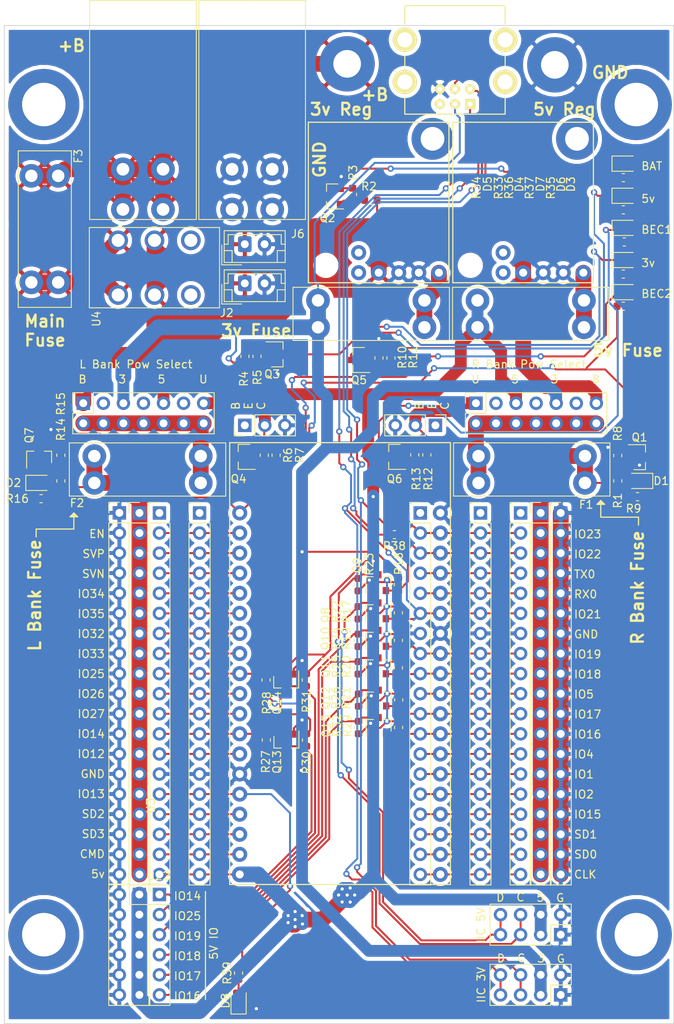
<source format=kicad_pcb>
(kicad_pcb (version 20171130) (host pcbnew "(5.1.2)-2")
  (layers (0 F.Cu signal) (1 In1.Cu signal hide) (2 In2.Cu signal hide) (31 B.Cu signal hide) (34 B.Paste user hide) (35 F.Paste user hide) (36 B.SilkS user hide) (37 F.SilkS user) (38 B.Mask user hide) (39 F.Mask user hide) (44 Edge.Cuts user))
  (net 0 "")
  (net 1 GND)
  (net 2 "Net-(D1-Pad2)")
  (net 3 "Net-(D2-Pad1)")
  (net 4 "Net-(D3-Pad1)")
  (net 5 +3.3VA)
  (net 6 "Net-(D4-Pad1)")
  (net 7 "Net-(D5-Pad1)")
  (net 8 "Net-(D6-Pad1)")
  (net 9 "Net-(D7-Pad1)")
  (net 10 "Net-(F1-Pad1)")
  (net 11 "Net-(F2-Pad1)")
  (net 12 +BATT)
  (net 13 "Net-(F3-Pad1)")
  (net 14 "Net-(J1-Pad1)")
  (net 15 UBEC1)
  (net 16 +3V3)
  (net 17 +5V)
  (net 18 UBEC2)
  (net 19 "Net-(J9-Pad1)")
  (net 20 "Net-(J13-Pad1)")
  (net 21 "Net-(J13-Pad2)")
  (net 22 "Net-(J13-Pad3)")
  (net 23 "Net-(J13-Pad4)")
  (net 24 "Net-(J13-Pad5)")
  (net 25 "Net-(J13-Pad6)")
  (net 26 "Net-(J13-Pad7)")
  (net 27 "Net-(J13-Pad8)")
  (net 28 "Net-(J13-Pad10)")
  (net 29 "Net-(J13-Pad11)")
  (net 30 "Net-(J13-Pad13)")
  (net 31 "Net-(J13-Pad15)")
  (net 32 "Net-(J13-Pad16)")
  (net 33 "Net-(J13-Pad17)")
  (net 34 "Net-(J13-Pad18)")
  (net 35 SDA_33)
  (net 36 SCL_33)
  (net 37 SCL_5)
  (net 38 SDA_5)
  (net 39 "Net-(J19-Pad1)")
  (net 40 "Net-(J19-Pad3)")
  (net 41 "Net-(J19-Pad4)")
  (net 42 "Net-(J19-Pad5)")
  (net 43 "Net-(J19-Pad10)")
  (net 44 "Net-(J19-Pad13)")
  (net 45 "Net-(J19-Pad14)")
  (net 46 "Net-(J19-Pad15)")
  (net 47 "Net-(J19-Pad16)")
  (net 48 "Net-(J19-Pad17)")
  (net 49 "Net-(J19-Pad18)")
  (net 50 "Net-(J19-Pad19)")
  (net 51 "Net-(J20-Pad1)")
  (net 52 "Net-(J21-Pad1)")
  (net 53 GPIO19_5)
  (net 54 GPIO18_5)
  (net 55 GPIO17_5)
  (net 56 GPIO16_5)
  (net 57 GPIO25_5)
  (net 58 GPIO14_5)
  (net 59 "Net-(J25-Pad5)")
  (net 60 "Net-(Q2-Pad1)")
  (net 61 "Net-(Q3-Pad1)")
  (net 62 "Net-(Q4-Pad1)")
  (net 63 "Net-(Q5-Pad1)")
  (net 64 "Net-(Q6-Pad1)")
  (net 65 GPIO19)
  (net 66 GPIO18)
  (net 67 GPIO17)
  (net 68 GPIO14)
  (net 69 GPIO25)
  (net 70 GPIO16)
  (net 71 "Net-(U1-PadEN)")
  (net 72 "Net-(U1-PadPG)")
  (net 73 "Net-(U2-PadPG)")
  (net 74 "Net-(U2-PadEN)")
  (net 75 "Net-(J4-Pad3)")
  (net 76 "Net-(J4-Pad7)")
  (net 77 "Net-(J4-Pad11)")
  (net 78 "Net-(J8-Pad11)")
  (net 79 "Net-(J8-Pad7)")
  (net 80 "Net-(J8-Pad3)")
  (net 81 "Net-(D3-Pad2)")
  (net 82 "Net-(D4-Pad2)")
  (net 83 "Net-(D5-Pad2)")
  (net 84 "Net-(D6-Pad2)")
  (net 85 "Net-(D7-Pad2)")
  (net 86 "Net-(F4-Pad1)")
  (net 87 "Net-(F5-Pad1)")
  (net 88 "Net-(J16-Pad1)")
  (net 89 prez)
  (net 90 "Net-(F3-Pad2)")
  (net 91 "Net-(U4-Pad1)")
  (net 92 "Net-(D1-Pad1)")
  (net 93 "Net-(D2-Pad2)")
  (net 94 Rail1)
  (net 95 Rail2)
  (net 96 "Net-(Q1-Pad1)")
  (net 97 "Net-(Q7-Pad1)")
  (net 98 "Net-(D8-Pad2)")
  (module esp-devkit:ESP-DEVKIT (layer F.Cu) (at 112.8961 142.0241 270)
    (fp_text reference U3 (at -8.7 11.25 90) (layer F.SilkS))
    (fp_text value esp-devkit)
    (pad 5V thru_hole circle (at 0 0 90) (size 1.905 1.905) (drill 1.016) (layers *.Cu *.Mask) (net 17 +5V))
    (pad CLK thru_hole circle (at 0 -25.4 90) (size 1.905 1.905) (drill 1.016) (layers *.Cu *.Mask) (net 50 "Net-(J19-Pad19)"))
    (pad SD0 thru_hole circle (at -2.54 -25.4 90) (size 1.905 1.905) (drill 1.016) (layers *.Cu *.Mask) (net 49 "Net-(J19-Pad18)"))
    (pad CMD thru_hole circle (at -2.54 0 90) (size 1.905 1.905) (drill 1.016) (layers *.Cu *.Mask) (net 34 "Net-(J13-Pad18)"))
    (pad SD1 thru_hole circle (at -5.08 -25.4 90) (size 1.905 1.905) (drill 1.016) (layers *.Cu *.Mask) (net 48 "Net-(J19-Pad17)"))
    (pad SD3 thru_hole circle (at -5.08 0 90) (size 1.905 1.905) (drill 1.016) (layers *.Cu *.Mask) (net 33 "Net-(J13-Pad17)"))
    (pad IO15 thru_hole circle (at -7.62 -25.4 90) (size 1.905 1.905) (drill 1.016) (layers *.Cu *.Mask) (net 47 "Net-(J19-Pad16)"))
    (pad SD2 thru_hole circle (at -7.62 0 90) (size 1.905 1.905) (drill 1.016) (layers *.Cu *.Mask) (net 32 "Net-(J13-Pad16)"))
    (pad IO2 thru_hole circle (at -10.16 -25.4 90) (size 1.905 1.905) (drill 1.016) (layers *.Cu *.Mask) (net 46 "Net-(J19-Pad15)"))
    (pad IO13 thru_hole circle (at -10.16 0 90) (size 1.905 1.905) (drill 1.016) (layers *.Cu *.Mask) (net 31 "Net-(J13-Pad15)"))
    (pad IO1 thru_hole circle (at -12.7 -25.4 90) (size 1.905 1.905) (drill 1.016) (layers *.Cu *.Mask) (net 45 "Net-(J19-Pad14)"))
    (pad GND thru_hole circle (at -12.7 0 90) (size 1.905 1.905) (drill 1.016) (layers *.Cu *.Mask) (net 1 GND))
    (pad IO4 thru_hole circle (at -15.24 -25.4 90) (size 1.905 1.905) (drill 1.016) (layers *.Cu *.Mask) (net 44 "Net-(J19-Pad13)"))
    (pad IO12 thru_hole circle (at -15.24 0 90) (size 1.905 1.905) (drill 1.016) (layers *.Cu *.Mask) (net 30 "Net-(J13-Pad13)"))
    (pad IO16 thru_hole circle (at -17.78 -25.4 90) (size 1.905 1.905) (drill 1.016) (layers *.Cu *.Mask) (net 70 GPIO16))
    (pad IO14 thru_hole circle (at -17.78 0 90) (size 1.905 1.905) (drill 1.016) (layers *.Cu *.Mask) (net 68 GPIO14))
    (pad IO17 thru_hole circle (at -20.32 -25.4 90) (size 1.905 1.905) (drill 1.016) (layers *.Cu *.Mask) (net 67 GPIO17))
    (pad IO27 thru_hole circle (at -20.32 0 90) (size 1.905 1.905) (drill 1.016) (layers *.Cu *.Mask) (net 29 "Net-(J13-Pad11)"))
    (pad IO5 thru_hole circle (at -22.86 -25.4 90) (size 1.905 1.905) (drill 1.016) (layers *.Cu *.Mask) (net 43 "Net-(J19-Pad10)"))
    (pad IO26 thru_hole circle (at -22.86 0 90) (size 1.905 1.905) (drill 1.016) (layers *.Cu *.Mask) (net 28 "Net-(J13-Pad10)"))
    (pad IO18 thru_hole circle (at -25.4 -25.4 90) (size 1.905 1.905) (drill 1.016) (layers *.Cu *.Mask) (net 66 GPIO18))
    (pad IO25 thru_hole circle (at -25.4 0 90) (size 1.905 1.905) (drill 1.016) (layers *.Cu *.Mask) (net 69 GPIO25))
    (pad IO19 thru_hole circle (at -27.94 -25.4 90) (size 1.905 1.905) (drill 1.016) (layers *.Cu *.Mask) (net 65 GPIO19))
    (pad IO33 thru_hole circle (at -27.94 0 90) (size 1.905 1.905) (drill 1.016) (layers *.Cu *.Mask) (net 27 "Net-(J13-Pad8)"))
    (pad GND thru_hole circle (at -30.48 -25.4 90) (size 1.905 1.905) (drill 1.016) (layers *.Cu *.Mask) (net 1 GND))
    (pad IO32 thru_hole circle (at -30.48 0 90) (size 1.905 1.905) (drill 1.016) (layers *.Cu *.Mask) (net 26 "Net-(J13-Pad7)"))
    (pad IO21 thru_hole circle (at -33.02 -25.4 90) (size 1.905 1.905) (drill 1.016) (layers *.Cu *.Mask) (net 35 SDA_33))
    (pad IO35 thru_hole circle (at -33.02 0 90) (size 1.905 1.905) (drill 1.016) (layers *.Cu *.Mask) (net 25 "Net-(J13-Pad6)"))
    (pad RX0 thru_hole circle (at -35.56 -25.4 90) (size 1.905 1.905) (drill 1.016) (layers *.Cu *.Mask) (net 42 "Net-(J19-Pad5)"))
    (pad IO34 thru_hole circle (at -35.56 0 90) (size 1.905 1.905) (drill 1.016) (layers *.Cu *.Mask) (net 24 "Net-(J13-Pad5)"))
    (pad GND thru_hole circle (at -45.72 -25.4 90) (size 1.905 1.905) (drill 1.016) (layers *.Cu *.Mask) (net 1 GND))
    (pad 3V3 thru_hole circle (at -45.72 0 90) (size 1.905 1.905) (drill 1.016) (layers *.Cu *.Mask) (net 5 +3.3VA))
    (pad TX0 thru_hole circle (at -38.1 -25.4 90) (size 1.905 1.905) (drill 1.016) (layers *.Cu *.Mask) (net 41 "Net-(J19-Pad4)"))
    (pad SVN thru_hole circle (at -38.1 0 90) (size 1.905 1.905) (drill 1.016) (layers *.Cu *.Mask) (net 23 "Net-(J13-Pad4)"))
    (pad IO22 thru_hole circle (at -40.64 -25.4 90) (size 1.905 1.905) (drill 1.016) (layers *.Cu *.Mask) (net 40 "Net-(J19-Pad3)"))
    (pad SVP thru_hole circle (at -40.64 0 90) (size 1.905 1.905) (drill 1.016) (layers *.Cu *.Mask) (net 22 "Net-(J13-Pad3)"))
    (pad IO23 thru_hole circle (at -43.18 -25.4 90) (size 1.905 1.905) (drill 1.016) (layers *.Cu *.Mask) (net 36 SCL_33))
    (pad EN thru_hole circle (at -43.18 0 90) (size 1.905 1.905) (drill 1.016) (layers *.Cu *.Mask) (net 21 "Net-(J13-Pad2)"))
  )
  (module polulu-3784-dcdcreg:polulu-3784-D36V28F7 (layer F.Cu) (at 143.51 65.913)
    (fp_text reference U2 hide)
    (fp_text value polulu-3784-D36V28F7)
    (pad S thru_hole circle (at 12.076056 -16.93) (size 5.3 5.3) (drill 3) (layers *.Cu *.Mask))
    (pad "" np_thru_hole circle (at -1.423944 -0.93) (size 2.18 2.18) (drill 2.18) (layers *.Cu *.Mask))
    (pad PG thru_hole circle (at 2.726056 -2.54 180) (size 1.905 1.905) (drill 1.016) (layers *.Cu *.Mask) (net 73 "Net-(U2-PadPG)"))
    (pad EN thru_hole circle (at 2.726056 0 180) (size 1.905 1.905) (drill 1.016) (layers *.Cu *.Mask) (net 74 "Net-(U2-PadEN)"))
    (pad VIN thru_hole circle (at 5.266056 0 180) (size 1.905 1.905) (drill 1.016) (layers *.Cu *.Mask) (net 12 +BATT))
    (pad GND thru_hole circle (at 7.806056 0 180) (size 1.905 1.905) (drill 1.016) (layers *.Cu *.Mask) (net 1 GND))
    (pad GND thru_hole circle (at 10.346056 0 180) (size 1.905 1.905) (drill 1.016) (layers *.Cu *.Mask) (net 1 GND))
    (pad VOUT thru_hole circle (at 12.886056 0 180) (size 1.905 1.905) (drill 1.016) (layers *.Cu *.Mask) (net 87 "Net-(F5-Pad1)"))
  )
  (module polulu-3784-dcdcreg:polulu-3784-D36V28F7 (layer F.Cu) (at 125.222 65.913)
    (fp_text reference U1 hide)
    (fp_text value polulu-3784-D36V28F7)
    (pad S thru_hole circle (at 12.076056 -16.93) (size 5.3 5.3) (drill 3) (layers *.Cu *.Mask))
    (pad "" np_thru_hole circle (at -1.423944 -0.93) (size 2.18 2.18) (drill 2.18) (layers *.Cu *.Mask))
    (pad PG thru_hole circle (at 2.726056 -2.54 180) (size 1.905 1.905) (drill 1.016) (layers *.Cu *.Mask) (net 72 "Net-(U1-PadPG)"))
    (pad EN thru_hole circle (at 2.726056 0 180) (size 1.905 1.905) (drill 1.016) (layers *.Cu *.Mask) (net 71 "Net-(U1-PadEN)"))
    (pad VIN thru_hole circle (at 5.266056 0 180) (size 1.905 1.905) (drill 1.016) (layers *.Cu *.Mask) (net 12 +BATT))
    (pad GND thru_hole circle (at 7.806056 0 180) (size 1.905 1.905) (drill 1.016) (layers *.Cu *.Mask) (net 1 GND))
    (pad GND thru_hole circle (at 10.346056 0 180) (size 1.905 1.905) (drill 1.016) (layers *.Cu *.Mask) (net 1 GND))
    (pad VOUT thru_hole circle (at 12.886056 0 180) (size 1.905 1.905) (drill 1.016) (layers *.Cu *.Mask) (net 86 "Net-(F4-Pad1)"))
  )
  (module GF-126-0327:GF-126-0327 (layer F.Cu) (at 102.108 65.278 270)
    (fp_text reference U4 (at 6.472 7.358 90) (layer F.SilkS))
    (fp_text value DPDT_x2)
    (pad 4 thru_hole circle (at -3.455 4.6 270) (size 2.5 2.5) (drill 1.65) (layers *.Cu *.Mask) (net 90 "Net-(F3-Pad2)"))
    (pad 6 thru_hole circle (at -3.455 -4.6 270) (size 2.5 2.5) (drill 1.65) (layers *.Cu *.Mask) (net 91 "Net-(U4-Pad1)"))
    (pad 5 thru_hole circle (at -3.455 0 270) (size 2.5 2.5) (drill 1.65) (layers *.Cu *.Mask) (net 12 +BATT))
    (pad 1 thru_hole circle (at 3.455 -4.6 270) (size 2.5 2.5) (drill 1.65) (layers *.Cu *.Mask) (net 91 "Net-(U4-Pad1)"))
    (pad 3 thru_hole circle (at 3.455 4.6 270) (size 2.5 2.5) (drill 1.65) (layers *.Cu *.Mask) (net 90 "Net-(F3-Pad2)"))
    (pad 2 thru_hole circle (at 3.455 0 270) (size 2.5 2.5) (drill 1.65) (layers *.Cu *.Mask) (net 12 +BATT))
  )
  (module Connector_PinHeader_2.54mm:PinHeader_1x03_P2.54mm_Vertical (layer F.Cu) (at 113.538 85.217 90)
    (fp_text reference J9 hide)
    (fp_text value Conn_01x03)
    (pad 3 thru_hole oval (at 0 5.08 90) (size 1.7 1.7) (drill 1) (layers *.Cu *.Mask) (net 1 GND))
    (pad 2 thru_hole oval (at 0 2.54 90) (size 1.7 1.7) (drill 1) (layers *.Cu *.Mask) (net 18 UBEC2))
    (pad 1 thru_hole rect (at 0 0 90) (size 1.7 1.7) (drill 1) (layers *.Cu *.Mask) (net 19 "Net-(J9-Pad1)"))
  )
  (module LED_SMD:LED_0805_2012Metric (layer F.Cu) (at 161.7053 52.1205)
    (fp_text reference D3 (at -6.8923 2.6076 270) (layer F.SilkS))
    (fp_text value LED_Small)
    (pad 1 smd roundrect (at -0.9375 0) (size 0.975 1.4) (layers F.Cu F.Paste F.Mask) (net 4 "Net-(D3-Pad1)"))
    (pad 2 smd roundrect (at 0.9375 0) (size 0.975 1.4) (layers F.Cu F.Paste F.Mask) (net 81 "Net-(D3-Pad2)"))
  )
  (module LED_SMD:LED_0805_2012Metric (layer F.Cu) (at 161.7053 64.3125)
    (fp_text reference D4 (at -13.4201 -9.5844 270) (layer F.SilkS))
    (fp_text value LED_Small)
    (pad 2 smd roundrect (at 0.9375 0) (size 0.975 1.4) (layers F.Cu F.Paste F.Mask) (net 82 "Net-(D4-Pad2)"))
    (pad 1 smd roundrect (at -0.9375 0) (size 0.975 1.4) (layers F.Cu F.Paste F.Mask) (net 6 "Net-(D4-Pad1)"))
  )
  (module LED_SMD:LED_0805_2012Metric (layer F.Cu) (at 161.7053 68.3765)
    (fp_text reference D5 (at -17.4333 -13.6738 270) (layer F.SilkS))
    (fp_text value LED_Small)
    (pad 2 smd roundrect (at 0.9375 0) (size 0.975 1.4) (layers F.Cu F.Paste F.Mask) (net 83 "Net-(D5-Pad2)"))
    (pad 1 smd roundrect (at -0.9375 0) (size 0.975 1.4) (layers F.Cu F.Paste F.Mask) (net 7 "Net-(D5-Pad1)"))
  )
  (module LED_SMD:LED_0805_2012Metric (layer F.Cu) (at 161.7053 56.1845)
    (fp_text reference D6 (at -8.1369 -1.4564 270) (layer F.SilkS))
    (fp_text value LED_Small)
    (pad 1 smd roundrect (at -0.9375 0) (size 0.975 1.4) (layers F.Cu F.Paste F.Mask) (net 8 "Net-(D6-Pad1)"))
    (pad 2 smd roundrect (at 0.9375 0) (size 0.975 1.4) (layers F.Cu F.Paste F.Mask) (net 84 "Net-(D6-Pad2)"))
  )
  (module LED_SMD:LED_0805_2012Metric (layer F.Cu) (at 161.7053 60.2485)
    (fp_text reference D7 (at -10.7531 -5.5458 270) (layer F.SilkS))
    (fp_text value LED_Small)
    (pad 2 smd roundrect (at 0.9375 0) (size 0.975 1.4) (layers F.Cu F.Paste F.Mask) (net 85 "Net-(D7-Pad2)"))
    (pad 1 smd roundrect (at -0.9375 0) (size 0.975 1.4) (layers F.Cu F.Paste F.Mask) (net 9 "Net-(D7-Pad1)"))
  )
  (module 3557-2:3557-2 (layer F.Cu) (at 101.226 90.805 180)
    (fp_text reference F2 (at 8.9281 -4.2418) (layer F.SilkS))
    (fp_text value Fuse)
    (pad 2 thru_hole circle (at 6.735 1.7 180) (size 3 3) (drill 1.57) (layers *.Cu *.Mask) (net 95 Rail2))
    (pad 2 thru_hole circle (at 6.735 -1.7 180) (size 3 3) (drill 1.57) (layers *.Cu F.Mask) (net 95 Rail2))
    (pad 1 thru_hole circle (at -6.735 1.7 180) (size 3 3) (drill 1.57) (layers *.Cu *.Mask) (net 11 "Net-(F2-Pad1)"))
    (pad 1 thru_hole circle (at -6.735 -1.7 180) (size 3 3) (drill 1.57) (layers *.Cu F.Mask) (net 11 "Net-(F2-Pad1)"))
  )
  (module 3557-2:3557-2 (layer F.Cu) (at 88.216 60.401 270)
    (fp_text reference F3 (at -9.2202 -4.2418 90) (layer F.SilkS))
    (fp_text value Fuse)
    (pad 2 thru_hole circle (at 6.735 1.7 270) (size 3 3) (drill 1.57) (layers *.Cu *.Mask) (net 90 "Net-(F3-Pad2)"))
    (pad 2 thru_hole circle (at 6.735 -1.7 270) (size 3 3) (drill 1.57) (layers *.Cu F.Mask) (net 90 "Net-(F3-Pad2)"))
    (pad 1 thru_hole circle (at -6.735 1.7 270) (size 3 3) (drill 1.57) (layers *.Cu *.Mask) (net 13 "Net-(F3-Pad1)"))
    (pad 1 thru_hole circle (at -6.735 -1.7 270) (size 3 3) (drill 1.57) (layers *.Cu F.Mask) (net 13 "Net-(F3-Pad1)"))
  )
  (module Connector_PinHeader_2.54mm:PinHeader_1x03_P2.54mm_Vertical (layer F.Cu) (at 137.668 85.217 270)
    (fp_text reference J1 hide)
    (fp_text value Conn_01x03)
    (pad 1 thru_hole rect (at 0 0 270) (size 1.7 1.7) (drill 1) (layers *.Cu *.Mask) (net 14 "Net-(J1-Pad1)"))
    (pad 2 thru_hole oval (at 0 2.54 270) (size 1.7 1.7) (drill 1) (layers *.Cu *.Mask) (net 15 UBEC1))
    (pad 3 thru_hole oval (at 0 5.08 270) (size 1.7 1.7) (drill 1) (layers *.Cu *.Mask) (net 1 GND))
  )
  (module Connector_PinHeader_2.54mm:PinHeader_1x19_P2.54mm_Vertical (layer F.Cu) (at 153.5303 96.3041)
    (fp_text reference J3 hide)
    (fp_text value Conn_01x19)
    (pad 1 thru_hole rect (at 0 0) (size 1.7 1.7) (drill 1) (layers *.Cu *.Mask) (net 1 GND))
    (pad 2 thru_hole oval (at 0 2.54) (size 1.7 1.7) (drill 1) (layers *.Cu *.Mask) (net 1 GND))
    (pad 3 thru_hole oval (at 0 5.08) (size 1.7 1.7) (drill 1) (layers *.Cu *.Mask) (net 1 GND))
    (pad 4 thru_hole oval (at 0 7.62) (size 1.7 1.7) (drill 1) (layers *.Cu *.Mask) (net 1 GND))
    (pad 5 thru_hole oval (at 0 10.16) (size 1.7 1.7) (drill 1) (layers *.Cu *.Mask) (net 1 GND))
    (pad 6 thru_hole oval (at 0 12.7) (size 1.7 1.7) (drill 1) (layers *.Cu *.Mask) (net 1 GND))
    (pad 7 thru_hole oval (at 0 15.24) (size 1.7 1.7) (drill 1) (layers *.Cu *.Mask) (net 1 GND))
    (pad 8 thru_hole oval (at 0 17.78) (size 1.7 1.7) (drill 1) (layers *.Cu *.Mask) (net 1 GND))
    (pad 9 thru_hole oval (at 0 20.32) (size 1.7 1.7) (drill 1) (layers *.Cu *.Mask) (net 1 GND))
    (pad 10 thru_hole oval (at 0 22.86) (size 1.7 1.7) (drill 1) (layers *.Cu *.Mask) (net 1 GND))
    (pad 11 thru_hole oval (at 0 25.4) (size 1.7 1.7) (drill 1) (layers *.Cu *.Mask) (net 1 GND))
    (pad 12 thru_hole oval (at 0 27.94) (size 1.7 1.7) (drill 1) (layers *.Cu *.Mask) (net 1 GND))
    (pad 13 thru_hole oval (at 0 30.48) (size 1.7 1.7) (drill 1) (layers *.Cu *.Mask) (net 1 GND))
    (pad 14 thru_hole oval (at 0 33.02) (size 1.7 1.7) (drill 1) (layers *.Cu *.Mask) (net 1 GND))
    (pad 15 thru_hole oval (at 0 35.56) (size 1.7 1.7) (drill 1) (layers *.Cu *.Mask) (net 1 GND))
    (pad 16 thru_hole oval (at 0 38.1) (size 1.7 1.7) (drill 1) (layers *.Cu *.Mask) (net 1 GND))
    (pad 17 thru_hole oval (at 0 40.64) (size 1.7 1.7) (drill 1) (layers *.Cu *.Mask) (net 1 GND))
    (pad 18 thru_hole oval (at 0 43.18) (size 1.7 1.7) (drill 1) (layers *.Cu *.Mask) (net 1 GND))
    (pad 19 thru_hole oval (at 0 45.72) (size 1.7 1.7) (drill 1) (layers *.Cu *.Mask) (net 1 GND))
  )
  (module Connector_PinHeader_2.54mm:PinHeader_1x19_P2.54mm_Vertical (layer F.Cu) (at 150.9903 96.3041)
    (fp_text reference J5 hide)
    (fp_text value Conn_01x19)
    (pad 19 thru_hole oval (at 0 45.72) (size 1.7 1.7) (drill 1) (layers *.Cu *.Mask) (net 94 Rail1))
    (pad 18 thru_hole oval (at 0 43.18) (size 1.7 1.7) (drill 1) (layers *.Cu *.Mask) (net 94 Rail1))
    (pad 17 thru_hole oval (at 0 40.64) (size 1.7 1.7) (drill 1) (layers *.Cu *.Mask) (net 94 Rail1))
    (pad 16 thru_hole oval (at 0 38.1) (size 1.7 1.7) (drill 1) (layers *.Cu *.Mask) (net 94 Rail1))
    (pad 15 thru_hole oval (at 0 35.56) (size 1.7 1.7) (drill 1) (layers *.Cu *.Mask) (net 94 Rail1))
    (pad 14 thru_hole oval (at 0 33.02) (size 1.7 1.7) (drill 1) (layers *.Cu *.Mask) (net 94 Rail1))
    (pad 13 thru_hole oval (at 0 30.48) (size 1.7 1.7) (drill 1) (layers *.Cu *.Mask) (net 94 Rail1))
    (pad 12 thru_hole oval (at 0 27.94) (size 1.7 1.7) (drill 1) (layers *.Cu *.Mask) (net 94 Rail1))
    (pad 11 thru_hole oval (at 0 25.4) (size 1.7 1.7) (drill 1) (layers *.Cu *.Mask) (net 94 Rail1))
    (pad 10 thru_hole oval (at 0 22.86) (size 1.7 1.7) (drill 1) (layers *.Cu *.Mask) (net 94 Rail1))
    (pad 9 thru_hole oval (at 0 20.32) (size 1.7 1.7) (drill 1) (layers *.Cu *.Mask) (net 94 Rail1))
    (pad 8 thru_hole oval (at 0 17.78) (size 1.7 1.7) (drill 1) (layers *.Cu *.Mask) (net 94 Rail1))
    (pad 7 thru_hole oval (at 0 15.24) (size 1.7 1.7) (drill 1) (layers *.Cu *.Mask) (net 94 Rail1))
    (pad 6 thru_hole oval (at 0 12.7) (size 1.7 1.7) (drill 1) (layers *.Cu *.Mask) (net 94 Rail1))
    (pad 5 thru_hole oval (at 0 10.16) (size 1.7 1.7) (drill 1) (layers *.Cu *.Mask) (net 94 Rail1))
    (pad 4 thru_hole oval (at 0 7.62) (size 1.7 1.7) (drill 1) (layers *.Cu *.Mask) (net 94 Rail1))
    (pad 3 thru_hole oval (at 0 5.08) (size 1.7 1.7) (drill 1) (layers *.Cu *.Mask) (net 94 Rail1))
    (pad 2 thru_hole oval (at 0 2.54) (size 1.7 1.7) (drill 1) (layers *.Cu *.Mask) (net 94 Rail1))
    (pad 1 thru_hole rect (at 0 0) (size 1.7 1.7) (drill 1) (layers *.Cu *.Mask) (net 94 Rail1))
  )
  (module Connector_PinHeader_2.54mm:PinHeader_1x19_P2.54mm_Vertical (layer F.Cu) (at 100.203 96.3041)
    (fp_text reference J7 hide)
    (fp_text value Conn_01x19)
    (pad 1 thru_hole rect (at 0 0) (size 1.7 1.7) (drill 1) (layers *.Cu *.Mask) (net 95 Rail2))
    (pad 2 thru_hole oval (at 0 2.54) (size 1.7 1.7) (drill 1) (layers *.Cu *.Mask) (net 95 Rail2))
    (pad 3 thru_hole oval (at 0 5.08) (size 1.7 1.7) (drill 1) (layers *.Cu *.Mask) (net 95 Rail2))
    (pad 4 thru_hole oval (at 0 7.62) (size 1.7 1.7) (drill 1) (layers *.Cu *.Mask) (net 95 Rail2))
    (pad 5 thru_hole oval (at 0 10.16) (size 1.7 1.7) (drill 1) (layers *.Cu *.Mask) (net 95 Rail2))
    (pad 6 thru_hole oval (at 0 12.7) (size 1.7 1.7) (drill 1) (layers *.Cu *.Mask) (net 95 Rail2))
    (pad 7 thru_hole oval (at 0 15.24) (size 1.7 1.7) (drill 1) (layers *.Cu *.Mask) (net 95 Rail2))
    (pad 8 thru_hole oval (at 0 17.78) (size 1.7 1.7) (drill 1) (layers *.Cu *.Mask) (net 95 Rail2))
    (pad 9 thru_hole oval (at 0 20.32) (size 1.7 1.7) (drill 1) (layers *.Cu *.Mask) (net 95 Rail2))
    (pad 10 thru_hole oval (at 0 22.86) (size 1.7 1.7) (drill 1) (layers *.Cu *.Mask) (net 95 Rail2))
    (pad 11 thru_hole oval (at 0 25.4) (size 1.7 1.7) (drill 1) (layers *.Cu *.Mask) (net 95 Rail2))
    (pad 12 thru_hole oval (at 0 27.94) (size 1.7 1.7) (drill 1) (layers *.Cu *.Mask) (net 95 Rail2))
    (pad 13 thru_hole oval (at 0 30.48) (size 1.7 1.7) (drill 1) (layers *.Cu *.Mask) (net 95 Rail2))
    (pad 14 thru_hole oval (at 0 33.02) (size 1.7 1.7) (drill 1) (layers *.Cu *.Mask) (net 95 Rail2))
    (pad 15 thru_hole oval (at 0 35.56) (size 1.7 1.7) (drill 1) (layers *.Cu *.Mask) (net 95 Rail2))
    (pad 16 thru_hole oval (at 0 38.1) (size 1.7 1.7) (drill 1) (layers *.Cu *.Mask) (net 95 Rail2))
    (pad 17 thru_hole oval (at 0 40.64) (size 1.7 1.7) (drill 1) (layers *.Cu *.Mask) (net 95 Rail2))
    (pad 18 thru_hole oval (at 0 43.18) (size 1.7 1.7) (drill 1) (layers *.Cu *.Mask) (net 95 Rail2))
    (pad 19 thru_hole oval (at 0 45.72) (size 1.7 1.7) (drill 1) (layers *.Cu *.Mask) (net 95 Rail2))
  )
  (module Connector_PinHeader_2.54mm:PinHeader_1x19_P2.54mm_Vertical (layer F.Cu) (at 97.663 96.2914)
    (fp_text reference J10 hide)
    (fp_text value Conn_01x19)
    (pad 19 thru_hole oval (at 0 45.72) (size 1.7 1.7) (drill 1) (layers *.Cu *.Mask) (net 1 GND))
    (pad 18 thru_hole oval (at 0 43.18) (size 1.7 1.7) (drill 1) (layers *.Cu *.Mask) (net 1 GND))
    (pad 17 thru_hole oval (at 0 40.64) (size 1.7 1.7) (drill 1) (layers *.Cu *.Mask) (net 1 GND))
    (pad 16 thru_hole oval (at 0 38.1) (size 1.7 1.7) (drill 1) (layers *.Cu *.Mask) (net 1 GND))
    (pad 15 thru_hole oval (at 0 35.56) (size 1.7 1.7) (drill 1) (layers *.Cu *.Mask) (net 1 GND))
    (pad 14 thru_hole oval (at 0 33.02) (size 1.7 1.7) (drill 1) (layers *.Cu *.Mask) (net 1 GND))
    (pad 13 thru_hole oval (at 0 30.48) (size 1.7 1.7) (drill 1) (layers *.Cu *.Mask) (net 1 GND))
    (pad 12 thru_hole oval (at 0 27.94) (size 1.7 1.7) (drill 1) (layers *.Cu *.Mask) (net 1 GND))
    (pad 11 thru_hole oval (at 0 25.4) (size 1.7 1.7) (drill 1) (layers *.Cu *.Mask) (net 1 GND))
    (pad 10 thru_hole oval (at 0 22.86) (size 1.7 1.7) (drill 1) (layers *.Cu *.Mask) (net 1 GND))
    (pad 9 thru_hole oval (at 0 20.32) (size 1.7 1.7) (drill 1) (layers *.Cu *.Mask) (net 1 GND))
    (pad 8 thru_hole oval (at 0 17.78) (size 1.7 1.7) (drill 1) (layers *.Cu *.Mask) (net 1 GND))
    (pad 7 thru_hole oval (at 0 15.24) (size 1.7 1.7) (drill 1) (layers *.Cu *.Mask) (net 1 GND))
    (pad 6 thru_hole oval (at 0 12.7) (size 1.7 1.7) (drill 1) (layers *.Cu *.Mask) (net 1 GND))
    (pad 5 thru_hole oval (at 0 10.16) (size 1.7 1.7) (drill 1) (layers *.Cu *.Mask) (net 1 GND))
    (pad 4 thru_hole oval (at 0 7.62) (size 1.7 1.7) (drill 1) (layers *.Cu *.Mask) (net 1 GND))
    (pad 3 thru_hole oval (at 0 5.08) (size 1.7 1.7) (drill 1) (layers *.Cu *.Mask) (net 1 GND))
    (pad 2 thru_hole oval (at 0 2.54) (size 1.7 1.7) (drill 1) (layers *.Cu *.Mask) (net 1 GND))
    (pad 1 thru_hole rect (at 0 0) (size 1.7 1.7) (drill 1) (layers *.Cu *.Mask) (net 1 GND))
  )
  (module MountingHole:MountingHole_3.5mm_Pad (layer F.Cu) (at 126.492 39.497)
    (fp_text reference J12 hide)
    (fp_text value Conn_01x01_Male)
    (pad 1 thru_hole circle (at 0 0) (size 7 7) (drill 3.5) (layers *.Cu *.Mask) (net 13 "Net-(F3-Pad1)"))
  )
  (module Connector_PinHeader_2.54mm:PinHeader_1x19_P2.54mm_Vertical (layer F.Cu) (at 102.7303 96.3041)
    (fp_text reference J13 hide)
    (fp_text value Conn_01x19)
    (pad 1 thru_hole rect (at 0 0) (size 1.7 1.7) (drill 1) (layers *.Cu *.Mask) (net 20 "Net-(J13-Pad1)"))
    (pad 2 thru_hole oval (at 0 2.54) (size 1.7 1.7) (drill 1) (layers *.Cu *.Mask) (net 21 "Net-(J13-Pad2)"))
    (pad 3 thru_hole oval (at 0 5.08) (size 1.7 1.7) (drill 1) (layers *.Cu *.Mask) (net 22 "Net-(J13-Pad3)"))
    (pad 4 thru_hole oval (at 0 7.62) (size 1.7 1.7) (drill 1) (layers *.Cu *.Mask) (net 23 "Net-(J13-Pad4)"))
    (pad 5 thru_hole oval (at 0 10.16) (size 1.7 1.7) (drill 1) (layers *.Cu *.Mask) (net 24 "Net-(J13-Pad5)"))
    (pad 6 thru_hole oval (at 0 12.7) (size 1.7 1.7) (drill 1) (layers *.Cu *.Mask) (net 25 "Net-(J13-Pad6)"))
    (pad 7 thru_hole oval (at 0 15.24) (size 1.7 1.7) (drill 1) (layers *.Cu *.Mask) (net 26 "Net-(J13-Pad7)"))
    (pad 8 thru_hole oval (at 0 17.78) (size 1.7 1.7) (drill 1) (layers *.Cu *.Mask) (net 27 "Net-(J13-Pad8)"))
    (pad 9 thru_hole oval (at 0 20.32) (size 1.7 1.7) (drill 1) (layers *.Cu *.Mask) (net 69 GPIO25))
    (pad 10 thru_hole oval (at 0 22.86) (size 1.7 1.7) (drill 1) (layers *.Cu *.Mask) (net 28 "Net-(J13-Pad10)"))
    (pad 11 thru_hole oval (at 0 25.4) (size 1.7 1.7) (drill 1) (layers *.Cu *.Mask) (net 29 "Net-(J13-Pad11)"))
    (pad 12 thru_hole oval (at 0 27.94) (size 1.7 1.7) (drill 1) (layers *.Cu *.Mask) (net 68 GPIO14))
    (pad 13 thru_hole oval (at 0 30.48) (size 1.7 1.7) (drill 1) (layers *.Cu *.Mask) (net 30 "Net-(J13-Pad13)"))
    (pad 14 thru_hole oval (at 0 33.02) (size 1.7 1.7) (drill 1) (layers *.Cu *.Mask) (net 1 GND))
    (pad 15 thru_hole oval (at 0 35.56) (size 1.7 1.7) (drill 1) (layers *.Cu *.Mask) (net 31 "Net-(J13-Pad15)"))
    (pad 16 thru_hole oval (at 0 38.1) (size 1.7 1.7) (drill 1) (layers *.Cu *.Mask) (net 32 "Net-(J13-Pad16)"))
    (pad 17 thru_hole oval (at 0 40.64) (size 1.7 1.7) (drill 1) (layers *.Cu *.Mask) (net 33 "Net-(J13-Pad17)"))
    (pad 18 thru_hole oval (at 0 43.18) (size 1.7 1.7) (drill 1) (layers *.Cu *.Mask) (net 34 "Net-(J13-Pad18)"))
    (pad 19 thru_hole oval (at 0 45.72) (size 1.7 1.7) (drill 1) (layers *.Cu *.Mask) (net 17 +5V))
  )
  (module Connector_PinHeader_2.54mm:PinHeader_1x19_P2.54mm_Vertical (layer F.Cu) (at 107.8103 96.3041)
    (fp_text reference J16 hide)
    (fp_text value Conn_01x19)
    (pad 1 thru_hole rect (at 0 0) (size 1.7 1.7) (drill 1) (layers *.Cu *.Mask) (net 88 "Net-(J16-Pad1)"))
    (pad 2 thru_hole oval (at 0 2.54) (size 1.7 1.7) (drill 1) (layers *.Cu *.Mask) (net 21 "Net-(J13-Pad2)"))
    (pad 3 thru_hole oval (at 0 5.08) (size 1.7 1.7) (drill 1) (layers *.Cu *.Mask) (net 22 "Net-(J13-Pad3)"))
    (pad 4 thru_hole oval (at 0 7.62) (size 1.7 1.7) (drill 1) (layers *.Cu *.Mask) (net 23 "Net-(J13-Pad4)"))
    (pad 5 thru_hole oval (at 0 10.16) (size 1.7 1.7) (drill 1) (layers *.Cu *.Mask) (net 24 "Net-(J13-Pad5)"))
    (pad 6 thru_hole oval (at 0 12.7) (size 1.7 1.7) (drill 1) (layers *.Cu *.Mask) (net 25 "Net-(J13-Pad6)"))
    (pad 7 thru_hole oval (at 0 15.24) (size 1.7 1.7) (drill 1) (layers *.Cu *.Mask) (net 26 "Net-(J13-Pad7)"))
    (pad 8 thru_hole oval (at 0 17.78) (size 1.7 1.7) (drill 1) (layers *.Cu *.Mask) (net 27 "Net-(J13-Pad8)"))
    (pad 9 thru_hole oval (at 0 20.32) (size 1.7 1.7) (drill 1) (layers *.Cu *.Mask) (net 69 GPIO25))
    (pad 10 thru_hole oval (at 0 22.86) (size 1.7 1.7) (drill 1) (layers *.Cu *.Mask) (net 28 "Net-(J13-Pad10)"))
    (pad 11 thru_hole oval (at 0 25.4) (size 1.7 1.7) (drill 1) (layers *.Cu *.Mask) (net 29 "Net-(J13-Pad11)"))
    (pad 12 thru_hole oval (at 0 27.94) (size 1.7 1.7) (drill 1) (layers *.Cu *.Mask) (net 68 GPIO14))
    (pad 13 thru_hole oval (at 0 30.48) (size 1.7 1.7) (drill 1) (layers *.Cu *.Mask) (net 30 "Net-(J13-Pad13)"))
    (pad 14 thru_hole oval (at 0 33.02) (size 1.7 1.7) (drill 1) (layers *.Cu *.Mask) (net 1 GND))
    (pad 15 thru_hole oval (at 0 35.56) (size 1.7 1.7) (drill 1) (layers *.Cu *.Mask) (net 31 "Net-(J13-Pad15)"))
    (pad 16 thru_hole oval (at 0 38.1) (size 1.7 1.7) (drill 1) (layers *.Cu *.Mask) (net 32 "Net-(J13-Pad16)"))
    (pad 17 thru_hole oval (at 0 40.64) (size 1.7 1.7) (drill 1) (layers *.Cu *.Mask) (net 33 "Net-(J13-Pad17)"))
    (pad 18 thru_hole oval (at 0 43.18) (size 1.7 1.7) (drill 1) (layers *.Cu *.Mask) (net 34 "Net-(J13-Pad18)"))
    (pad 19 thru_hole oval (at 0 45.72) (size 1.7 1.7) (drill 1) (layers *.Cu *.Mask) (net 17 +5V))
  )
  (module Connector_PinHeader_2.54mm:PinHeader_1x19_P2.54mm_Vertical (layer F.Cu) (at 135.7503 96.3041)
    (fp_text reference J19 hide)
    (fp_text value Conn_01x19)
    (pad 1 thru_hole rect (at 0 0) (size 1.7 1.7) (drill 1) (layers *.Cu *.Mask) (net 39 "Net-(J19-Pad1)"))
    (pad 2 thru_hole oval (at 0 2.54) (size 1.7 1.7) (drill 1) (layers *.Cu *.Mask) (net 36 SCL_33))
    (pad 3 thru_hole oval (at 0 5.08) (size 1.7 1.7) (drill 1) (layers *.Cu *.Mask) (net 40 "Net-(J19-Pad3)"))
    (pad 4 thru_hole oval (at 0 7.62) (size 1.7 1.7) (drill 1) (layers *.Cu *.Mask) (net 41 "Net-(J19-Pad4)"))
    (pad 5 thru_hole oval (at 0 10.16) (size 1.7 1.7) (drill 1) (layers *.Cu *.Mask) (net 42 "Net-(J19-Pad5)"))
    (pad 6 thru_hole oval (at 0 12.7) (size 1.7 1.7) (drill 1) (layers *.Cu *.Mask) (net 35 SDA_33))
    (pad 7 thru_hole oval (at 0 15.24) (size 1.7 1.7) (drill 1) (layers *.Cu *.Mask) (net 1 GND))
    (pad 8 thru_hole oval (at 0 17.78) (size 1.7 1.7) (drill 1) (layers *.Cu *.Mask) (net 65 GPIO19))
    (pad 9 thru_hole oval (at 0 20.32) (size 1.7 1.7) (drill 1) (layers *.Cu *.Mask) (net 66 GPIO18))
    (pad 10 thru_hole oval (at 0 22.86) (size 1.7 1.7) (drill 1) (layers *.Cu *.Mask) (net 43 "Net-(J19-Pad10)"))
    (pad 11 thru_hole oval (at 0 25.4) (size 1.7 1.7) (drill 1) (layers *.Cu *.Mask) (net 67 GPIO17))
    (pad 12 thru_hole oval (at 0 27.94) (size 1.7 1.7) (drill 1) (layers *.Cu *.Mask) (net 70 GPIO16))
    (pad 13 thru_hole oval (at 0 30.48) (size 1.7 1.7) (drill 1) (layers *.Cu *.Mask) (net 44 "Net-(J19-Pad13)"))
    (pad 14 thru_hole oval (at 0 33.02) (size 1.7 1.7) (drill 1) (layers *.Cu *.Mask) (net 45 "Net-(J19-Pad14)"))
    (pad 15 thru_hole oval (at 0 35.56) (size 1.7 1.7) (drill 1) (layers *.Cu *.Mask) (net 46 "Net-(J19-Pad15)"))
    (pad 16 thru_hole oval (at 0 38.1) (size 1.7 1.7) (drill 1) (layers *.Cu *.Mask) (net 47 "Net-(J19-Pad16)"))
    (pad 17 thru_hole oval (at 0 40.64) (size 1.7 1.7) (drill 1) (layers *.Cu *.Mask) (net 48 "Net-(J19-Pad17)"))
    (pad 18 thru_hole oval (at 0 43.18) (size 1.7 1.7) (drill 1) (layers *.Cu *.Mask) (net 49 "Net-(J19-Pad18)"))
    (pad 19 thru_hole oval (at 0 45.72) (size 1.7 1.7) (drill 1) (layers *.Cu *.Mask) (net 50 "Net-(J19-Pad19)"))
  )
  (module Connector_PinHeader_2.54mm:PinHeader_1x19_P2.54mm_Vertical (layer F.Cu) (at 143.3703 96.3041)
    (fp_text reference J20 hide)
    (fp_text value Conn_01x19)
    (pad 1 thru_hole rect (at 0 0) (size 1.7 1.7) (drill 1) (layers *.Cu *.Mask) (net 51 "Net-(J20-Pad1)"))
    (pad 2 thru_hole oval (at 0 2.54) (size 1.7 1.7) (drill 1) (layers *.Cu *.Mask) (net 36 SCL_33))
    (pad 3 thru_hole oval (at 0 5.08) (size 1.7 1.7) (drill 1) (layers *.Cu *.Mask) (net 40 "Net-(J19-Pad3)"))
    (pad 4 thru_hole oval (at 0 7.62) (size 1.7 1.7) (drill 1) (layers *.Cu *.Mask) (net 41 "Net-(J19-Pad4)"))
    (pad 5 thru_hole oval (at 0 10.16) (size 1.7 1.7) (drill 1) (layers *.Cu *.Mask) (net 42 "Net-(J19-Pad5)"))
    (pad 6 thru_hole oval (at 0 12.7) (size 1.7 1.7) (drill 1) (layers *.Cu *.Mask) (net 35 SDA_33))
    (pad 7 thru_hole oval (at 0 15.24) (size 1.7 1.7) (drill 1) (layers *.Cu *.Mask) (net 1 GND))
    (pad 8 thru_hole oval (at 0 17.78) (size 1.7 1.7) (drill 1) (layers *.Cu *.Mask) (net 65 GPIO19))
    (pad 9 thru_hole oval (at 0 20.32) (size 1.7 1.7) (drill 1) (layers *.Cu *.Mask) (net 66 GPIO18))
    (pad 10 thru_hole oval (at 0 22.86) (size 1.7 1.7) (drill 1) (layers *.Cu *.Mask) (net 43 "Net-(J19-Pad10)"))
    (pad 11 thru_hole oval (at 0 25.4) (size 1.7 1.7) (drill 1) (layers *.Cu *.Mask) (net 67 GPIO17))
    (pad 12 thru_hole oval (at 0 27.94) (size 1.7 1.7) (drill 1) (layers *.Cu *.Mask) (net 70 GPIO16))
    (pad 13 thru_hole oval (at 0 30.48) (size 1.7 1.7) (drill 1) (layers *.Cu *.Mask) (net 44 "Net-(J19-Pad13)"))
    (pad 14 thru_hole oval (at 0 33.02) (size 1.7 1.7) (drill 1) (layers *.Cu *.Mask) (net 45 "Net-(J19-Pad14)"))
    (pad 15 thru_hole oval (at 0 35.56) (size 1.7 1.7) (drill 1) (layers *.Cu *.Mask) (net 46 "Net-(J19-Pad15)"))
    (pad 16 thru_hole oval (at 0 38.1) (size 1.7 1.7) (drill 1) (layers *.Cu *.Mask) (net 47 "Net-(J19-Pad16)"))
    (pad 17 thru_hole oval (at 0 40.64) (size 1.7 1.7) (drill 1) (layers *.Cu *.Mask) (net 48 "Net-(J19-Pad17)"))
    (pad 18 thru_hole oval (at 0 43.18) (size 1.7 1.7) (drill 1) (layers *.Cu *.Mask) (net 49 "Net-(J19-Pad18)"))
    (pad 19 thru_hole oval (at 0 45.72) (size 1.7 1.7) (drill 1) (layers *.Cu *.Mask) (net 50 "Net-(J19-Pad19)"))
  )
  (module Connector_PinHeader_2.54mm:PinHeader_1x19_P2.54mm_Vertical (layer F.Cu) (at 148.4503 96.3041)
    (fp_text reference J21 hide)
    (fp_text value Conn_01x19)
    (pad 19 thru_hole oval (at 0 45.72) (size 1.7 1.7) (drill 1) (layers *.Cu *.Mask) (net 50 "Net-(J19-Pad19)"))
    (pad 18 thru_hole oval (at 0 43.18) (size 1.7 1.7) (drill 1) (layers *.Cu *.Mask) (net 49 "Net-(J19-Pad18)"))
    (pad 17 thru_hole oval (at 0 40.64) (size 1.7 1.7) (drill 1) (layers *.Cu *.Mask) (net 48 "Net-(J19-Pad17)"))
    (pad 16 thru_hole oval (at 0 38.1) (size 1.7 1.7) (drill 1) (layers *.Cu *.Mask) (net 47 "Net-(J19-Pad16)"))
    (pad 15 thru_hole oval (at 0 35.56) (size 1.7 1.7) (drill 1) (layers *.Cu *.Mask) (net 46 "Net-(J19-Pad15)"))
    (pad 14 thru_hole oval (at 0 33.02) (size 1.7 1.7) (drill 1) (layers *.Cu *.Mask) (net 45 "Net-(J19-Pad14)"))
    (pad 13 thru_hole oval (at 0 30.48) (size 1.7 1.7) (drill 1) (layers *.Cu *.Mask) (net 44 "Net-(J19-Pad13)"))
    (pad 12 thru_hole oval (at 0 27.94) (size 1.7 1.7) (drill 1) (layers *.Cu *.Mask) (net 70 GPIO16))
    (pad 11 thru_hole oval (at 0 25.4) (size 1.7 1.7) (drill 1) (layers *.Cu *.Mask) (net 67 GPIO17))
    (pad 10 thru_hole oval (at 0 22.86) (size 1.7 1.7) (drill 1) (layers *.Cu *.Mask) (net 43 "Net-(J19-Pad10)"))
    (pad 9 thru_hole oval (at 0 20.32) (size 1.7 1.7) (drill 1) (layers *.Cu *.Mask) (net 66 GPIO18))
    (pad 8 thru_hole oval (at 0 17.78) (size 1.7 1.7) (drill 1) (layers *.Cu *.Mask) (net 65 GPIO19))
    (pad 7 thru_hole oval (at 0 15.24) (size 1.7 1.7) (drill 1) (layers *.Cu *.Mask) (net 1 GND))
    (pad 6 thru_hole oval (at 0 12.7) (size 1.7 1.7) (drill 1) (layers *.Cu *.Mask) (net 35 SDA_33))
    (pad 5 thru_hole oval (at 0 10.16) (size 1.7 1.7) (drill 1) (layers *.Cu *.Mask) (net 42 "Net-(J19-Pad5)"))
    (pad 4 thru_hole oval (at 0 7.62) (size 1.7 1.7) (drill 1) (layers *.Cu *.Mask) (net 41 "Net-(J19-Pad4)"))
    (pad 3 thru_hole oval (at 0 5.08) (size 1.7 1.7) (drill 1) (layers *.Cu *.Mask) (net 40 "Net-(J19-Pad3)"))
    (pad 2 thru_hole oval (at 0 2.54) (size 1.7 1.7) (drill 1) (layers *.Cu *.Mask) (net 36 SCL_33))
    (pad 1 thru_hole rect (at 0 0) (size 1.7 1.7) (drill 1) (layers *.Cu *.Mask) (net 52 "Net-(J21-Pad1)"))
  )
  (module Connector_PinHeader_2.54mm:PinHeader_1x06_P2.54mm_Vertical (layer F.Cu) (at 102.7303 144.5625)
    (fp_text reference J22 (at 0 -2.33) (layer F.SilkS))
    (fp_text value Conn_01x06)
    (pad 1 thru_hole rect (at 0 0) (size 1.7 1.7) (drill 1) (layers *.Cu *.Mask) (net 58 GPIO14_5))
    (pad 2 thru_hole oval (at 0 2.54) (size 1.7 1.7) (drill 1) (layers *.Cu *.Mask) (net 57 GPIO25_5))
    (pad 3 thru_hole oval (at 0 5.08) (size 1.7 1.7) (drill 1) (layers *.Cu *.Mask) (net 53 GPIO19_5))
    (pad 4 thru_hole oval (at 0 7.62) (size 1.7 1.7) (drill 1) (layers *.Cu *.Mask) (net 54 GPIO18_5))
    (pad 5 thru_hole oval (at 0 10.16) (size 1.7 1.7) (drill 1) (layers *.Cu *.Mask) (net 55 GPIO17_5))
    (pad 6 thru_hole oval (at 0 12.7) (size 1.7 1.7) (drill 1) (layers *.Cu *.Mask) (net 56 GPIO16_5))
  )
  (module MountingHole:MountingHole_3.5mm_Pad (layer F.Cu) (at 152.781 39.624)
    (fp_text reference J24 hide)
    (fp_text value Conn_01x01_Male)
    (pad 1 thru_hole circle (at 0 0) (size 7 7) (drill 3.5) (layers *.Cu *.Mask) (net 1 GND))
  )
  (module wiichuck:CONN_WII (layer F.Cu) (at 140.1445 39)
    (fp_text reference J25 hide)
    (fp_text value Conn_01x06 hide)
    (pad 1 thru_hole rect (at 1.905 5.588) (size 1.27 1.27) (drill 0.635) (layers *.Cu *.Mask F.SilkS) (net 35 SDA_33))
    (pad 2 thru_hole circle (at 1.905 3.683) (size 1.27 1.27) (drill 0.635) (layers *.Cu *.Mask F.SilkS) (net 89 prez))
    (pad 3 thru_hole circle (at 0 5.588) (size 1.27 1.27) (drill 0.635) (layers *.Cu *.Mask F.SilkS) (net 16 +3V3))
    (pad 4 thru_hole circle (at 0 3.683) (size 1.27 1.27) (drill 0.635) (layers *.Cu *.Mask F.SilkS) (net 36 SCL_33))
    (pad 5 thru_hole circle (at -1.905 5.588) (size 1.27 1.27) (drill 0.635) (layers *.Cu *.Mask F.SilkS) (net 59 "Net-(J25-Pad5)"))
    (pad 6 thru_hole circle (at -1.905 3.683) (size 1.27 1.27) (drill 0.635) (layers *.Cu *.Mask F.SilkS) (net 1 GND))
    (pad "" thru_hole circle (at 6.35 2.794) (size 3.048 3.048) (drill 1.905) (layers *.Cu *.Mask F.SilkS))
    (pad "" thru_hole circle (at -6.35 -2.54) (size 3.048 3.048) (drill 1.905) (layers *.Cu *.Mask F.SilkS))
    (pad "" thru_hole circle (at 6.35 -2.54) (size 3.048 3.048) (drill 1.905) (layers *.Cu *.Mask F.SilkS))
    (pad "" thru_hole circle (at -6.35 2.794) (size 3.048 3.048) (drill 1.905) (layers *.Cu *.Mask F.SilkS))
  )
  (module Package_TO_SOT_SMD:SOT-23 (layer F.Cu) (at 124.6416 56.2689 180)
    (fp_text reference Q2 (at 0.6416 -2.7311) (layer F.SilkS))
    (fp_text value BSS138)
    (pad 1 smd rect (at -1 -0.95 180) (size 0.9 0.8) (layers F.Cu F.Paste F.Mask) (net 60 "Net-(Q2-Pad1)"))
    (pad 2 smd rect (at -1 0.95 180) (size 0.9 0.8) (layers F.Cu F.Paste F.Mask) (net 1 GND))
    (pad 3 smd rect (at 1 0 180) (size 0.9 0.8) (layers F.Cu F.Paste F.Mask) (net 4 "Net-(D3-Pad1)"))
  )
  (module Package_TO_SOT_SMD:SOT-23 (layer F.Cu) (at 117.6204 76.2431)
    (fp_text reference Q3 (at -0.6204 2.5069) (layer F.SilkS))
    (fp_text value BSS138)
    (pad 3 smd rect (at 1 0) (size 0.9 0.8) (layers F.Cu F.Paste F.Mask) (net 6 "Net-(D4-Pad1)"))
    (pad 2 smd rect (at -1 0.95) (size 0.9 0.8) (layers F.Cu F.Paste F.Mask) (net 1 GND))
    (pad 1 smd rect (at -1 -0.95) (size 0.9 0.8) (layers F.Cu F.Paste F.Mask) (net 61 "Net-(Q3-Pad1)"))
  )
  (module Package_TO_SOT_SMD:SOT-23 (layer F.Cu) (at 113.4656 89.2089 180)
    (fp_text reference Q4 (at 0.7156 -2.7911) (layer F.SilkS))
    (fp_text value BSS138)
    (pad 3 smd rect (at 1 0 180) (size 0.9 0.8) (layers F.Cu F.Paste F.Mask) (net 7 "Net-(D5-Pad1)"))
    (pad 2 smd rect (at -1 0.95 180) (size 0.9 0.8) (layers F.Cu F.Paste F.Mask) (net 1 GND))
    (pad 1 smd rect (at -1 -0.95 180) (size 0.9 0.8) (layers F.Cu F.Paste F.Mask) (net 62 "Net-(Q4-Pad1)"))
  )
  (module Package_TO_SOT_SMD:SOT-23 (layer F.Cu) (at 127.9761 76.9554 180)
    (fp_text reference Q5 (at -0.0239 -2.5446) (layer F.SilkS))
    (fp_text value BSS138)
    (pad 1 smd rect (at -1 -0.95 180) (size 0.9 0.8) (layers F.Cu F.Paste F.Mask) (net 63 "Net-(Q5-Pad1)"))
    (pad 2 smd rect (at -1 0.95 180) (size 0.9 0.8) (layers F.Cu F.Paste F.Mask) (net 1 GND))
    (pad 3 smd rect (at 1 0 180) (size 0.9 0.8) (layers F.Cu F.Paste F.Mask) (net 8 "Net-(D6-Pad1)"))
  )
  (module Package_TO_SOT_SMD:SOT-23 (layer F.Cu) (at 132.5156 89.2089 180)
    (fp_text reference Q6 (at 0.0156 -2.7911) (layer F.SilkS))
    (fp_text value BSS138)
    (pad 1 smd rect (at -1 -0.95 180) (size 0.9 0.8) (layers F.Cu F.Paste F.Mask) (net 64 "Net-(Q6-Pad1)"))
    (pad 2 smd rect (at -1 0.95 180) (size 0.9 0.8) (layers F.Cu F.Paste F.Mask) (net 1 GND))
    (pad 3 smd rect (at 1 0 180) (size 0.9 0.8) (layers F.Cu F.Paste F.Mask) (net 9 "Net-(D7-Pad1)"))
  )
  (module Package_TO_SOT_SMD:SOT-23 (layer F.Cu) (at 130.44222 108.67642 90)
    (fp_text reference Q8 (at -0.53088 -6.68072 90) (layer F.SilkS))
    (fp_text value BSS138)
    (pad 3 smd rect (at 1 0 90) (size 0.9 0.8) (layers F.Cu F.Paste F.Mask) (net 38 SDA_5))
    (pad 2 smd rect (at -1 0.95 90) (size 0.9 0.8) (layers F.Cu F.Paste F.Mask) (net 35 SDA_33))
    (pad 1 smd rect (at -1 -0.95 90) (size 0.9 0.8) (layers F.Cu F.Paste F.Mask) (net 16 +3V3))
  )
  (module Package_TO_SOT_SMD:SOT-23 (layer F.Cu) (at 130.44222 105.12042 90)
    (fp_text reference Q9 (at 2.18692 -2.66752 90) (layer F.SilkS))
    (fp_text value BSS138)
    (pad 3 smd rect (at 1 0 90) (size 0.9 0.8) (layers F.Cu F.Paste F.Mask) (net 37 SCL_5))
    (pad 2 smd rect (at -1 0.95 90) (size 0.9 0.8) (layers F.Cu F.Paste F.Mask) (net 36 SCL_33))
    (pad 1 smd rect (at -1 -0.95 90) (size 0.9 0.8) (layers F.Cu F.Paste F.Mask) (net 16 +3V3))
  )
  (module Package_TO_SOT_SMD:SOT-23 (layer F.Cu) (at 130.4473 112.1613 90)
    (fp_text reference Q10 (at 0 -6.7112 90) (layer F.SilkS))
    (fp_text value BSS138)
    (pad 3 smd rect (at 1 0 90) (size 0.9 0.8) (layers F.Cu F.Paste F.Mask) (net 53 GPIO19_5))
    (pad 2 smd rect (at -1 0.95 90) (size 0.9 0.8) (layers F.Cu F.Paste F.Mask) (net 65 GPIO19))
    (pad 1 smd rect (at -1 -0.95 90) (size 0.9 0.8) (layers F.Cu F.Paste F.Mask) (net 16 +3V3))
  )
  (module Package_TO_SOT_SMD:SOT-23 (layer F.Cu) (at 130.4473 115.6411 90)
    (fp_text reference Q11 (at -0.0432 -6.6604 90) (layer F.SilkS))
    (fp_text value BSS138)
    (pad 1 smd rect (at -1 -0.95 90) (size 0.9 0.8) (layers F.Cu F.Paste F.Mask) (net 16 +3V3))
    (pad 2 smd rect (at -1 0.95 90) (size 0.9 0.8) (layers F.Cu F.Paste F.Mask) (net 66 GPIO18))
    (pad 3 smd rect (at 1 0 90) (size 0.9 0.8) (layers F.Cu F.Paste F.Mask) (net 54 GPIO18_5))
  )
  (module Package_TO_SOT_SMD:SOT-23 (layer F.Cu) (at 130.48286 119.71526 90)
    (fp_text reference Q12 (at 0 -6.69596 90) (layer F.SilkS))
    (fp_text value BSS138)
    (pad 3 smd rect (at 1 0 90) (size 0.9 0.8) (layers F.Cu F.Paste F.Mask) (net 55 GPIO17_5))
    (pad 2 smd rect (at -1 0.95 90) (size 0.9 0.8) (layers F.Cu F.Paste F.Mask) (net 67 GPIO17))
    (pad 1 smd rect (at -1 -0.95 90) (size 0.9 0.8) (layers F.Cu F.Paste F.Mask) (net 16 +3V3))
  )
  (module Package_TO_SOT_SMD:SOT-23 (layer F.Cu) (at 118.8029 125.2779 270)
    (fp_text reference Q13 (at 2.5222 1.1882 90) (layer F.SilkS))
    (fp_text value BSS138)
    (pad 1 smd rect (at -1 -0.95 270) (size 0.9 0.8) (layers F.Cu F.Paste F.Mask) (net 16 +3V3))
    (pad 2 smd rect (at -1 0.95 270) (size 0.9 0.8) (layers F.Cu F.Paste F.Mask) (net 68 GPIO14))
    (pad 3 smd rect (at 1 0 270) (size 0.9 0.8) (layers F.Cu F.Paste F.Mask) (net 58 GPIO14_5))
  )
  (module Package_TO_SOT_SMD:SOT-23 (layer F.Cu) (at 118.7775 117.6833 270)
    (fp_text reference Q14 (at 2.6492 1.1628 90) (layer F.SilkS))
    (fp_text value BSS138)
    (pad 3 smd rect (at 1 0 270) (size 0.9 0.8) (layers F.Cu F.Paste F.Mask) (net 57 GPIO25_5))
    (pad 2 smd rect (at -1 0.95 270) (size 0.9 0.8) (layers F.Cu F.Paste F.Mask) (net 69 GPIO25))
    (pad 1 smd rect (at -1 -0.95 270) (size 0.9 0.8) (layers F.Cu F.Paste F.Mask) (net 16 +3V3))
  )
  (module Package_TO_SOT_SMD:SOT-23 (layer F.Cu) (at 130.4727 123.1849 90)
    (fp_text reference Q15 (at -0.0432 -6.6096 90) (layer F.SilkS))
    (fp_text value BSS138)
    (pad 1 smd rect (at -1 -0.95 90) (size 0.9 0.8) (layers F.Cu F.Paste F.Mask) (net 16 +3V3))
    (pad 2 smd rect (at -1 0.95 90) (size 0.9 0.8) (layers F.Cu F.Paste F.Mask) (net 70 GPIO16))
    (pad 3 smd rect (at 1 0 90) (size 0.9 0.8) (layers F.Cu F.Paste F.Mask) (net 56 GPIO16_5))
  )
  (module Resistor_SMD:R_0603_1608Metric (layer F.Cu) (at 129.5 56.75)
    (fp_text reference R2 (at -0.25 -1.75) (layer F.SilkS))
    (fp_text value R_Small)
    (pad 2 smd roundrect (at 0.7875 0) (size 0.875 0.95) (layers F.Cu F.Paste F.Mask) (net 12 +BATT))
    (pad 1 smd roundrect (at -0.7875 0) (size 0.875 0.95) (layers F.Cu F.Paste F.Mask) (net 60 "Net-(Q2-Pad1)"))
  )
  (module Resistor_SMD:R_0603_1608Metric (layer F.Cu) (at 127.1816 56.0149 270)
    (fp_text reference R3 (at -2.7649 -0.0684 90) (layer F.SilkS))
    (fp_text value R_Small)
    (pad 1 smd roundrect (at -0.7875 0 270) (size 0.875 0.95) (layers F.Cu F.Paste F.Mask) (net 1 GND))
    (pad 2 smd roundrect (at 0.7875 0 270) (size 0.875 0.95) (layers F.Cu F.Paste F.Mask) (net 60 "Net-(Q2-Pad1)"))
  )
  (module Resistor_SMD:R_0603_1608Metric (layer F.Cu) (at 113.5564 76.4971 270)
    (fp_text reference R4 (at 2.8489 0.1359 90) (layer F.SilkS))
    (fp_text value R_Small)
    (pad 2 smd roundrect (at 0.7875 0 270) (size 0.875 0.95) (layers F.Cu F.Paste F.Mask) (net 16 +3V3))
    (pad 1 smd roundrect (at -0.7875 0 270) (size 0.875 0.95) (layers F.Cu F.Paste F.Mask) (net 61 "Net-(Q3-Pad1)"))
  )
  (module Resistor_SMD:R_0603_1608Metric (layer F.Cu) (at 115.0804 76.4971 90)
    (fp_text reference R5 (at -2.6584 0.0546 90) (layer F.SilkS))
    (fp_text value R_Small)
    (pad 1 smd roundrect (at -0.7875 0 90) (size 0.875 0.95) (layers F.Cu F.Paste F.Mask) (net 1 GND))
    (pad 2 smd roundrect (at 0.7875 0 90) (size 0.875 0.95) (layers F.Cu F.Paste F.Mask) (net 61 "Net-(Q3-Pad1)"))
  )
  (module Resistor_SMD:R_0603_1608Metric (layer F.Cu) (at 116 89 90)
    (fp_text reference R6 (at 0 3 90) (layer F.SilkS))
    (fp_text value R_Small)
    (pad 2 smd roundrect (at 0.7875 0 90) (size 0.875 0.95) (layers F.Cu F.Paste F.Mask) (net 18 UBEC2))
    (pad 1 smd roundrect (at -0.7875 0 90) (size 0.875 0.95) (layers F.Cu F.Paste F.Mask) (net 62 "Net-(Q4-Pad1)"))
  )
  (module Resistor_SMD:R_0603_1608Metric (layer F.Cu) (at 117.5 89 270)
    (fp_text reference R7 (at 0 -3 90) (layer F.SilkS))
    (fp_text value R_Small)
    (pad 1 smd roundrect (at -0.7875 0 270) (size 0.875 0.95) (layers F.Cu F.Paste F.Mask) (net 1 GND))
    (pad 2 smd roundrect (at 0.7875 0 270) (size 0.875 0.95) (layers F.Cu F.Paste F.Mask) (net 62 "Net-(Q4-Pad1)"))
  )
  (module Resistor_SMD:R_0603_1608Metric (layer F.Cu) (at 132.0401 76.7014 90)
    (fp_text reference R10 (at 0.093 1.4313 90) (layer F.SilkS))
    (fp_text value R_Small)
    (pad 2 smd roundrect (at 0.7875 0 90) (size 0.875 0.95) (layers F.Cu F.Paste F.Mask) (net 17 +5V))
    (pad 1 smd roundrect (at -0.7875 0 90) (size 0.875 0.95) (layers F.Cu F.Paste F.Mask) (net 63 "Net-(Q5-Pad1)"))
  )
  (module Resistor_SMD:R_0603_1608Metric (layer F.Cu) (at 130.5161 76.7014 270)
    (fp_text reference R11 (at -0.1184 -4.3269 90) (layer F.SilkS))
    (fp_text value R_Small)
    (pad 1 smd roundrect (at -0.7875 0 270) (size 0.875 0.95) (layers F.Cu F.Paste F.Mask) (net 1 GND))
    (pad 2 smd roundrect (at 0.7875 0 270) (size 0.875 0.95) (layers F.Cu F.Paste F.Mask) (net 63 "Net-(Q5-Pad1)"))
  )
  (module Resistor_SMD:R_0603_1608Metric (layer F.Cu) (at 136.5796 88.9549 90)
    (fp_text reference R12 (at -3.0451 0.1704 90) (layer F.SilkS))
    (fp_text value R_Small)
    (pad 2 smd roundrect (at 0.7875 0 90) (size 0.875 0.95) (layers F.Cu F.Paste F.Mask) (net 15 UBEC1))
    (pad 1 smd roundrect (at -0.7875 0 90) (size 0.875 0.95) (layers F.Cu F.Paste F.Mask) (net 64 "Net-(Q6-Pad1)"))
  )
  (module Resistor_SMD:R_0603_1608Metric (layer F.Cu) (at 135.0556 88.9549 270)
    (fp_text reference R13 (at 3.0451 -0.1944 90) (layer F.SilkS))
    (fp_text value R_Small)
    (pad 1 smd roundrect (at -0.7875 0 270) (size 0.875 0.95) (layers F.Cu F.Paste F.Mask) (net 1 GND))
    (pad 2 smd roundrect (at 0.7875 0 270) (size 0.875 0.95) (layers F.Cu F.Paste F.Mask) (net 64 "Net-(Q6-Pad1)"))
  )
  (module Resistor_SMD:R_0603_1608Metric (layer F.Cu) (at 132.98222 108.93042 90)
    (fp_text reference R17 (at 0.15492 -6.57912 90) (layer F.SilkS))
    (fp_text value 10k)
    (pad 2 smd roundrect (at 0.7875 0 90) (size 0.875 0.95) (layers F.Cu F.Paste F.Mask) (net 16 +3V3))
    (pad 1 smd roundrect (at -0.7875 0 90) (size 0.875 0.95) (layers F.Cu F.Paste F.Mask) (net 35 SDA_33))
  )
  (module Resistor_SMD:R_0603_1608Metric (layer F.Cu) (at 132.98222 105.37442 90)
    (fp_text reference R18 (at 2.66952 0.05028 90) (layer F.SilkS))
    (fp_text value 10k)
    (pad 1 smd roundrect (at -0.7875 0 90) (size 0.875 0.95) (layers F.Cu F.Paste F.Mask) (net 36 SCL_33))
    (pad 2 smd roundrect (at 0.7875 0 90) (size 0.875 0.95) (layers F.Cu F.Paste F.Mask) (net 16 +3V3))
  )
  (module Resistor_SMD:R_0603_1608Metric (layer F.Cu) (at 132.9873 112.4153 90)
    (fp_text reference R19 (at 0.2362 -6.5842 90) (layer F.SilkS))
    (fp_text value 10k)
    (pad 2 smd roundrect (at 0.7875 0 90) (size 0.875 0.95) (layers F.Cu F.Paste F.Mask) (net 16 +3V3))
    (pad 1 smd roundrect (at -0.7875 0 90) (size 0.875 0.95) (layers F.Cu F.Paste F.Mask) (net 65 GPIO19))
  )
  (module Resistor_SMD:R_0603_1608Metric (layer F.Cu) (at 132.9873 115.8951 90)
    (fp_text reference R20 (at 0.16 -6.5588 90) (layer F.SilkS))
    (fp_text value 10k)
    (pad 1 smd roundrect (at -0.7875 0 90) (size 0.875 0.95) (layers F.Cu F.Paste F.Mask) (net 66 GPIO18))
    (pad 2 smd roundrect (at 0.7875 0 90) (size 0.875 0.95) (layers F.Cu F.Paste F.Mask) (net 16 +3V3))
  )
  (module Resistor_SMD:R_0603_1608Metric (layer F.Cu) (at 133.02286 119.94376 90)
    (fp_text reference R21 (at 0.24626 -6.61976 90) (layer F.SilkS))
    (fp_text value 10k)
    (pad 1 smd roundrect (at -0.7875 0 90) (size 0.875 0.95) (layers F.Cu F.Paste F.Mask) (net 67 GPIO17))
    (pad 2 smd roundrect (at 0.7875 0 90) (size 0.875 0.95) (layers F.Cu F.Paste F.Mask) (net 16 +3V3))
  )
  (module Resistor_SMD:R_0603_1608Metric (layer F.Cu) (at 127.90222 108.93042 270)
    (fp_text reference R22 (at -0.15492 2.79452 90) (layer F.SilkS))
    (fp_text value 10k)
    (pad 1 smd roundrect (at -0.7875 0 270) (size 0.875 0.95) (layers F.Cu F.Paste F.Mask) (net 38 SDA_5))
    (pad 2 smd roundrect (at 0.7875 0 270) (size 0.875 0.95) (layers F.Cu F.Paste F.Mask) (net 17 +5V))
  )
  (module Resistor_SMD:R_0603_1608Metric (layer F.Cu) (at 127.90222 105.37442 270)
    (fp_text reference R23 (at -2.59332 -1.39648 90) (layer F.SilkS))
    (fp_text value 10k)
    (pad 1 smd roundrect (at -0.7875 0 270) (size 0.875 0.95) (layers F.Cu F.Paste F.Mask) (net 37 SCL_5))
    (pad 2 smd roundrect (at 0.7875 0 270) (size 0.875 0.95) (layers F.Cu F.Paste F.Mask) (net 17 +5V))
  )
  (module Resistor_SMD:R_0603_1608Metric (layer F.Cu) (at 127.9073 112.4153 270)
    (fp_text reference R24 (at -0.2616 2.825 90) (layer F.SilkS))
    (fp_text value 10k)
    (pad 2 smd roundrect (at 0.7875 0 270) (size 0.875 0.95) (layers F.Cu F.Paste F.Mask) (net 17 +5V))
    (pad 1 smd roundrect (at -0.7875 0 270) (size 0.875 0.95) (layers F.Cu F.Paste F.Mask) (net 53 GPIO19_5))
  )
  (module Resistor_SMD:R_0603_1608Metric (layer F.Cu) (at 127.9073 115.8951 270)
    (fp_text reference R25 (at -0.1854 2.7742 90) (layer F.SilkS))
    (fp_text value 10k)
    (pad 2 smd roundrect (at 0.7875 0 270) (size 0.875 0.95) (layers F.Cu F.Paste F.Mask) (net 17 +5V))
    (pad 1 smd roundrect (at -0.7875 0 270) (size 0.875 0.95) (layers F.Cu F.Paste F.Mask) (net 54 GPIO18_5))
  )
  (module Resistor_SMD:R_0603_1608Metric (layer F.Cu) (at 127.94286 119.96926 270)
    (fp_text reference R26 (at -0.29716 2.86056 90) (layer F.SilkS))
    (fp_text value 10k)
    (pad 2 smd roundrect (at 0.7875 0 270) (size 0.875 0.95) (layers F.Cu F.Paste F.Mask) (net 17 +5V))
    (pad 1 smd roundrect (at -0.7875 0 270) (size 0.875 0.95) (layers F.Cu F.Paste F.Mask) (net 55 GPIO17_5))
  )
  (module Resistor_SMD:R_0603_1608Metric (layer F.Cu) (at 116.2629 125.0239 270)
    (fp_text reference R27 (at 2.7508 0.0706 90) (layer F.SilkS))
    (fp_text value 10k)
    (pad 1 smd roundrect (at -0.7875 0 270) (size 0.875 0.95) (layers F.Cu F.Paste F.Mask) (net 68 GPIO14))
    (pad 2 smd roundrect (at 0.7875 0 270) (size 0.875 0.95) (layers F.Cu F.Paste F.Mask) (net 16 +3V3))
  )
  (module Resistor_SMD:R_0603_1608Metric (layer F.Cu) (at 116.2375 117.4293 270)
    (fp_text reference R28 (at 2.9032 -0.0818 90) (layer F.SilkS))
    (fp_text value 10k)
    (pad 1 smd roundrect (at -0.7875 0 270) (size 0.875 0.95) (layers F.Cu F.Paste F.Mask) (net 69 GPIO25))
    (pad 2 smd roundrect (at 0.7875 0 270) (size 0.875 0.95) (layers F.Cu F.Paste F.Mask) (net 16 +3V3))
  )
  (module Resistor_SMD:R_0603_1608Metric (layer F.Cu) (at 133.0127 123.4389 90)
    (fp_text reference R29 (at 0.2108 -6.4826 90) (layer F.SilkS))
    (fp_text value 10k)
    (pad 1 smd roundrect (at -0.7875 0 90) (size 0.875 0.95) (layers F.Cu F.Paste F.Mask) (net 70 GPIO16))
    (pad 2 smd roundrect (at 0.7875 0 90) (size 0.875 0.95) (layers F.Cu F.Paste F.Mask) (net 16 +3V3))
  )
  (module Resistor_SMD:R_0603_1608Metric (layer F.Cu) (at 121.3429 125.0239 90)
    (fp_text reference R30 (at -2.8524 0.0056 90) (layer F.SilkS))
    (fp_text value 10k)
    (pad 2 smd roundrect (at 0.7875 0 90) (size 0.875 0.95) (layers F.Cu F.Paste F.Mask) (net 17 +5V))
    (pad 1 smd roundrect (at -0.7875 0 90) (size 0.875 0.95) (layers F.Cu F.Paste F.Mask) (net 58 GPIO14_5))
  )
  (module Resistor_SMD:R_0603_1608Metric (layer F.Cu) (at 121.3175 117.4293 90)
    (fp_text reference R31 (at -2.7 0.031 90) (layer F.SilkS))
    (fp_text value 10k)
    (pad 2 smd roundrect (at 0.7875 0 90) (size 0.875 0.95) (layers F.Cu F.Paste F.Mask) (net 17 +5V))
    (pad 1 smd roundrect (at -0.7875 0 90) (size 0.875 0.95) (layers F.Cu F.Paste F.Mask) (net 57 GPIO25_5))
  )
  (module Resistor_SMD:R_0603_1608Metric (layer F.Cu) (at 127.9327 123.4389 270)
    (fp_text reference R32 (at -0.2616 2.7234 90) (layer F.SilkS))
    (fp_text value 10k)
    (pad 2 smd roundrect (at 0.7875 0 270) (size 0.875 0.95) (layers F.Cu F.Paste F.Mask) (net 17 +5V))
    (pad 1 smd roundrect (at -0.7875 0 270) (size 0.875 0.95) (layers F.Cu F.Paste F.Mask) (net 56 GPIO16_5))
  )
  (module Connector_PinSocket_2.54mm:PinSocket_2x07_P2.54mm_Vertical (layer F.Cu) (at 142.795 82.423 90)
    (fp_text reference J4 hide)
    (fp_text value Conn_02x07_Odd_Even)
    (pad 1 thru_hole rect (at 0 0 90) (size 1.7 1.7) (drill 1) (layers *.Cu *.Mask) (net 15 UBEC1))
    (pad 2 thru_hole oval (at -2.54 0 90) (size 1.7 1.7) (drill 1) (layers *.Cu *.Mask) (net 10 "Net-(F1-Pad1)"))
    (pad 3 thru_hole oval (at 0 2.54 90) (size 1.7 1.7) (drill 1) (layers *.Cu *.Mask) (net 75 "Net-(J4-Pad3)"))
    (pad 4 thru_hole oval (at -2.54 2.54 90) (size 1.7 1.7) (drill 1) (layers *.Cu *.Mask) (net 10 "Net-(F1-Pad1)"))
    (pad 5 thru_hole oval (at 0 5.08 90) (size 1.7 1.7) (drill 1) (layers *.Cu *.Mask) (net 17 +5V))
    (pad 6 thru_hole oval (at -2.54 5.08 90) (size 1.7 1.7) (drill 1) (layers *.Cu *.Mask) (net 10 "Net-(F1-Pad1)"))
    (pad 7 thru_hole oval (at 0 7.62 90) (size 1.7 1.7) (drill 1) (layers *.Cu *.Mask) (net 76 "Net-(J4-Pad7)"))
    (pad 8 thru_hole oval (at -2.54 7.62 90) (size 1.7 1.7) (drill 1) (layers *.Cu *.Mask) (net 10 "Net-(F1-Pad1)"))
    (pad 9 thru_hole oval (at 0 10.16 90) (size 1.7 1.7) (drill 1) (layers *.Cu *.Mask) (net 16 +3V3))
    (pad 10 thru_hole oval (at -2.54 10.16 90) (size 1.7 1.7) (drill 1) (layers *.Cu *.Mask) (net 10 "Net-(F1-Pad1)"))
    (pad 11 thru_hole oval (at 0 12.7 90) (size 1.7 1.7) (drill 1) (layers *.Cu *.Mask) (net 77 "Net-(J4-Pad11)"))
    (pad 12 thru_hole oval (at -2.54 12.7 90) (size 1.7 1.7) (drill 1) (layers *.Cu *.Mask) (net 10 "Net-(F1-Pad1)"))
    (pad 13 thru_hole oval (at 0 15.24 90) (size 1.7 1.7) (drill 1) (layers *.Cu *.Mask) (net 12 +BATT))
    (pad 14 thru_hole oval (at -2.54 15.24 90) (size 1.7 1.7) (drill 1) (layers *.Cu *.Mask) (net 10 "Net-(F1-Pad1)"))
  )
  (module Connector_PinSocket_2.54mm:PinSocket_2x07_P2.54mm_Vertical (layer F.Cu) (at 93.091 82.423 90)
    (fp_text reference J8 hide)
    (fp_text value Conn_02x07_Odd_Even)
    (pad 1 thru_hole rect (at 0 0 90) (size 1.7 1.7) (drill 1) (layers *.Cu *.Mask) (net 12 +BATT))
    (pad 2 thru_hole oval (at -2.54 0 90) (size 1.7 1.7) (drill 1) (layers *.Cu *.Mask) (net 11 "Net-(F2-Pad1)"))
    (pad 3 thru_hole oval (at 0 2.54 90) (size 1.7 1.7) (drill 1) (layers *.Cu *.Mask) (net 80 "Net-(J8-Pad3)"))
    (pad 4 thru_hole oval (at -2.54 2.54 90) (size 1.7 1.7) (drill 1) (layers *.Cu *.Mask) (net 11 "Net-(F2-Pad1)"))
    (pad 5 thru_hole oval (at 0 5.08 90) (size 1.7 1.7) (drill 1) (layers *.Cu *.Mask) (net 16 +3V3))
    (pad 6 thru_hole oval (at -2.54 5.08 90) (size 1.7 1.7) (drill 1) (layers *.Cu *.Mask) (net 11 "Net-(F2-Pad1)"))
    (pad 7 thru_hole oval (at 0 7.62 90) (size 1.7 1.7) (drill 1) (layers *.Cu *.Mask) (net 79 "Net-(J8-Pad7)"))
    (pad 8 thru_hole oval (at -2.54 7.62 90) (size 1.7 1.7) (drill 1) (layers *.Cu *.Mask) (net 11 "Net-(F2-Pad1)"))
    (pad 9 thru_hole oval (at 0 10.16 90) (size 1.7 1.7) (drill 1) (layers *.Cu *.Mask) (net 17 +5V))
    (pad 10 thru_hole oval (at -2.54 10.16 90) (size 1.7 1.7) (drill 1) (layers *.Cu *.Mask) (net 11 "Net-(F2-Pad1)"))
    (pad 11 thru_hole oval (at 0 12.7 90) (size 1.7 1.7) (drill 1) (layers *.Cu *.Mask) (net 78 "Net-(J8-Pad11)"))
    (pad 12 thru_hole oval (at -2.54 12.7 90) (size 1.7 1.7) (drill 1) (layers *.Cu *.Mask) (net 11 "Net-(F2-Pad1)"))
    (pad 13 thru_hole oval (at 0 15.24 90) (size 1.7 1.7) (drill 1) (layers *.Cu *.Mask) (net 18 UBEC2))
    (pad 14 thru_hole oval (at -2.54 15.24 90) (size 1.7 1.7) (drill 1) (layers *.Cu *.Mask) (net 11 "Net-(F2-Pad1)"))
  )
  (module Connector_PinSocket_2.54mm:PinSocket_2x06_P2.54mm_Vertical (layer F.Cu) (at 100.1903 144.5625)
    (fp_text reference J23 hide)
    (fp_text value Conn_02x06_Odd_Even)
    (pad 1 thru_hole rect (at 0 0) (size 1.7 1.7) (drill 1) (layers *.Cu *.Mask) (net 17 +5V))
    (pad 2 thru_hole oval (at -2.54 0) (size 1.7 1.7) (drill 1) (layers *.Cu *.Mask) (net 1 GND))
    (pad 3 thru_hole oval (at 0 2.54) (size 1.7 1.7) (drill 1) (layers *.Cu *.Mask) (net 17 +5V))
    (pad 4 thru_hole oval (at -2.54 2.54) (size 1.7 1.7) (drill 1) (layers *.Cu *.Mask) (net 1 GND))
    (pad 5 thru_hole oval (at 0 5.08) (size 1.7 1.7) (drill 1) (layers *.Cu *.Mask) (net 17 +5V))
    (pad 6 thru_hole oval (at -2.54 5.08) (size 1.7 1.7) (drill 1) (layers *.Cu *.Mask) (net 1 GND))
    (pad 7 thru_hole oval (at 0 7.62) (size 1.7 1.7) (drill 1) (layers *.Cu *.Mask) (net 17 +5V))
    (pad 8 thru_hole oval (at -2.54 7.62) (size 1.7 1.7) (drill 1) (layers *.Cu *.Mask) (net 1 GND))
    (pad 9 thru_hole oval (at 0 10.16) (size 1.7 1.7) (drill 1) (layers *.Cu *.Mask) (net 17 +5V))
    (pad 10 thru_hole oval (at -2.54 10.16) (size 1.7 1.7) (drill 1) (layers *.Cu *.Mask) (net 1 GND))
    (pad 11 thru_hole oval (at 0 12.7) (size 1.7 1.7) (drill 1) (layers *.Cu *.Mask) (net 17 +5V))
    (pad 12 thru_hole oval (at -2.54 12.7) (size 1.7 1.7) (drill 1) (layers *.Cu *.Mask) (net 1 GND))
  )
  (module Resistor_SMD:R_0603_1608Metric (layer F.Cu) (at 161.4513 66.0905 180)
    (fp_text reference R33 (at 15.7823 10.9052 270) (layer F.SilkS))
    (fp_text value 330)
    (pad 1 smd roundrect (at -0.7875 0 180) (size 0.875 0.95) (layers F.Cu F.Paste F.Mask) (net 82 "Net-(D4-Pad2)"))
    (pad 2 smd roundrect (at 0.7875 0 180) (size 0.875 0.95) (layers F.Cu F.Paste F.Mask) (net 5 +3.3VA))
  )
  (module Resistor_SMD:R_0603_1608Metric (layer F.Cu) (at 161.4513 70.1545 180)
    (fp_text reference R34 (at 18.5763 14.9946 270) (layer F.SilkS))
    (fp_text value R_Small)
    (pad 2 smd roundrect (at 0.7875 0 180) (size 0.875 0.95) (layers F.Cu F.Paste F.Mask) (net 5 +3.3VA))
    (pad 1 smd roundrect (at -0.7875 0 180) (size 0.875 0.95) (layers F.Cu F.Paste F.Mask) (net 83 "Net-(D5-Pad2)"))
  )
  (module Resistor_SMD:R_0603_1608Metric (layer F.Cu) (at 161.4513 53.8985 180)
    (fp_text reference R35 (at 9.1783 -1.2868 270) (layer F.SilkS))
    (fp_text value 330)
    (pad 2 smd roundrect (at 0.7875 0 180) (size 0.875 0.95) (layers F.Cu F.Paste F.Mask) (net 5 +3.3VA))
    (pad 1 smd roundrect (at -0.7875 0 180) (size 0.875 0.95) (layers F.Cu F.Paste F.Mask) (net 81 "Net-(D3-Pad2)"))
  )
  (module Resistor_SMD:R_0603_1608Metric (layer F.Cu) (at 161.5783 62.0265 180)
    (fp_text reference R36 (at 14.5885 6.8666 270) (layer F.SilkS))
    (fp_text value 330)
    (pad 1 smd roundrect (at -0.7875 0 180) (size 0.875 0.95) (layers F.Cu F.Paste F.Mask) (net 85 "Net-(D7-Pad2)"))
    (pad 2 smd roundrect (at 0.7875 0 180) (size 0.875 0.95) (layers F.Cu F.Paste F.Mask) (net 5 +3.3VA))
  )
  (module Resistor_SMD:R_0603_1608Metric (layer F.Cu) (at 161.4513 57.9625 180)
    (fp_text reference R37 (at 11.8707 2.7772 270) (layer F.SilkS))
    (fp_text value 330)
    (pad 1 smd roundrect (at -0.7875 0 180) (size 0.875 0.95) (layers F.Cu F.Paste F.Mask) (net 84 "Net-(D6-Pad2)"))
    (pad 2 smd roundrect (at 0.7875 0 180) (size 0.875 0.95) (layers F.Cu F.Paste F.Mask) (net 5 +3.3VA))
  )
  (module P315100rH:P315100rH (layer F.Cu) (at 100.6475 59.1827 270)
    (fp_text reference J11 hide)
    (fp_text value Conn_01x01_Male)
    (pad 1 thru_hole circle (at -6.35 -2.54 270) (size 3 3) (drill 1.6) (layers *.Cu *.Mask) (net 13 "Net-(F3-Pad1)"))
    (pad 1 thru_hole circle (at -6.35 2.54 270) (size 3 3) (drill 1.6) (layers *.Cu *.Mask) (net 13 "Net-(F3-Pad1)"))
    (pad 1 thru_hole circle (at -1.27 2.54 270) (size 3 3) (drill 1.6) (layers *.Cu *.Mask) (net 13 "Net-(F3-Pad1)"))
    (pad 1 thru_hole circle (at -1.27 -2.54 270) (size 3 3) (drill 1.6) (layers *.Cu *.Mask) (net 13 "Net-(F3-Pad1)"))
  )
  (module P315100rH:P315100rH (layer F.Cu) (at 114.4685 59.1827 270)
    (fp_text reference J26 hide)
    (fp_text value Conn_01x01_Male)
    (pad 1 thru_hole circle (at -1.27 -2.54 270) (size 3 3) (drill 1.6) (layers *.Cu *.Mask) (net 1 GND))
    (pad 1 thru_hole circle (at -1.27 2.54 270) (size 3 3) (drill 1.6) (layers *.Cu *.Mask) (net 1 GND))
    (pad 1 thru_hole circle (at -6.35 2.54 270) (size 3 3) (drill 1.6) (layers *.Cu *.Mask) (net 1 GND))
    (pad 1 thru_hole circle (at -6.35 -2.54 270) (size 3 3) (drill 1.6) (layers *.Cu *.Mask) (net 1 GND))
  )
  (module 3557-2:3557-2 (layer F.Cu) (at 129.54 71.12 180)
    (fp_text reference F4 hide)
    (fp_text value Fuse)
    (pad 2 thru_hole circle (at 6.735 1.7 180) (size 3 3) (drill 1.57) (layers *.Cu *.Mask) (net 16 +3V3))
    (pad 2 thru_hole circle (at 6.735 -1.7 180) (size 3 3) (drill 1.57) (layers *.Cu F.Mask) (net 16 +3V3))
    (pad 1 thru_hole circle (at -6.735 1.7 180) (size 3 3) (drill 1.57) (layers *.Cu *.Mask) (net 86 "Net-(F4-Pad1)"))
    (pad 1 thru_hole circle (at -6.735 -1.7 180) (size 3 3) (drill 1.57) (layers *.Cu F.Mask) (net 86 "Net-(F4-Pad1)"))
  )
  (module 3557-2:3557-2 (layer F.Cu) (at 149.733 71.12 180)
    (fp_text reference F5 hide)
    (fp_text value Fuse)
    (pad 1 thru_hole circle (at -6.735 -1.7 180) (size 3 3) (drill 1.57) (layers *.Cu F.Mask) (net 87 "Net-(F5-Pad1)"))
    (pad 1 thru_hole circle (at -6.735 1.7 180) (size 3 3) (drill 1.57) (layers *.Cu *.Mask) (net 87 "Net-(F5-Pad1)"))
    (pad 2 thru_hole circle (at 6.735 -1.7 180) (size 3 3) (drill 1.57) (layers *.Cu F.Mask) (net 17 +5V))
    (pad 2 thru_hole circle (at 6.735 1.7 180) (size 3 3) (drill 1.57) (layers *.Cu *.Mask) (net 17 +5V))
  )
  (module Connector_PinSocket_2.54mm:PinSocket_2x04_P2.54mm_Vertical (layer F.Cu) (at 153.5303 157.2641 270)
    (fp_text reference J14 hide)
    (fp_text value Conn_02x04_Odd_Even)
    (pad 1 thru_hole rect (at 0 0 270) (size 1.7 1.7) (drill 1) (layers *.Cu *.Mask) (net 1 GND))
    (pad 2 thru_hole oval (at -2.54 0 270) (size 1.7 1.7) (drill 1) (layers *.Cu *.Mask) (net 1 GND))
    (pad 3 thru_hole oval (at 0 2.54 270) (size 1.7 1.7) (drill 1) (layers *.Cu *.Mask) (net 16 +3V3))
    (pad 4 thru_hole oval (at -2.54 2.54 270) (size 1.7 1.7) (drill 1) (layers *.Cu *.Mask) (net 16 +3V3))
    (pad 5 thru_hole oval (at 0 5.08 270) (size 1.7 1.7) (drill 1) (layers *.Cu *.Mask) (net 36 SCL_33))
    (pad 6 thru_hole oval (at -2.54 5.08 270) (size 1.7 1.7) (drill 1) (layers *.Cu *.Mask) (net 36 SCL_33))
    (pad 7 thru_hole oval (at 0 7.62 270) (size 1.7 1.7) (drill 1) (layers *.Cu *.Mask) (net 35 SDA_33))
    (pad 8 thru_hole oval (at -2.54 7.62 270) (size 1.7 1.7) (drill 1) (layers *.Cu *.Mask) (net 35 SDA_33))
  )
  (module Connector_PinSocket_2.54mm:PinSocket_2x04_P2.54mm_Vertical (layer F.Cu) (at 153.5303 149.6441 270)
    (fp_text reference J15 hide)
    (fp_text value Conn_02x04_Odd_Even)
    (pad 8 thru_hole oval (at -2.54 7.62 270) (size 1.7 1.7) (drill 1) (layers *.Cu *.Mask) (net 38 SDA_5))
    (pad 7 thru_hole oval (at 0 7.62 270) (size 1.7 1.7) (drill 1) (layers *.Cu *.Mask) (net 38 SDA_5))
    (pad 6 thru_hole oval (at -2.54 5.08 270) (size 1.7 1.7) (drill 1) (layers *.Cu *.Mask) (net 37 SCL_5))
    (pad 5 thru_hole oval (at 0 5.08 270) (size 1.7 1.7) (drill 1) (layers *.Cu *.Mask) (net 37 SCL_5))
    (pad 4 thru_hole oval (at -2.54 2.54 270) (size 1.7 1.7) (drill 1) (layers *.Cu *.Mask) (net 17 +5V))
    (pad 3 thru_hole oval (at 0 2.54 270) (size 1.7 1.7) (drill 1) (layers *.Cu *.Mask) (net 17 +5V))
    (pad 2 thru_hole oval (at -2.54 0 270) (size 1.7 1.7) (drill 1) (layers *.Cu *.Mask) (net 1 GND))
    (pad 1 thru_hole rect (at 0 0 270) (size 1.7 1.7) (drill 1) (layers *.Cu *.Mask) (net 1 GND))
  )
  (module 3557-2:3557-2 (layer F.Cu) (at 149.86 90.805)
    (fp_text reference F1 (at 6.89 4.445) (layer F.SilkS))
    (fp_text value Fuse)
    (pad 2 thru_hole circle (at 6.735 1.7) (size 3 3) (drill 1.57) (layers *.Cu *.Mask) (net 94 Rail1))
    (pad 2 thru_hole circle (at 6.735 -1.7) (size 3 3) (drill 1.57) (layers *.Cu F.Mask) (net 94 Rail1))
    (pad 1 thru_hole circle (at -6.735 1.7) (size 3 3) (drill 1.57) (layers *.Cu *.Mask) (net 10 "Net-(F1-Pad1)"))
    (pad 1 thru_hole circle (at -6.735 -1.7) (size 3 3) (drill 1.57) (layers *.Cu F.Mask) (net 10 "Net-(F1-Pad1)"))
  )
  (module Resistor_SMD:R_0603_1608Metric (layer F.Cu) (at 132.4737 99.0473 180)
    (fp_text reference R38 (at 0 -1.43) (layer F.SilkS))
    (fp_text value 10k)
    (pad 1 smd roundrect (at -0.7875 0 180) (size 0.875 0.95) (layers F.Cu F.Paste F.Mask) (net 40 "Net-(J19-Pad3)"))
    (pad 2 smd roundrect (at 0.7875 0 180) (size 0.875 0.95) (layers F.Cu F.Paste F.Mask) (net 89 prez))
  )
  (module Connector_JST:JST_EH_B2B-EH-A_1x02_P2.50mm_Vertical (layer F.Cu) (at 113.538 67.263)
    (fp_text reference J2 (at -2.288 3.737) (layer F.SilkS))
    (fp_text value Conn_01x02_Female)
    (pad 1 thru_hole roundrect (at 0 0) (size 1.7 2) (drill 1) (layers *.Cu *.Mask) (roundrect_rratio 0.147059) (net 12 +BATT))
    (pad 2 thru_hole oval (at 2.5 0) (size 1.7 2) (drill 1) (layers *.Cu *.Mask) (net 1 GND))
  )
  (module Connector_JST:JST_EH_B2B-EH-A_1x02_P2.50mm_Vertical (layer F.Cu) (at 113.538 62.31)
    (fp_text reference J6 (at 6.712 -1.31) (layer F.SilkS))
    (fp_text value Conn_01x02_Female)
    (pad 2 thru_hole oval (at 2.5 0) (size 1.7 2) (drill 1) (layers *.Cu *.Mask) (net 1 GND))
    (pad 1 thru_hole roundrect (at 0 0) (size 1.7 2) (drill 1) (layers *.Cu *.Mask) (roundrect_rratio 0.147059) (net 12 +BATT))
  )
  (module LED_SMD:LED_0805_2012Metric (layer F.Cu) (at 163.5 92.25 180)
    (fp_text reference D1 (at -2.75 0) (layer F.SilkS))
    (fp_text value LED_Small)
    (pad 2 smd roundrect (at 0.9375 0 180) (size 0.975 1.4) (layers F.Cu F.Paste F.Mask) (net 2 "Net-(D1-Pad2)"))
    (pad 1 smd roundrect (at -0.9375 0 180) (size 0.975 1.4) (layers F.Cu F.Paste F.Mask) (net 92 "Net-(D1-Pad1)"))
  )
  (module LED_SMD:LED_0805_2012Metric (layer F.Cu) (at 87.5 92.5)
    (fp_text reference D2 (at -3.25 0) (layer F.SilkS))
    (fp_text value LED_Small)
    (pad 1 smd roundrect (at -0.9375 0) (size 0.975 1.4) (layers F.Cu F.Paste F.Mask) (net 3 "Net-(D2-Pad1)"))
    (pad 2 smd roundrect (at 0.9375 0) (size 0.975 1.4) (layers F.Cu F.Paste F.Mask) (net 93 "Net-(D2-Pad2)"))
  )
  (module Package_TO_SOT_SMD:SOT-23 (layer F.Cu) (at 163.5 89.25)
    (fp_text reference Q1 (at 0 -2.5) (layer F.SilkS))
    (fp_text value BSS138)
    (pad 1 smd rect (at -1 -0.95) (size 0.9 0.8) (layers F.Cu F.Paste F.Mask) (net 96 "Net-(Q1-Pad1)"))
    (pad 2 smd rect (at -1 0.95) (size 0.9 0.8) (layers F.Cu F.Paste F.Mask) (net 1 GND))
    (pad 3 smd rect (at 1 0) (size 0.9 0.8) (layers F.Cu F.Paste F.Mask) (net 92 "Net-(D1-Pad1)"))
  )
  (module Package_TO_SOT_SMD:SOT-23 (layer F.Cu) (at 87.5 89.25 90)
    (fp_text reference Q7 (at 2.75 -1.25 90) (layer F.SilkS))
    (fp_text value BSS138)
    (pad 3 smd rect (at 1 0 90) (size 0.9 0.8) (layers F.Cu F.Paste F.Mask) (net 3 "Net-(D2-Pad1)"))
    (pad 2 smd rect (at -1 0.95 90) (size 0.9 0.8) (layers F.Cu F.Paste F.Mask) (net 1 GND))
    (pad 1 smd rect (at -1 -0.95 90) (size 0.9 0.8) (layers F.Cu F.Paste F.Mask) (net 97 "Net-(Q7-Pad1)"))
  )
  (module Resistor_SMD:R_0603_1608Metric (layer F.Cu) (at 160.75 92.25 270)
    (fp_text reference R1 (at 2.5 0 90) (layer F.SilkS))
    (fp_text value R_Small)
    (pad 1 smd roundrect (at -0.7875 0 270) (size 0.875 0.95) (layers F.Cu F.Paste F.Mask) (net 96 "Net-(Q1-Pad1)"))
    (pad 2 smd roundrect (at 0.7875 0 270) (size 0.875 0.95) (layers F.Cu F.Paste F.Mask) (net 94 Rail1))
  )
  (module Resistor_SMD:R_0603_1608Metric (layer F.Cu) (at 160.75 89.0375 270)
    (fp_text reference R8 (at -2.7875 0 90) (layer F.SilkS))
    (fp_text value R_Small)
    (pad 2 smd roundrect (at 0.7875 0 270) (size 0.875 0.95) (layers F.Cu F.Paste F.Mask) (net 96 "Net-(Q1-Pad1)"))
    (pad 1 smd roundrect (at -0.7875 0 270) (size 0.875 0.95) (layers F.Cu F.Paste F.Mask) (net 1 GND))
  )
  (module Resistor_SMD:R_0603_1608Metric (layer F.Cu) (at 163.25 94.25)
    (fp_text reference R9 (at -0.5 1.5) (layer F.SilkS))
    (fp_text value 330)
    (pad 1 smd roundrect (at -0.7875 0) (size 0.875 0.95) (layers F.Cu F.Paste F.Mask) (net 2 "Net-(D1-Pad2)"))
    (pad 2 smd roundrect (at 0.7875 0) (size 0.875 0.95) (layers F.Cu F.Paste F.Mask) (net 5 +3.3VA))
  )
  (module Resistor_SMD:R_0603_1608Metric (layer F.Cu) (at 90.25 92.25 270)
    (fp_text reference R14 (at -6.5 0 90) (layer F.SilkS))
    (fp_text value R_Small)
    (pad 2 smd roundrect (at 0.7875 0 270) (size 0.875 0.95) (layers F.Cu F.Paste F.Mask) (net 95 Rail2))
    (pad 1 smd roundrect (at -0.7875 0 270) (size 0.875 0.95) (layers F.Cu F.Paste F.Mask) (net 97 "Net-(Q7-Pad1)"))
  )
  (module Resistor_SMD:R_0603_1608Metric (layer F.Cu) (at 90.25 89 270)
    (fp_text reference R15 (at -6.5 0 90) (layer F.SilkS))
    (fp_text value R_Small)
    (pad 1 smd roundrect (at -0.7875 0 270) (size 0.875 0.95) (layers F.Cu F.Paste F.Mask) (net 1 GND))
    (pad 2 smd roundrect (at 0.7875 0 270) (size 0.875 0.95) (layers F.Cu F.Paste F.Mask) (net 97 "Net-(Q7-Pad1)"))
  )
  (module Resistor_SMD:R_0603_1608Metric (layer F.Cu) (at 87.75 94.5)
    (fp_text reference R16 (at -3 0) (layer F.SilkS))
    (fp_text value 330)
    (pad 2 smd roundrect (at 0.7875 0) (size 0.875 0.95) (layers F.Cu F.Paste F.Mask) (net 5 +3.3VA))
    (pad 1 smd roundrect (at -0.7875 0) (size 0.875 0.95) (layers F.Cu F.Paste F.Mask) (net 93 "Net-(D2-Pad2)"))
  )
  (module LED_SMD:LED_0805_2012Metric (layer F.Cu) (at 112.75 158 90)
    (fp_text reference D8 (at 0 -1.65 90) (layer F.SilkS))
    (fp_text value LED_Small)
    (pad 1 smd roundrect (at -0.9375 0 90) (size 0.975 1.4) (layers F.Cu F.Paste F.Mask) (net 1 GND))
    (pad 2 smd roundrect (at 0.9375 0 90) (size 0.975 1.4) (layers F.Cu F.Paste F.Mask) (net 98 "Net-(D8-Pad2)"))
  )
  (module Resistor_SMD:R_0603_1608Metric (layer F.Cu) (at 112.75 154.5 90)
    (fp_text reference R39 (at 0 -1.43 90) (layer F.SilkS))
    (fp_text value 330)
    (pad 1 smd roundrect (at -0.7875 0 90) (size 0.875 0.95) (layers F.Cu F.Paste F.Mask) (net 98 "Net-(D8-Pad2)"))
    (pad 2 smd roundrect (at 0.7875 0 90) (size 0.875 0.95) (layers F.Cu F.Paste F.Mask) (net 31 "Net-(J13-Pad15)"))
  )
  (gr_text GND (at 123 51.6 90) (layer F.SilkS) (effects (font (size 1.5 1.5) (thickness 0.3))))
  (gr_text +B (at 91.6 37.2) (layer F.SilkS) (effects (font (size 1.5 1.5) (thickness 0.3))))
  (gr_text GND (at 159.8 40.6) (layer F.SilkS) (effects (font (size 1.5 1.5) (thickness 0.3))))
  (gr_text +B (at 130 43.4) (layer F.SilkS) (effects (font (size 1.5 1.5) (thickness 0.3))))
  (gr_text "L Bank Pow Select" (at 99.75 77.5) (layer F.SilkS) (effects (font (size 1 1))))
  (gr_line (start 158.5463 94.9591) (end 158.7241 95.1369) (layer F.SilkS) (width 0.15))
  (gr_line (start 158.7241 95.1369) (end 158.4955 95.1369) (layer F.SilkS) (width 0.15))
  (gr_line (start 158.5971 96.7625) (end 158.5971 94.7305) (layer F.SilkS) (width 0.15))
  (gr_line (start 158.5971 94.7305) (end 158.1145 95.2131) (layer F.SilkS) (width 0.15))
  (gr_line (start 158.1145 95.2131) (end 159.0797 95.2131) (layer F.SilkS) (width 0.15))
  (gr_line (start 159.0797 95.2131) (end 158.5971 94.7305) (layer F.SilkS) (width 0.15))
  (gr_line (start 158.8765 95.1877) (end 158.3177 95.1877) (layer F.SilkS) (width 0.15))
  (gr_line (start 158.3177 95.1877) (end 158.5463 94.9591) (layer F.SilkS) (width 0.15))
  (gr_line (start 163.3741 97.8281) (end 163.3741 96.8375) (layer F.SilkS) (width 0.15))
  (gr_line (start 158.5989 96.8375) (end 163.3741 96.8375) (layer F.SilkS) (width 0.15))
  (gr_line (start 158.6225 94.9337) (end 158.8765 95.1877) (layer F.SilkS) (width 0.15))
  (gr_line (start 167.8421 34.6441) (end 167.8421 39.6441) (layer Edge.Cuts) (width 0.1))
  (gr_line (start 83.0961 34.6441) (end 83.0961 44.6405) (layer Edge.Cuts) (width 0.1))
  (gr_text BEC2 (at 165.675228 68.5762) (layer F.SilkS) (effects (font (size 1 1))))
  (gr_text 3v (at 164.6038 64.69) (layer F.SilkS) (effects (font (size 1 1))))
  (gr_text BEC1 (at 165.675228 60.4736) (layer F.SilkS) (effects (font (size 1 1))))
  (gr_text 5v (at 164.6038 56.562) (layer F.SilkS) (effects (font (size 1 1))))
  (gr_text BAT (at 165.056181 52.4345) (layer F.SilkS) (effects (font (size 1 1))))
  (gr_text "Main\nFuse" (at 88.25 73.25) (layer F.SilkS) (effects (font (size 1.5 1.5) (thickness 0.3))))
  (gr_text "5V IO" (at 109.6137 150.7363 90) (layer F.SilkS) (effects (font (size 1 1))))
  (gr_line (start 108.5596 144.1831) (end 108.5596 157.8483) (layer F.SilkS) (width 0.15))
  (gr_text IO25 (at 106.284781 147.292355) (layer F.SilkS) (effects (font (size 1 1))))
  (gr_text IO14 (at 106.284781 144.76132) (layer F.SilkS) (effects (font (size 1 1))))
  (gr_text IO17 (at 106.284781 154.88546) (layer F.SilkS) (effects (font (size 1 1))))
  (gr_text IO19 (at 106.284781 149.82339) (layer F.SilkS) (effects (font (size 1 1))))
  (gr_text IO18 (at 106.284781 152.354425) (layer F.SilkS) (effects (font (size 1 1))))
  (gr_text IO16 (at 106.284781 157.4165) (layer F.SilkS) (effects (font (size 1 1))))
  (gr_text "IIC 3V" (at 143.4719 155.9941 90) (layer F.SilkS) (effects (font (size 1 1))))
  (gr_text "IIC 5V" (at 143.4465 148.463 90) (layer F.SilkS) (effects (font (size 1 1))))
  (gr_text C (at 148.512739 152.6159) (layer F.SilkS) (effects (font (size 1 1))))
  (gr_text 3 (at 151.027868 152.654) (layer F.SilkS) (effects (font (size 1 1))))
  (gr_text D (at 145.9738 152.6413) (layer F.SilkS) (effects (font (size 1 1))))
  (gr_text G (at 153.543 152.6921) (layer F.SilkS) (effects (font (size 1 1))))
  (gr_text G (at 153.4541 144.9959) (layer F.SilkS) (effects (font (size 1 1))))
  (gr_text 5 (at 150.938968 144.9578) (layer F.SilkS) (effects (font (size 1 1))))
  (gr_text D (at 145.8849 144.9451) (layer F.SilkS) (effects (font (size 1 1))))
  (gr_text C (at 148.423839 144.9197) (layer F.SilkS) (effects (font (size 1 1))))
  (gr_text IO5 (at 156.46742 119.24478) (layer F.SilkS) (effects (font (size 1 1))))
  (gr_text IO18 (at 156.94361 116.713745) (layer F.SilkS) (effects (font (size 1 1))))
  (gr_text IO19 (at 156.94361 114.18271) (layer F.SilkS) (effects (font (size 1 1))))
  (gr_text IO21 (at 156.94361 109.12064) (layer F.SilkS) (effects (font (size 1 1))))
  (gr_text GND (at 156.753134 111.651675) (layer F.SilkS) (effects (font (size 1 1))))
  (gr_text RX0 (at 156.681706 106.589605) (layer F.SilkS) (effects (font (size 1 1))))
  (gr_text IO22 (at 156.94361 101.527535) (layer F.SilkS) (effects (font (size 1 1))))
  (gr_text IO23 (at 156.94361 98.9965) (layer F.SilkS) (effects (font (size 1 1))))
  (gr_text IO4 (at 156.46742 126.837885) (layer F.SilkS) (effects (font (size 1 1))))
  (gr_text IO16 (at 156.94361 124.30685) (layer F.SilkS) (effects (font (size 1 1))))
  (gr_text TX0 (at 156.562658 104.05857) (layer F.SilkS) (effects (font (size 1 1))))
  (gr_text IO17 (at 156.94361 121.775815) (layer F.SilkS) (effects (font (size 1 1))))
  (gr_text IO2 (at 156.46742 131.899955) (layer F.SilkS) (effects (font (size 1 1))))
  (gr_text IO1 (at 156.46742 129.36892) (layer F.SilkS) (effects (font (size 1 1))))
  (gr_text SD0 (at 156.681706 139.49306) (layer F.SilkS) (effects (font (size 1 1))))
  (gr_text IO15 (at 156.94361 134.43099) (layer F.SilkS) (effects (font (size 1 1))))
  (gr_text SD1 (at 156.681706 136.962025) (layer F.SilkS) (effects (font (size 1 1))))
  (gr_text CLK (at 156.634087 142.0241) (layer F.SilkS) (effects (font (size 1 1))))
  (gr_text 5v (at 94.949948 141.9733) (layer F.SilkS) (effects (font (size 1 1))))
  (gr_text CMD (at 94.235662 139.44226) (layer F.SilkS) (effects (font (size 1 1))))
  (gr_text GND (at 94.283281 129.31812) (layer F.SilkS) (effects (font (size 1 1))))
  (gr_text SD3 (at 94.35471 136.911225) (layer F.SilkS) (effects (font (size 1 1))))
  (gr_text SD2 (at 94.35471 134.38019) (layer F.SilkS) (effects (font (size 1 1))))
  (gr_text IO13 (at 94.092805 131.849155) (layer F.SilkS) (effects (font (size 1 1))))
  (gr_text IO12 (at 94.092805 126.787085) (layer F.SilkS) (effects (font (size 1 1))))
  (gr_text IO14 (at 94.092805 124.25605) (layer F.SilkS) (effects (font (size 1 1))))
  (gr_text IO27 (at 94.092805 121.725015) (layer F.SilkS) (effects (font (size 1 1))))
  (gr_text IO26 (at 94.092805 119.19398) (layer F.SilkS) (effects (font (size 1 1))))
  (gr_text IO25 (at 94.092805 116.662945) (layer F.SilkS) (effects (font (size 1 1))))
  (gr_text IO33 (at 94.092805 114.13191) (layer F.SilkS) (effects (font (size 1 1))))
  (gr_text IO32 (at 94.092805 111.600875) (layer F.SilkS) (effects (font (size 1 1))))
  (gr_text IO35 (at 94.092805 109.06984) (layer F.SilkS) (effects (font (size 1 1))))
  (gr_text IO34 (at 94.092805 106.538805) (layer F.SilkS) (effects (font (size 1 1))))
  (gr_text SVN (at 94.378519 104.00777) (layer F.SilkS) (effects (font (size 1 1))))
  (gr_text SVP (at 94.402329 101.476735) (layer F.SilkS) (effects (font (size 1 1))))
  (gr_text EN (at 94.8309 98.9457) (layer F.SilkS) (effects (font (size 1 1))))
  (gr_text "5v Fuse" (at 162 75.75) (layer F.SilkS) (effects (font (size 1.5 1.5) (thickness 0.3))))
  (gr_text "3v Fuse" (at 115 73.25) (layer F.SilkS) (effects (font (size 1.5 1.5) (thickness 0.3))))
  (gr_text "5v Reg" (at 154 45.25) (layer F.SilkS) (effects (font (size 1.5 1.5) (thickness 0.3))))
  (gr_text "3v Reg" (at 125.75 45.25) (layer F.SilkS) (effects (font (size 1.5 1.5) (thickness 0.3))))
  (gr_text "B\nE\nC" (at 114 82.75 90) (layer F.SilkS) (effects (font (size 1 1))))
  (gr_text "B\nE\nC" (at 137.25 82.75 90) (layer F.SilkS) (effects (font (size 1 1))))
  (gr_text "R Bank Pow Select\n" (at 149.5 77.5) (layer F.SilkS) (effects (font (size 1 1))))
  (gr_text 5 (at 147.75 79.4017) (layer F.SilkS) (effects (font (size 1 1))))
  (gr_text 3 (at 152.75 79.4017) (layer F.SilkS) (effects (font (size 1 1))))
  (gr_text "B\n" (at 158 79.4017) (layer F.SilkS) (effects (font (size 1 1))))
  (gr_text U (at 142.75 79.4017) (layer F.SilkS) (effects (font (size 1 1))))
  (gr_text U (at 108.2905 79.4017) (layer F.SilkS) (effects (font (size 1 1))))
  (gr_text 5 (at 103 79.4017) (layer F.SilkS) (effects (font (size 1 1))))
  (gr_text 3 (at 98.0289 79.4017) (layer F.SilkS) (effects (font (size 1 1))))
  (gr_text "B\n" (at 93 79.4017) (layer F.SilkS) (effects (font (size 1 1))))
  (gr_line (start 92.0263 96.7119) (end 91.7977 96.7119) (layer F.SilkS) (width 0.15))
  (gr_line (start 91.8485 96.5341) (end 92.0263 96.7119) (layer F.SilkS) (width 0.15))
  (gr_line (start 91.6199 96.7627) (end 91.8485 96.5341) (layer F.SilkS) (width 0.15))
  (gr_line (start 92.1787 96.7627) (end 91.6199 96.7627) (layer F.SilkS) (width 0.15))
  (gr_line (start 91.9247 96.5087) (end 92.1787 96.7627) (layer F.SilkS) (width 0.15))
  (gr_line (start 92.3819 96.7881) (end 91.8993 96.3055) (layer F.SilkS) (width 0.15))
  (gr_line (start 91.4167 96.7881) (end 92.3819 96.7881) (layer F.SilkS) (width 0.15))
  (gr_line (start 91.8993 96.3055) (end 91.4167 96.7881) (layer F.SilkS) (width 0.15))
  (gr_line (start 91.8993 98.3375) (end 91.8993 96.3055) (layer F.SilkS) (width 0.15))
  (gr_line (start 87.1241 98.3375) (end 91.8993 98.3375) (layer F.SilkS) (width 0.15))
  (gr_line (start 87.1241 99.3281) (end 87.1241 98.3375) (layer F.SilkS) (width 0.15))
  (gr_text "L Bank Fuse" (at 86.9463 106.7195 90) (layer F.SilkS) (effects (font (size 1.5 1.5) (thickness 0.3))))
  (gr_text "R Bank Fuse" (at 163.25 105.75 90) (layer F.SilkS) (effects (font (size 1.5 1.5) (thickness 0.3))))
  (gr_line (start 97.6757 116.5733) (end 97.6503 116.5987) (layer F.SilkS) (width 0.15))
  (gr_line (start 167.8421 39.6441) (end 167.8421 160.8941) (layer Edge.Cuts) (width 0.1))
  (gr_text "RIB Rev6.1      Kalbi" (at 85.1281 133.0325 90) (layer F.Cu) (effects (font (size 1.5 1.5) (thickness 0.3))))
  (gr_line (start 83.0961 160.8941) (end 83.0961 44.6405) (layer Edge.Cuts) (width 0.1))
  (gr_line (start 167.8421 160.8941) (end 83.0961 160.8941) (layer Edge.Cuts) (width 0.1))
  (gr_line (start 83.0961 34.6441) (end 167.8421 34.6441) (layer Edge.Cuts) (width 0.1))
  (gr_line (start 111.8866 -120.9628) (end 191.8866 -120.9628) (layer B.SilkS) (width 0.15))
  (via (at 88.0961 44.6441) (size 9) (drill 5.5) (layers F.Cu B.Cu) (net 0))
  (via (at 163.0961 44.6441) (size 9) (drill 5.5) (layers F.Cu B.Cu) (net 0))
  (via (at 88.0961 149.6441) (size 9) (drill 5.5) (layers F.Cu B.Cu) (net 0))
  (via (at 163.0961 149.6441) (size 9) (drill 5.5) (layers F.Cu B.Cu) (net 0))
  (segment (start 153.5303 142.0241) (end 153.5303 96.3041) (width 2) (layer F.Cu) (net 1))
  (via (at 89 85.75) (size 0.8) (drill 0.4) (layers F.Cu B.Cu) (net 1))
  (segment (start 90.25 88.2125) (end 90.25 87) (width 0.25) (layer F.Cu) (net 1))
  (segment (start 90.25 87) (end 89 85.75) (width 0.25) (layer F.Cu) (net 1))
  (segment (start 118.618 87.0945) (end 117.5 88.2125) (width 0.25) (layer F.Cu) (net 1))
  (segment (start 118.618 85.217) (end 118.618 87.0945) (width 0.25) (layer F.Cu) (net 1))
  (segment (start 117.038388 88.674112) (end 117.5 88.2125) (width 0.25) (layer F.Cu) (net 1))
  (segment (start 116.73749 88.97501) (end 117.038388 88.674112) (width 0.25) (layer F.Cu) (net 1))
  (segment (start 115.23171 88.97501) (end 116.73749 88.97501) (width 0.25) (layer F.Cu) (net 1))
  (segment (start 114.5156 88.2589) (end 115.23171 88.97501) (width 0.25) (layer F.Cu) (net 1))
  (segment (start 114.4656 88.2589) (end 114.5156 88.2589) (width 0.25) (layer F.Cu) (net 1))
  (via (at 163.5 90.25) (size 0.8) (drill 0.4) (layers F.Cu B.Cu) (net 1))
  (segment (start 162.5 90.2) (end 163.45 90.2) (width 0.25) (layer F.Cu) (net 1))
  (segment (start 163.45 90.2) (end 163.5 90.25) (width 0.25) (layer F.Cu) (net 1))
  (via (at 159.5 88) (size 0.8) (drill 0.4) (layers F.Cu B.Cu) (net 1))
  (segment (start 160.75 88.25) (end 159.75 88.25) (width 0.25) (layer F.Cu) (net 1))
  (segment (start 159.75 88.25) (end 159.5 88) (width 0.25) (layer F.Cu) (net 1))
  (segment (start 116.5289 77.2846) (end 116.6204 77.1931) (width 0.25) (layer F.Cu) (net 1))
  (segment (start 115.0804 77.2846) (end 116.5289 77.2846) (width 0.25) (layer F.Cu) (net 1))
  (via (at 117.75 78.75) (size 0.8) (drill 0.4) (layers F.Cu B.Cu) (net 1))
  (segment (start 116.6204 77.1931) (end 116.6204 77.6204) (width 0.25) (layer F.Cu) (net 1))
  (segment (start 116.6204 77.6204) (end 117.75 78.75) (width 0.25) (layer F.Cu) (net 1))
  (segment (start 133.6071 88.1674) (end 133.5156 88.2589) (width 0.25) (layer F.Cu) (net 1))
  (segment (start 135.0556 88.1674) (end 133.6071 88.1674) (width 0.25) (layer F.Cu) (net 1))
  (segment (start 133.4656 88.2589) (end 133.5156 88.2589) (width 0.25) (layer F.Cu) (net 1))
  (segment (start 132.588 87.3813) (end 133.4656 88.2589) (width 0.25) (layer F.Cu) (net 1))
  (segment (start 132.588 85.217) (end 132.588 87.3813) (width 0.25) (layer F.Cu) (net 1))
  (segment (start 130.4246 76.0054) (end 130.5161 75.9139) (width 0.25) (layer F.Cu) (net 1))
  (segment (start 128.9761 76.0054) (end 130.4246 76.0054) (width 0.25) (layer F.Cu) (net 1))
  (via (at 130.5 74.25) (size 0.8) (drill 0.4) (layers F.Cu B.Cu) (net 1))
  (segment (start 130.5161 75.9139) (end 130.5161 74.2661) (width 0.25) (layer F.Cu) (net 1))
  (segment (start 130.5161 74.2661) (end 130.5 74.25) (width 0.25) (layer F.Cu) (net 1))
  (segment (start 125.7331 55.2274) (end 125.6416 55.3189) (width 0.25) (layer F.Cu) (net 1))
  (segment (start 127.1816 55.2274) (end 125.7331 55.2274) (width 0.25) (layer F.Cu) (net 1))
  (via (at 125.75 53.75) (size 0.8) (drill 0.4) (layers F.Cu B.Cu) (net 1))
  (segment (start 125.6416 55.3189) (end 125.6416 53.8584) (width 0.25) (layer F.Cu) (net 1))
  (segment (start 125.6416 53.8584) (end 125.75 53.75) (width 0.25) (layer F.Cu) (net 1))
  (segment (start 88.45 90.0125) (end 88.45 90.25) (width 0.25) (layer F.Cu) (net 1))
  (segment (start 90.25 88.2125) (end 88.45 90.0125) (width 0.25) (layer F.Cu) (net 1))
  (via (at 115 159) (size 0.8) (drill 0.4) (layers F.Cu B.Cu) (net 1))
  (segment (start 112.75 158.9375) (end 114.9375 158.9375) (width 0.25) (layer F.Cu) (net 1))
  (segment (start 114.9375 158.9375) (end 115 159) (width 0.25) (layer F.Cu) (net 1))
  (segment (start 162.5625 94.15) (end 162.4625 94.25) (width 0.25) (layer F.Cu) (net 2))
  (segment (start 162.5625 92.25) (end 162.5625 94.15) (width 0.25) (layer F.Cu) (net 2))
  (segment (start 86.5625 92.5) (end 85.5 91.4375) (width 0.25) (layer F.Cu) (net 3))
  (segment (start 86.85 88.25) (end 87.5 88.25) (width 0.25) (layer F.Cu) (net 3))
  (segment (start 85.5 89.6) (end 86.85 88.25) (width 0.25) (layer F.Cu) (net 3))
  (segment (start 85.5 91.4375) (end 85.5 89.6) (width 0.25) (layer F.Cu) (net 3))
  (segment (start 123.6416 54.785398) (end 125.676998 52.75) (width 0.25) (layer F.Cu) (net 4))
  (segment (start 123.6416 56.2689) (end 123.6416 54.785398) (width 0.25) (layer F.Cu) (net 4))
  (segment (start 125.676998 52.75) (end 132 52.75) (width 0.25) (layer F.Cu) (net 4))
  (via (at 132 52.75) (size 0.8) (drill 0.4) (layers F.Cu B.Cu) (net 4))
  (via (at 146 52.75) (size 0.8) (drill 0.4) (layers F.Cu B.Cu) (net 4))
  (segment (start 132 52.75) (end 146 52.75) (width 0.25) (layer B.Cu) (net 4))
  (segment (start 158.3795 52.1205) (end 160.7678 52.1205) (width 0.25) (layer F.Cu) (net 4))
  (segment (start 157.350001 53.149999) (end 158.3795 52.1205) (width 0.25) (layer F.Cu) (net 4))
  (segment (start 146 52.75) (end 146.399999 53.149999) (width 0.25) (layer F.Cu) (net 4))
  (segment (start 146.399999 53.149999) (end 157.350001 53.149999) (width 0.25) (layer F.Cu) (net 4))
  (segment (start 110.922001 94.330001) (end 103.330001 94.330001) (width 0.25) (layer F.Cu) (net 5))
  (segment (start 112.8961 96.3041) (end 110.922001 94.330001) (width 0.25) (layer F.Cu) (net 5))
  (segment (start 89.348001 85.024999) (end 86.725001 85.024999) (width 0.25) (layer F.Cu) (net 5))
  (segment (start 90.611012 86.28801) (end 89.348001 85.024999) (width 0.25) (layer F.Cu) (net 5))
  (segment (start 103.330001 94.330001) (end 95.28801 86.28801) (width 0.25) (layer F.Cu) (net 5))
  (segment (start 95.28801 86.28801) (end 90.611012 86.28801) (width 0.25) (layer F.Cu) (net 5))
  (segment (start 86.725001 85.024999) (end 84.5 87.25) (width 0.25) (layer F.Cu) (net 5))
  (segment (start 84.5 87.25) (end 84.5 94.25) (width 0.25) (layer F.Cu) (net 5))
  (segment (start 84.5 94.25) (end 86.25 96) (width 0.25) (layer F.Cu) (net 5))
  (segment (start 87.0375 96) (end 88.5375 94.5) (width 0.25) (layer F.Cu) (net 5))
  (segment (start 86.25 96) (end 87.0375 96) (width 0.25) (layer F.Cu) (net 5))
  (segment (start 121.700009 87.500191) (end 121.700009 85.549991) (width 0.25) (layer F.Cu) (net 5))
  (segment (start 112.8961 96.3041) (end 121.700009 87.500191) (width 0.25) (layer F.Cu) (net 5))
  (via (at 122 85.25) (size 0.8) (drill 0.4) (layers F.Cu B.Cu) (net 5))
  (segment (start 121.700009 85.549991) (end 122 85.25) (width 0.25) (layer F.Cu) (net 5))
  (segment (start 122.399999 81.629291) (end 121 80.229292) (width 0.25) (layer B.Cu) (net 5))
  (segment (start 122 85.25) (end 122.399999 84.850001) (width 0.25) (layer B.Cu) (net 5))
  (segment (start 122.399999 84.850001) (end 122.399999 81.629291) (width 0.25) (layer B.Cu) (net 5))
  (via (at 121 79.825001) (size 0.8) (drill 0.4) (layers F.Cu B.Cu) (net 5))
  (segment (start 121 80.229292) (end 121 79.825001) (width 0.25) (layer B.Cu) (net 5))
  (segment (start 121 79.825001) (end 135.674999 79.825001) (width 0.25) (layer F.Cu) (net 5))
  (via (at 137.5 78) (size 0.8) (drill 0.4) (layers F.Cu B.Cu) (net 5))
  (segment (start 135.674999 79.825001) (end 137.5 78) (width 0.25) (layer F.Cu) (net 5))
  (segment (start 137.5 78) (end 152.25 78) (width 0.25) (layer B.Cu) (net 5))
  (via (at 152.5 77.75) (size 0.8) (drill 0.4) (layers F.Cu B.Cu) (net 5))
  (segment (start 152.25 78) (end 152.5 77.75) (width 0.25) (layer B.Cu) (net 5))
  (segment (start 152.5 77.75) (end 152.899999 78.149999) (width 0.25) (layer F.Cu) (net 5))
  (segment (start 160.6638 74.0862) (end 160.6638 70.1545) (width 0.25) (layer F.Cu) (net 5))
  (segment (start 156.600001 78.149999) (end 160.6638 74.0862) (width 0.25) (layer F.Cu) (net 5))
  (segment (start 161.125412 54.360112) (end 160.6638 53.8985) (width 0.25) (layer F.Cu) (net 5))
  (segment (start 161.58031 56.87634) (end 161.58031 54.81501) (width 0.25) (layer F.Cu) (net 5))
  (segment (start 161.58031 58.548004) (end 161.47629 58.443984) (width 0.25) (layer F.Cu) (net 5))
  (segment (start 161.47629 56.98036) (end 161.58031 56.87634) (width 0.25) (layer F.Cu) (net 5))
  (segment (start 161.58031 54.81501) (end 161.125412 54.360112) (width 0.25) (layer F.Cu) (net 5))
  (segment (start 161.47629 65.10836) (end 161.58031 65.00434) (width 0.25) (layer F.Cu) (net 5))
  (segment (start 161.58031 66.676004) (end 161.47629 66.571984) (width 0.25) (layer F.Cu) (net 5))
  (segment (start 161.58031 69.568996) (end 161.58031 66.676004) (width 0.25) (layer F.Cu) (net 5))
  (segment (start 160.994806 70.1545) (end 161.58031 69.568996) (width 0.25) (layer F.Cu) (net 5))
  (segment (start 160.6638 70.1545) (end 160.994806 70.1545) (width 0.25) (layer F.Cu) (net 5))
  (segment (start 161.21509 57.97629) (end 161.47629 57.97629) (width 0.25) (layer F.Cu) (net 5))
  (segment (start 161.2013 57.9625) (end 161.21509 57.97629) (width 0.25) (layer F.Cu) (net 5))
  (segment (start 160.6638 57.9625) (end 161.2013 57.9625) (width 0.25) (layer F.Cu) (net 5))
  (segment (start 161.47629 58.443984) (end 161.47629 57.97629) (width 0.25) (layer F.Cu) (net 5))
  (segment (start 161.47629 57.97629) (end 161.47629 56.98036) (width 0.25) (layer F.Cu) (net 5))
  (segment (start 161.5265 62.0265) (end 161.58031 62.08031) (width 0.25) (layer F.Cu) (net 5))
  (segment (start 160.7908 62.0265) (end 161.5265 62.0265) (width 0.25) (layer F.Cu) (net 5))
  (segment (start 161.58031 65.00434) (end 161.58031 62.08031) (width 0.25) (layer F.Cu) (net 5))
  (segment (start 161.58031 62.08031) (end 161.58031 58.548004) (width 0.25) (layer F.Cu) (net 5))
  (segment (start 161.26809 66.02371) (end 161.47629 66.02371) (width 0.25) (layer F.Cu) (net 5))
  (segment (start 161.2013 66.0905) (end 161.26809 66.02371) (width 0.25) (layer F.Cu) (net 5))
  (segment (start 160.6638 66.0905) (end 161.2013 66.0905) (width 0.25) (layer F.Cu) (net 5))
  (segment (start 161.47629 66.571984) (end 161.47629 66.02371) (width 0.25) (layer F.Cu) (net 5))
  (segment (start 161.47629 66.02371) (end 161.47629 65.10836) (width 0.25) (layer F.Cu) (net 5))
  (segment (start 164.0375 94.25) (end 166 92.2875) (width 0.25) (layer F.Cu) (net 5))
  (segment (start 166 92.2875) (end 166 85) (width 0.25) (layer F.Cu) (net 5))
  (segment (start 159.149999 78.149999) (end 156.149999 78.149999) (width 0.25) (layer F.Cu) (net 5))
  (segment (start 166 85) (end 159.149999 78.149999) (width 0.25) (layer F.Cu) (net 5))
  (segment (start 152.899999 78.149999) (end 156.149999 78.149999) (width 0.25) (layer F.Cu) (net 5))
  (segment (start 156.149999 78.149999) (end 156.600001 78.149999) (width 0.25) (layer F.Cu) (net 5))
  (segment (start 118.6204 76.2431) (end 125.5069 76.2431) (width 0.25) (layer F.Cu) (net 6))
  (via (at 131.5 72.75) (size 0.8) (drill 0.4) (layers F.Cu B.Cu) (net 6))
  (segment (start 125.5069 76.2431) (end 129 72.75) (width 0.25) (layer F.Cu) (net 6))
  (segment (start 129 72.75) (end 131.5 72.75) (width 0.25) (layer F.Cu) (net 6))
  (segment (start 135.803988 75.04999) (end 157.3136 75.04999) (width 0.25) (layer B.Cu) (net 6))
  (segment (start 131.5 72.75) (end 133.503998 72.75) (width 0.25) (layer B.Cu) (net 6))
  (segment (start 133.503998 72.75) (end 135.803988 75.04999) (width 0.25) (layer B.Cu) (net 6))
  (segment (start 157.3136 75.04999) (end 158.431795 73.931795) (width 0.25) (layer B.Cu) (net 6))
  (segment (start 158.431795 73.931795) (end 158.431795 63.931795) (width 0.25) (layer B.Cu) (net 6))
  (via (at 157.75 63.25) (size 0.8) (drill 0.4) (layers F.Cu B.Cu) (net 6))
  (segment (start 158.431795 63.931795) (end 157.75 63.25) (width 0.25) (layer B.Cu) (net 6))
  (segment (start 158.8125 64.3125) (end 160.7678 64.3125) (width 0.25) (layer F.Cu) (net 6))
  (segment (start 157.75 63.25) (end 158.8125 64.3125) (width 0.25) (layer F.Cu) (net 6))
  (segment (start 112.4656 89.8589) (end 113.6067 91) (width 0.25) (layer F.Cu) (net 7))
  (segment (start 112.4656 89.2089) (end 112.4656 89.8589) (width 0.25) (layer F.Cu) (net 7))
  (segment (start 117.531494 91) (end 121.25 87.281494) (width 0.25) (layer F.Cu) (net 7))
  (segment (start 113.6067 91) (end 117.531494 91) (width 0.25) (layer F.Cu) (net 7))
  (via (at 121.25 83) (size 0.8) (drill 0.4) (layers F.Cu B.Cu) (net 7))
  (segment (start 121.25 87.281494) (end 121.25 83) (width 0.25) (layer F.Cu) (net 7))
  (segment (start 121.25 82.434315) (end 119.5 80.684315) (width 0.25) (layer B.Cu) (net 7))
  (segment (start 121.25 83) (end 121.25 82.434315) (width 0.25) (layer B.Cu) (net 7))
  (via (at 119.5 79.5) (size 0.8) (drill 0.4) (layers F.Cu B.Cu) (net 7))
  (segment (start 119.5 80.684315) (end 119.5 79.5) (width 0.25) (layer B.Cu) (net 7))
  (segment (start 119.5 79.5) (end 119.899999 79.100001) (width 0.25) (layer F.Cu) (net 7))
  (segment (start 139.5 76.5) (end 151 76.5) (width 0.25) (layer B.Cu) (net 7))
  (via (at 151 76.5) (size 0.8) (drill 0.4) (layers F.Cu B.Cu) (net 7))
  (segment (start 139.5 76.5) (end 138 76.5) (width 0.25) (layer B.Cu) (net 7))
  (via (at 138 76.5) (size 0.8) (drill 0.4) (layers F.Cu B.Cu) (net 7))
  (segment (start 138 76.5) (end 136.5 76.5) (width 0.25) (layer F.Cu) (net 7))
  (segment (start 136.5 76.5) (end 133.899999 79.100001) (width 0.25) (layer F.Cu) (net 7))
  (segment (start 119.899999 79.100001) (end 133.899999 79.100001) (width 0.25) (layer F.Cu) (net 7))
  (segment (start 160.7678 68.3765) (end 159.25 69.8943) (width 0.25) (layer F.Cu) (net 7))
  (segment (start 159.25 69.8943) (end 159.25 73.75) (width 0.25) (layer F.Cu) (net 7))
  (segment (start 156.5 76.5) (end 151 76.5) (width 0.25) (layer F.Cu) (net 7))
  (segment (start 159.25 73.75) (end 156.5 76.5) (width 0.25) (layer F.Cu) (net 7))
  (via (at 133 73.5) (size 0.8) (drill 0.4) (layers F.Cu B.Cu) (net 8))
  (segment (start 129.7815 73.5) (end 133 73.5) (width 0.25) (layer F.Cu) (net 8))
  (segment (start 126.9761 76.9554) (end 126.9761 76.3054) (width 0.25) (layer F.Cu) (net 8))
  (segment (start 126.9761 76.3054) (end 129.7815 73.5) (width 0.25) (layer F.Cu) (net 8))
  (segment (start 135 75.5) (end 157.5 75.5) (width 0.25) (layer B.Cu) (net 8))
  (segment (start 133 73.5) (end 135 75.5) (width 0.25) (layer B.Cu) (net 8))
  (segment (start 157.5 75.5) (end 159 74) (width 0.25) (layer B.Cu) (net 8))
  (segment (start 159 74) (end 159 62.25) (width 0.25) (layer B.Cu) (net 8))
  (segment (start 159 62.25) (end 157.75 61) (width 0.25) (layer B.Cu) (net 8))
  (via (at 157.75 55.75) (size 0.8) (drill 0.4) (layers F.Cu B.Cu) (net 8))
  (segment (start 157.75 61) (end 157.75 55.75) (width 0.25) (layer B.Cu) (net 8))
  (segment (start 158.1845 56.1845) (end 160.7678 56.1845) (width 0.25) (layer F.Cu) (net 8))
  (segment (start 157.75 55.75) (end 158.1845 56.1845) (width 0.25) (layer F.Cu) (net 8))
  (segment (start 131.5156 88.5589) (end 130.5 87.5433) (width 0.25) (layer F.Cu) (net 9))
  (segment (start 131.5156 89.2089) (end 131.5156 88.5589) (width 0.25) (layer F.Cu) (net 9))
  (segment (start 130.5 87.5433) (end 130.5 84.75) (width 0.25) (layer F.Cu) (net 9))
  (via (at 134.25 82.75) (size 0.8) (drill 0.4) (layers F.Cu B.Cu) (net 9))
  (segment (start 130.5 84.75) (end 132.5 82.75) (width 0.25) (layer F.Cu) (net 9))
  (segment (start 132.5 82.75) (end 134.25 82.75) (width 0.25) (layer F.Cu) (net 9))
  (segment (start 134.25 82.75) (end 137.5 82.75) (width 0.25) (layer B.Cu) (net 9))
  (segment (start 158.599001 86.138001) (end 160.75 83.987002) (width 0.25) (layer B.Cu) (net 9))
  (segment (start 137.5 82.75) (end 140.888001 86.138001) (width 0.25) (layer B.Cu) (net 9))
  (segment (start 140.888001 86.138001) (end 158.599001 86.138001) (width 0.25) (layer B.Cu) (net 9))
  (segment (start 160.75 83.987002) (end 160.75 70.769176) (width 0.25) (layer B.Cu) (net 9))
  (segment (start 160.75 70.769176) (end 159.604494 69.62367) (width 0.25) (layer B.Cu) (net 9))
  (via (at 159.25 60.5) (size 0.8) (drill 0.4) (layers F.Cu B.Cu) (net 9))
  (segment (start 159.604494 69.62367) (end 159.604494 60.854494) (width 0.25) (layer B.Cu) (net 9))
  (segment (start 159.604494 60.854494) (end 159.25 60.5) (width 0.25) (layer B.Cu) (net 9))
  (segment (start 160.5163 60.5) (end 160.7678 60.2485) (width 0.25) (layer F.Cu) (net 9))
  (segment (start 159.25 60.5) (end 160.5163 60.5) (width 0.25) (layer F.Cu) (net 9))
  (segment (start 158.035 84.963) (end 142.795 84.963) (width 2) (layer F.Cu) (net 10))
  (segment (start 143.125 92.505) (end 143.125 89.105) (width 2) (layer F.Cu) (net 10))
  (segment (start 142.795 88.775) (end 143.125 89.105) (width 2) (layer F.Cu) (net 10))
  (segment (start 142.795 84.963) (end 142.795 88.775) (width 2) (layer F.Cu) (net 10))
  (segment (start 107.961 92.505) (end 107.961 89.105) (width 2) (layer F.Cu) (net 11))
  (segment (start 107.961 85.333) (end 108.331 84.963) (width 2) (layer F.Cu) (net 11))
  (segment (start 107.961 89.105) (end 107.961 85.333) (width 2) (layer F.Cu) (net 11))
  (segment (start 108.331 84.963) (end 93.091 84.963) (width 2) (layer F.Cu) (net 11))
  (segment (start 102.108 64.977) (end 117.475 64.977) (width 2) (layer F.Cu) (net 12))
  (segment (start 102.108 64.977) (end 102.108 68.733) (width 2) (layer F.Cu) (net 12))
  (segment (start 102.108 61.823) (end 102.108 64.977) (width 2) (layer F.Cu) (net 12))
  (segment (start 117.475 64.977) (end 122.428 60.024) (width 2) (layer F.Cu) (net 12))
  (segment (start 148.776056 62.115056) (end 148.776056 65.913) (width 2) (layer F.Cu) (net 12))
  (segment (start 146.685 60.024) (end 148.776056 62.115056) (width 2) (layer F.Cu) (net 12))
  (segment (start 130.488056 60.718056) (end 129.794 60.024) (width 2) (layer F.Cu) (net 12))
  (segment (start 130.488056 65.913) (end 130.488056 60.718056) (width 2) (layer F.Cu) (net 12))
  (segment (start 122.428 60.024) (end 129.794 60.024) (width 2) (layer F.Cu) (net 12))
  (segment (start 129.794 60.024) (end 146.685 60.024) (width 2) (layer F.Cu) (net 12))
  (segment (start 93.091 79.573) (end 96.083 76.581) (width 2) (layer F.Cu) (net 12))
  (segment (start 93.091 82.423) (end 93.091 79.573) (width 2) (layer F.Cu) (net 12))
  (segment (start 158.035 81.220919) (end 158.035 82.423) (width 1.5) (layer F.Cu) (net 12))
  (segment (start 157.084082 80.270001) (end 158.035 81.220919) (width 1.5) (layer F.Cu) (net 12))
  (segment (start 151.644001 80.270001) (end 157.084082 80.270001) (width 1.5) (layer F.Cu) (net 12))
  (segment (start 148.776056 77.402056) (end 151.644001 80.270001) (width 2) (layer F.Cu) (net 12))
  (segment (start 148.776056 65.913) (end 148.776056 77.402056) (width 2) (layer F.Cu) (net 12))
  (segment (start 130.2875 59.5305) (end 129.794 60.024) (width 0.25) (layer F.Cu) (net 12))
  (segment (start 130.2875 56.75) (end 130.2875 59.5305) (width 0.25) (layer F.Cu) (net 12))
  (segment (start 90.7493 52.8327) (end 89.916 53.666) (width 2) (layer F.Cu) (net 13))
  (segment (start 98.1075 52.8327) (end 90.7493 52.8327) (width 2) (layer F.Cu) (net 13))
  (segment (start 89.916 53.666) (end 86.516 53.666) (width 2) (layer F.Cu) (net 13))
  (segment (start 103.1875 52.8327) (end 98.1075 52.8327) (width 2) (layer F.Cu) (net 13))
  (segment (start 126.492 39.497) (end 110.57 39.497) (width 2) (layer F.Cu) (net 13))
  (segment (start 110.57 39.497) (end 103.124 46.943) (width 2) (layer F.Cu) (net 13))
  (segment (start 103.1875 47.0065) (end 103.1875 52.8327) (width 2) (layer F.Cu) (net 13))
  (segment (start 103.124 46.943) (end 103.1875 47.0065) (width 2) (layer F.Cu) (net 13))
  (segment (start 103.1875 52.8327) (end 103.1875 57.9127) (width 2) (layer F.Cu) (net 13))
  (segment (start 98.1075 52.8327) (end 98.1075 57.9127) (width 2) (layer F.Cu) (net 13))
  (segment (start 135.128 84.014919) (end 135.128 85.217) (width 1.5) (layer F.Cu) (net 15))
  (segment (start 135.72592 83.416999) (end 135.128 84.014919) (width 1.5) (layer F.Cu) (net 15))
  (segment (start 139.451001 83.416999) (end 135.72592 83.416999) (width 1.5) (layer F.Cu) (net 15))
  (segment (start 140.445 82.423) (end 139.451001 83.416999) (width 1.5) (layer F.Cu) (net 15))
  (segment (start 142.795 82.423) (end 140.445 82.423) (width 1.5) (layer F.Cu) (net 15))
  (segment (start 136.5796 86.6686) (end 135.128 85.217) (width 0.25) (layer F.Cu) (net 15))
  (segment (start 136.5796 88.1674) (end 136.5796 86.6686) (width 0.25) (layer F.Cu) (net 15))
  (segment (start 120.785899 143.234419) (end 123.04522 145.49374) (width 1.5) (layer B.Cu) (net 16))
  (segment (start 123.04522 145.49374) (end 129.24282 151.69134) (width 1.5) (layer B.Cu) (net 16))
  (segment (start 149.159621 151.69134) (end 146.88566 151.69134) (width 1.5) (layer B.Cu) (net 16))
  (segment (start 150.9903 153.522019) (end 149.159621 151.69134) (width 1.5) (layer B.Cu) (net 16))
  (segment (start 150.9903 154.7241) (end 150.9903 153.522019) (width 1.5) (layer B.Cu) (net 16))
  (segment (start 129.24282 151.69134) (end 146.88566 151.69134) (width 1.5) (layer B.Cu) (net 16))
  (segment (start 150.9903 157.2641) (end 150.9903 154.7241) (width 1.5) (layer B.Cu) (net 16))
  (segment (start 129.49222 106.07042) (end 129.49222 106.12042) (width 0.25) (layer F.Cu) (net 16))
  (segment (start 130.514108 105.048532) (end 129.49222 106.07042) (width 0.25) (layer F.Cu) (net 16))
  (segment (start 132.98222 104.58692) (end 132.520608 105.048532) (width 0.25) (layer F.Cu) (net 16))
  (segment (start 129.49222 109.62642) (end 129.49222 109.67642) (width 0.25) (layer F.Cu) (net 16))
  (segment (start 130.14222 108.97642) (end 129.49222 109.62642) (width 0.25) (layer F.Cu) (net 16))
  (segment (start 130.657218 108.97642) (end 130.14222 108.97642) (width 0.25) (layer F.Cu) (net 16))
  (segment (start 131.490718 108.14292) (end 130.657218 108.97642) (width 0.25) (layer F.Cu) (net 16))
  (segment (start 132.98222 108.14292) (end 131.490718 108.14292) (width 0.25) (layer F.Cu) (net 16))
  (segment (start 129.4973 113.1113) (end 129.4973 113.1613) (width 0.25) (layer F.Cu) (net 16))
  (segment (start 130.1473 112.4613) (end 129.4973 113.1113) (width 0.25) (layer F.Cu) (net 16))
  (segment (start 130.662298 112.4613) (end 130.1473 112.4613) (width 0.25) (layer F.Cu) (net 16))
  (segment (start 131.495798 111.6278) (end 130.662298 112.4613) (width 0.25) (layer F.Cu) (net 16))
  (segment (start 132.9873 111.6278) (end 131.495798 111.6278) (width 0.25) (layer F.Cu) (net 16))
  (segment (start 129.53286 120.66526) (end 129.53286 120.71526) (width 0.25) (layer F.Cu) (net 16))
  (segment (start 130.18286 120.01526) (end 129.53286 120.66526) (width 0.25) (layer F.Cu) (net 16))
  (segment (start 130.697858 120.01526) (end 130.18286 120.01526) (width 0.25) (layer F.Cu) (net 16))
  (segment (start 131.556858 119.15626) (end 130.697858 120.01526) (width 0.25) (layer F.Cu) (net 16))
  (segment (start 133.02286 119.15626) (end 131.556858 119.15626) (width 0.25) (layer F.Cu) (net 16))
  (segment (start 129.5227 124.1349) (end 129.5227 124.1849) (width 0.25) (layer F.Cu) (net 16))
  (segment (start 130.1727 123.4849) (end 129.5227 124.1349) (width 0.25) (layer F.Cu) (net 16))
  (segment (start 130.687698 123.4849) (end 130.1727 123.4849) (width 0.25) (layer F.Cu) (net 16))
  (segment (start 131.521198 122.6514) (end 130.687698 123.4849) (width 0.25) (layer F.Cu) (net 16))
  (segment (start 133.0127 122.6514) (end 131.521198 122.6514) (width 0.25) (layer F.Cu) (net 16))
  (via (at 131.521198 122.6514) (size 0.8) (drill 0.4) (layers F.Cu B.Cu) (net 16))
  (via (at 131.556858 119.15626) (size 0.8) (drill 0.4) (layers F.Cu B.Cu) (net 16))
  (segment (start 129.4973 116.5911) (end 129.4973 116.6411) (width 0.25) (layer F.Cu) (net 16))
  (segment (start 130.519188 115.569212) (end 129.4973 116.5911) (width 0.25) (layer F.Cu) (net 16))
  (via (at 131.571212 115.569212) (size 0.8) (drill 0.4) (layers F.Cu B.Cu) (net 16))
  (segment (start 132.032824 115.1076) (end 131.571212 115.569212) (width 0.25) (layer F.Cu) (net 16))
  (segment (start 132.9873 115.1076) (end 132.032824 115.1076) (width 0.25) (layer F.Cu) (net 16))
  (segment (start 131.571212 115.569212) (end 130.519188 115.569212) (width 0.25) (layer F.Cu) (net 16))
  (via (at 131.495798 111.6278) (size 0.8) (drill 0.4) (layers F.Cu B.Cu) (net 16))
  (via (at 131.490718 108.14292) (size 0.8) (drill 0.4) (layers F.Cu B.Cu) (net 16))
  (via (at 131.5339 104.7877) (size 0.8) (drill 0.4) (layers F.Cu B.Cu) (net 16))
  (segment (start 131.476268 104.845332) (end 131.5339 104.7877) (width 0.25) (layer F.Cu) (net 16))
  (segment (start 131.476268 105.048532) (end 131.476268 104.845332) (width 0.25) (layer F.Cu) (net 16))
  (segment (start 131.476268 105.048532) (end 130.514108 105.048532) (width 0.25) (layer F.Cu) (net 16))
  (segment (start 132.520608 105.048532) (end 131.476268 105.048532) (width 0.25) (layer F.Cu) (net 16))
  (segment (start 131.5339 108.099738) (end 131.490718 108.14292) (width 0.25) (layer B.Cu) (net 16))
  (segment (start 131.5339 104.7877) (end 131.5339 108.099738) (width 0.25) (layer B.Cu) (net 16))
  (segment (start 131.490718 111.62272) (end 131.495798 111.6278) (width 0.25) (layer B.Cu) (net 16))
  (segment (start 131.490718 108.14292) (end 131.490718 111.62272) (width 0.25) (layer B.Cu) (net 16))
  (segment (start 131.495798 115.493798) (end 131.571212 115.569212) (width 0.25) (layer B.Cu) (net 16))
  (segment (start 131.495798 111.6278) (end 131.495798 115.493798) (width 0.25) (layer B.Cu) (net 16))
  (segment (start 131.571212 119.141906) (end 131.556858 119.15626) (width 0.25) (layer B.Cu) (net 16))
  (segment (start 131.571212 115.569212) (end 131.571212 119.141906) (width 0.25) (layer B.Cu) (net 16))
  (segment (start 131.556858 122.61574) (end 131.521198 122.6514) (width 0.25) (layer B.Cu) (net 16))
  (segment (start 131.556858 119.15626) (end 131.556858 122.61574) (width 0.25) (layer B.Cu) (net 16))
  (segment (start 129.5227 124.1849) (end 129.5227 124.2349) (width 0.25) (layer F.Cu) (net 16))
  (via (at 120.6881 128.8669) (size 0.8) (drill 0.4) (layers F.Cu B.Cu) (net 16))
  (segment (start 132.98222 104.58692) (end 132.98222 104.04942) (width 0.25) (layer F.Cu) (net 16))
  (via (at 120.785899 114.969299) (size 0.8) (drill 0.4) (layers F.Cu B.Cu) (net 16))
  (segment (start 119.7275 116.027698) (end 120.785899 114.969299) (width 0.25) (layer F.Cu) (net 16))
  (segment (start 119.7275 116.6833) (end 119.7275 116.027698) (width 0.25) (layer F.Cu) (net 16))
  (via (at 120.785899 122.487699) (size 0.8) (drill 0.4) (layers F.Cu B.Cu) (net 16))
  (segment (start 119.7529 123.520698) (end 120.785899 122.487699) (width 0.25) (layer F.Cu) (net 16))
  (segment (start 119.7529 124.2779) (end 119.7529 123.520698) (width 0.25) (layer F.Cu) (net 16))
  (segment (start 120.785899 122.487699) (end 120.785899 143.234419) (width 1.5) (layer B.Cu) (net 16))
  (segment (start 119.7529 124.3279) (end 119.7529 124.2779) (width 0.25) (layer F.Cu) (net 16))
  (segment (start 118.731012 125.349788) (end 119.7529 124.3279) (width 0.25) (layer F.Cu) (net 16))
  (segment (start 116.724512 125.349788) (end 118.731012 125.349788) (width 0.25) (layer F.Cu) (net 16))
  (segment (start 116.2629 125.8114) (end 116.724512 125.349788) (width 0.25) (layer F.Cu) (net 16))
  (segment (start 119.7275 116.6833) (end 119.7275 116.7333) (width 0.25) (layer F.Cu) (net 16))
  (segment (start 116.2375 118.2168) (end 116.2375 119.2855) (width 0.25) (layer F.Cu) (net 16))
  (via (at 117.327499 120.4087) (size 0.8) (drill 0.4) (layers F.Cu B.Cu) (net 16))
  (segment (start 116.2375 119.2855) (end 117.327499 120.375499) (width 0.25) (layer F.Cu) (net 16))
  (segment (start 117.327499 120.375499) (end 117.327499 120.4087) (width 0.25) (layer F.Cu) (net 16))
  (segment (start 120.7643 120.4087) (end 120.785899 120.430299) (width 0.25) (layer B.Cu) (net 16))
  (segment (start 117.327499 120.4087) (end 120.7643 120.4087) (width 0.25) (layer B.Cu) (net 16))
  (segment (start 120.785899 114.969299) (end 120.785899 120.430299) (width 1.5) (layer B.Cu) (net 16))
  (segment (start 120.785899 120.430299) (end 120.785899 122.487699) (width 1.5) (layer B.Cu) (net 16))
  (segment (start 122.805 72.82) (end 122.805 69.42) (width 2) (layer B.Cu) (net 16))
  (segment (start 120.785899 91.161861) (end 120.801139 91.161861) (width 1.5) (layer B.Cu) (net 16))
  (segment (start 120.801139 91.161861) (end 123.952 88.011) (width 1.5) (layer B.Cu) (net 16))
  (segment (start 123.952 88.011) (end 123.952 81.661) (width 1.5) (layer B.Cu) (net 16))
  (segment (start 122.805 80.514) (end 122.805 77.82) (width 1.5) (layer B.Cu) (net 16))
  (segment (start 123.952 81.661) (end 122.805 80.514) (width 1.5) (layer B.Cu) (net 16))
  (segment (start 102.567 72.82) (end 98.171 77.216) (width 2) (layer B.Cu) (net 16))
  (segment (start 98.171 77.216) (end 98.171 79.079) (width 2) (layer B.Cu) (net 16))
  (segment (start 98.171 79.079) (end 98.171 82.423) (width 1.5) (layer B.Cu) (net 16))
  (segment (start 122.805 77.82) (end 122.805 72.82) (width 1.5) (layer B.Cu) (net 16))
  (via (at 120.785899 101.214101) (size 0.8) (drill 0.4) (layers F.Cu B.Cu) (net 16))
  (segment (start 120.785899 101.214101) (end 120.785899 114.969299) (width 1.5) (layer B.Cu) (net 16))
  (segment (start 120.785899 91.161861) (end 120.785899 101.214101) (width 1.5) (layer B.Cu) (net 16))
  (segment (start 130.146901 101.214101) (end 130.7164 101.7836) (width 0.25) (layer F.Cu) (net 16))
  (segment (start 120.785899 101.214101) (end 130.146901 101.214101) (width 0.25) (layer F.Cu) (net 16))
  (segment (start 132.98222 104.04942) (end 130.7164 101.7836) (width 0.25) (layer F.Cu) (net 16))
  (via (at 111.5 76.75) (size 0.8) (drill 0.4) (layers F.Cu B.Cu) (net 16))
  (segment (start 113.5564 77.2846) (end 112.0346 77.2846) (width 0.25) (layer F.Cu) (net 16))
  (segment (start 112.0346 77.2846) (end 111.5 76.75) (width 0.25) (layer F.Cu) (net 16))
  (segment (start 112.43 75.82) (end 112.43 72.82) (width 0.25) (layer B.Cu) (net 16))
  (segment (start 111.5 76.75) (end 112.43 75.82) (width 0.25) (layer B.Cu) (net 16))
  (segment (start 122.805 72.82) (end 112.43 72.82) (width 2) (layer B.Cu) (net 16))
  (segment (start 112.43 72.82) (end 102.567 72.82) (width 2) (layer B.Cu) (net 16))
  (segment (start 127.489 88.011) (end 123.952 88.011) (width 1.5) (layer B.Cu) (net 16))
  (segment (start 152.955 82.423) (end 152.955 81.220919) (width 1.5) (layer B.Cu) (net 16))
  (segment (start 152.004082 80.270001) (end 131.229999 80.270001) (width 1.5) (layer B.Cu) (net 16))
  (segment (start 152.955 81.220919) (end 152.004082 80.270001) (width 1.5) (layer B.Cu) (net 16))
  (segment (start 131.229999 80.270001) (end 129.75 81.75) (width 1.5) (layer B.Cu) (net 16))
  (segment (start 129.75 81.75) (end 129.75 85.75) (width 1.5) (layer B.Cu) (net 16))
  (segment (start 129.75 85.75) (end 127.489 88.011) (width 1.5) (layer B.Cu) (net 16))
  (segment (start 122.383055 66.876735) (end 122.383055 59.616945) (width 0.25) (layer B.Cu) (net 16))
  (segment (start 122.805 69.42) (end 122.805 67.29868) (width 0.25) (layer B.Cu) (net 16))
  (segment (start 122.805 67.29868) (end 122.383055 66.876735) (width 0.25) (layer B.Cu) (net 16))
  (segment (start 129.975001 52.024999) (end 139.475001 52.024999) (width 0.25) (layer B.Cu) (net 16))
  (segment (start 122.383055 59.616945) (end 129.975001 52.024999) (width 0.25) (layer B.Cu) (net 16))
  (segment (start 139.475001 52.024999) (end 140.75 50.75) (width 0.25) (layer B.Cu) (net 16))
  (segment (start 140.1445 45.723925) (end 140.1445 44.8259) (width 0.25) (layer B.Cu) (net 16))
  (segment (start 140.75 46.329425) (end 140.1445 45.723925) (width 0.25) (layer B.Cu) (net 16))
  (segment (start 140.75 50.75) (end 140.75 46.329425) (width 0.25) (layer B.Cu) (net 16))
  (via (at 119.90578 146.7231) (size 0.8) (drill 0.4) (layers F.Cu B.Cu) (net 17))
  (via (at 119.01678 148.1201) (size 0.8) (drill 0.4) (layers F.Cu B.Cu) (net 17))
  (via (at 119.90578 148.6281) (size 0.8) (drill 0.4) (layers F.Cu B.Cu) (net 17))
  (via (at 120.8405 148.2979) (size 0.8) (drill 0.4) (layers F.Cu B.Cu) (net 17))
  (via (at 120.79478 147.2311) (size 0.8) (drill 0.4) (layers F.Cu B.Cu) (net 17))
  (via (at 119.01678 147.2311) (size 0.8) (drill 0.4) (layers F.Cu B.Cu) (net 17))
  (via (at 125.4125 144.63014) (size 0.8) (drill 0.4) (layers F.Cu B.Cu) (net 17))
  (via (at 125.85954 145.5039) (size 0.8) (drill 0.4) (layers F.Cu B.Cu) (net 17))
  (via (at 125.85954 143.86814) (size 0.8) (drill 0.4) (layers F.Cu B.Cu) (net 17))
  (via (at 126.87554 145.51914) (size 0.8) (drill 0.4) (layers F.Cu B.Cu) (net 17))
  (via (at 126.87554 143.74114) (size 0.8) (drill 0.4) (layers F.Cu B.Cu) (net 17))
  (via (at 127.4445 144.63014) (size 0.8) (drill 0.4) (layers F.Cu B.Cu) (net 17))
  (segment (start 150.9903 145.902019) (end 150.9903 147.1041) (width 1.5) (layer B.Cu) (net 17))
  (segment (start 150.282301 145.19402) (end 150.9903 145.902019) (width 1.5) (layer B.Cu) (net 17))
  (segment (start 132.59054 145.19402) (end 150.282301 145.19402) (width 1.5) (layer B.Cu) (net 17))
  (segment (start 129.78638 142.38986) (end 132.59054 145.19402) (width 1.5) (layer B.Cu) (net 17))
  (segment (start 150.9903 147.1041) (end 150.9903 149.6441) (width 1.5) (layer B.Cu) (net 17))
  (segment (start 101.750859 159.316661) (end 107.794819 159.316661) (width 2) (layer B.Cu) (net 17))
  (segment (start 100.19486 144.56666) (end 100.19486 157.760662) (width 2) (layer B.Cu) (net 17))
  (segment (start 100.19486 157.760662) (end 101.750859 159.316661) (width 2) (layer B.Cu) (net 17))
  (via (at 119.90578 147.7391) (size 0.8) (drill 0.4) (layers F.Cu B.Cu) (net 17))
  (segment (start 107.794819 159.316661) (end 119.37238 147.7391) (width 2) (layer B.Cu) (net 17))
  (segment (start 119.37238 147.7391) (end 119.90578 147.7391) (width 2) (layer B.Cu) (net 17))
  (segment (start 119.90578 147.7391) (end 123.36526 147.7391) (width 2) (layer F.Cu) (net 17))
  (via (at 126.49454 144.63014) (size 0.8) (drill 0.4) (layers F.Cu B.Cu) (net 17))
  (segment (start 123.36526 147.7391) (end 126.47422 144.63014) (width 2) (layer F.Cu) (net 17))
  (segment (start 126.47422 144.63014) (end 126.49454 144.63014) (width 2) (layer F.Cu) (net 17))
  (segment (start 127.946099 144.230141) (end 129.78638 142.38986) (width 2) (layer B.Cu) (net 17))
  (segment (start 126.894539 144.230141) (end 127.946099 144.230141) (width 2) (layer B.Cu) (net 17))
  (segment (start 126.49454 144.63014) (end 126.894539 144.230141) (width 2) (layer B.Cu) (net 17))
  (segment (start 126.87554 145.1991) (end 127.4445 144.63014) (width 1.5) (layer F.Cu) (net 17))
  (segment (start 126.87554 145.51914) (end 126.87554 145.1991) (width 1.5) (layer F.Cu) (net 17))
  (segment (start 126.87554 144.06118) (end 127.4445 144.63014) (width 1.5) (layer F.Cu) (net 17))
  (segment (start 126.87554 143.74114) (end 126.87554 144.06118) (width 1.5) (layer F.Cu) (net 17))
  (segment (start 125.98654 143.74114) (end 125.85954 143.86814) (width 1.5) (layer B.Cu) (net 17))
  (segment (start 126.87554 143.74114) (end 125.98654 143.74114) (width 1.5) (layer B.Cu) (net 17))
  (segment (start 125.85954 144.1831) (end 125.4125 144.63014) (width 1.5) (layer B.Cu) (net 17))
  (segment (start 125.85954 143.86814) (end 125.85954 144.1831) (width 1.5) (layer B.Cu) (net 17))
  (segment (start 125.4125 145.05686) (end 125.85954 145.5039) (width 1.5) (layer B.Cu) (net 17))
  (segment (start 125.4125 144.63014) (end 125.4125 145.05686) (width 1.5) (layer B.Cu) (net 17))
  (segment (start 126.8603 145.5039) (end 126.87554 145.51914) (width 1.5) (layer B.Cu) (net 17))
  (segment (start 125.85954 145.5039) (end 126.8603 145.5039) (width 1.5) (layer B.Cu) (net 17))
  (segment (start 127.946099 144.448581) (end 127.946099 144.230141) (width 1.5) (layer B.Cu) (net 17))
  (segment (start 126.87554 145.51914) (end 127.946099 144.448581) (width 1.5) (layer B.Cu) (net 17))
  (segment (start 119.90578 148.1201) (end 120.79478 147.2311) (width 1.5) (layer F.Cu) (net 17))
  (segment (start 119.01678 148.1201) (end 119.90578 148.1201) (width 1.5) (layer F.Cu) (net 17))
  (segment (start 119.01678 147.2311) (end 120.79478 147.2311) (width 1.5) (layer B.Cu) (net 17))
  (segment (start 120.79478 148.25218) (end 120.8405 148.2979) (width 1.5) (layer B.Cu) (net 17))
  (segment (start 120.79478 147.2311) (end 120.79478 148.25218) (width 1.5) (layer B.Cu) (net 17))
  (segment (start 120.28678 146.7231) (end 120.79478 147.2311) (width 1.5) (layer F.Cu) (net 17))
  (segment (start 119.90578 146.7231) (end 120.28678 146.7231) (width 1.5) (layer F.Cu) (net 17))
  (segment (start 119.52478 146.7231) (end 119.01678 147.2311) (width 1.5) (layer F.Cu) (net 17))
  (segment (start 119.90578 146.7231) (end 119.52478 146.7231) (width 1.5) (layer F.Cu) (net 17))
  (segment (start 120.23598 148.2979) (end 119.90578 148.6281) (width 1.5) (layer F.Cu) (net 17))
  (segment (start 120.8405 148.2979) (end 120.23598 148.2979) (width 1.5) (layer F.Cu) (net 17))
  (segment (start 119.52478 148.6281) (end 119.01678 148.1201) (width 1.5) (layer F.Cu) (net 17))
  (segment (start 119.90578 148.6281) (end 119.52478 148.6281) (width 1.5) (layer F.Cu) (net 17))
  (via (at 129.447298 111.8863) (size 0.8) (drill 0.4) (layers F.Cu B.Cu) (net 17))
  (segment (start 127.9073 113.2028) (end 128.130798 113.2028) (width 0.25) (layer F.Cu) (net 17))
  (segment (start 128.130798 113.2028) (end 129.447298 111.8863) (width 0.25) (layer F.Cu) (net 17))
  (via (at 129.447298 115.3661) (size 0.8) (drill 0.4) (layers F.Cu B.Cu) (net 17))
  (segment (start 127.9073 116.6826) (end 128.130798 116.6826) (width 0.25) (layer F.Cu) (net 17))
  (segment (start 128.130798 116.6826) (end 129.447298 115.3661) (width 0.25) (layer F.Cu) (net 17))
  (via (at 129.5447 119.44026) (size 0.8) (drill 0.4) (layers F.Cu B.Cu) (net 17))
  (segment (start 127.94286 120.75676) (end 129.25936 119.44026) (width 0.25) (layer F.Cu) (net 17))
  (segment (start 129.25936 119.44026) (end 129.5447 119.44026) (width 0.25) (layer F.Cu) (net 17))
  (via (at 129.471108 122.9099) (size 0.8) (drill 0.4) (layers F.Cu B.Cu) (net 17))
  (segment (start 127.9327 124.2264) (end 128.154608 124.2264) (width 0.25) (layer F.Cu) (net 17))
  (segment (start 128.154608 124.2264) (end 129.471108 122.9099) (width 0.25) (layer F.Cu) (net 17))
  (via (at 129.301601 104.799273) (size 0.8) (drill 0.4) (layers F.Cu B.Cu) (net 17))
  (segment (start 127.90222 106.16192) (end 127.938954 106.16192) (width 0.25) (layer F.Cu) (net 17))
  (segment (start 127.938954 106.16192) (end 129.301601 104.799273) (width 0.25) (layer F.Cu) (net 17))
  (via (at 129.467214 108.40142) (size 0.8) (drill 0.4) (layers F.Cu B.Cu) (net 17))
  (segment (start 127.90222 109.71792) (end 129.21872 108.40142) (width 0.25) (layer F.Cu) (net 17))
  (segment (start 129.21872 108.40142) (end 129.467214 108.40142) (width 0.25) (layer F.Cu) (net 17))
  (segment (start 111.549062 142.0241) (end 107.8103 142.0241) (width 0.25) (layer F.Cu) (net 17))
  (segment (start 112.8961 142.0241) (end 111.549062 142.0241) (width 0.25) (layer F.Cu) (net 17))
  (segment (start 102.7303 142.0241) (end 107.8103 142.0241) (width 0.25) (layer F.Cu) (net 17))
  (segment (start 115.20678 142.0241) (end 119.90578 146.7231) (width 2) (layer B.Cu) (net 17))
  (segment (start 112.8961 142.0241) (end 115.20678 142.0241) (width 2) (layer B.Cu) (net 17))
  (segment (start 127.8742 116.6495) (end 127.9073 116.6826) (width 0.25) (layer F.Cu) (net 17))
  (via (at 129.78638 102.39502) (size 0.8) (drill 0.4) (layers F.Cu B.Cu) (net 17))
  (segment (start 129.78638 102.39502) (end 129.78638 142.38986) (width 1.5) (layer B.Cu) (net 17))
  (segment (start 129.794 94.107) (end 129.794 105.26268) (width 1.5) (layer B.Cu) (net 17))
  (segment (start 128.850126 102.39502) (end 124.3711 106.874046) (width 0.25) (layer F.Cu) (net 17))
  (segment (start 129.78638 102.39502) (end 128.850126 102.39502) (width 0.25) (layer F.Cu) (net 17))
  (segment (start 124.3711 106.874046) (end 124.3711 113.5882) (width 0.25) (layer F.Cu) (net 17))
  (segment (start 123.65325 114.30605) (end 121.3175 116.6418) (width 0.25) (layer F.Cu) (net 17))
  (segment (start 124.3711 113.5882) (end 123.65325 114.30605) (width 0.25) (layer F.Cu) (net 17))
  (segment (start 121.804512 123.774788) (end 121.3429 124.2364) (width 0.25) (layer F.Cu) (net 17))
  (segment (start 121.804512 122.43331) (end 121.804512 123.774788) (width 0.25) (layer F.Cu) (net 17))
  (segment (start 118.486098 121.762698) (end 121.1339 121.762698) (width 0.25) (layer F.Cu) (net 17))
  (segment (start 118.052499 121.329099) (end 118.486098 121.762698) (width 0.25) (layer F.Cu) (net 17))
  (segment (start 123.65325 114.30605) (end 123.5583 114.2111) (width 0.25) (layer F.Cu) (net 17))
  (segment (start 123.5583 114.2111) (end 120.471096 114.2111) (width 0.25) (layer F.Cu) (net 17))
  (segment (start 120.471096 114.2111) (end 119.002499 115.679697) (width 0.25) (layer F.Cu) (net 17))
  (segment (start 121.1339 121.762698) (end 121.804512 122.43331) (width 0.25) (layer F.Cu) (net 17))
  (segment (start 119.002499 115.679697) (end 119.002499 117.023299) (width 0.25) (layer F.Cu) (net 17))
  (segment (start 119.002499 117.023299) (end 118.052499 117.973299) (width 0.25) (layer F.Cu) (net 17))
  (segment (start 118.052499 117.973299) (end 118.052499 121.329099) (width 0.25) (layer F.Cu) (net 17))
  (segment (start 142.998 72.82) (end 142.998 69.42) (width 1.5) (layer B.Cu) (net 17))
  (segment (start 140.87668 77.82) (end 137.41668 81.28) (width 1.5) (layer F.Cu) (net 17))
  (segment (start 115.951 81.28) (end 113.665 78.994) (width 1.5) (layer F.Cu) (net 17))
  (segment (start 103.251 80.772) (end 103.251 82.423) (width 1.5) (layer F.Cu) (net 17))
  (segment (start 105.029 78.994) (end 103.251 80.772) (width 1.5) (layer F.Cu) (net 17))
  (segment (start 147.875 81.220919) (end 147.875 82.423) (width 1.5) (layer F.Cu) (net 17))
  (segment (start 145.97408 79.319999) (end 147.875 81.220919) (width 1.5) (layer F.Cu) (net 17))
  (segment (start 142.998 72.82) (end 144.497999 74.319999) (width 1.5) (layer F.Cu) (net 17))
  (segment (start 129.159 81.28) (end 129.159 89.027) (width 1.5) (layer F.Cu) (net 17))
  (segment (start 129.159 81.28) (end 115.951 81.28) (width 1.5) (layer F.Cu) (net 17))
  (segment (start 137.41668 81.28) (end 129.159 81.28) (width 1.5) (layer F.Cu) (net 17))
  (segment (start 129.159 89.027) (end 129.794 89.662) (width 1.5) (layer F.Cu) (net 17))
  (segment (start 129.794 89.662) (end 129.794 94.234) (width 1.5) (layer F.Cu) (net 17))
  (via (at 129.794 94.234) (size 0.8) (drill 0.4) (layers F.Cu B.Cu) (net 17))
  (segment (start 145.97408 75.79608) (end 142.998 72.82) (width 1.5) (layer F.Cu) (net 17))
  (segment (start 145.97408 79.319999) (end 145.97408 75.79608) (width 1.5) (layer F.Cu) (net 17))
  (segment (start 140.87668 74.94132) (end 142.998 72.82) (width 1.5) (layer F.Cu) (net 17))
  (segment (start 140.87668 77.82) (end 140.87668 74.94132) (width 1.5) (layer F.Cu) (net 17))
  (segment (start 113.665 78.994) (end 105.029 78.994) (width 1.5) (layer F.Cu) (net 17))
  (segment (start 140.365712 75.452288) (end 140.87668 74.94132) (width 0.25) (layer F.Cu) (net 17))
  (segment (start 132.501712 75.452288) (end 140.365712 75.452288) (width 0.25) (layer F.Cu) (net 17))
  (segment (start 132.0401 75.9139) (end 132.501712 75.452288) (width 0.25) (layer F.Cu) (net 17))
  (segment (start 116.078 84.014919) (end 116.078 85.217) (width 1.5) (layer F.Cu) (net 18))
  (segment (start 114.486081 82.423) (end 116.078 84.014919) (width 1.5) (layer F.Cu) (net 18))
  (segment (start 108.331 82.423) (end 114.486081 82.423) (width 1.5) (layer F.Cu) (net 18))
  (segment (start 116 85.295) (end 116.078 85.217) (width 0.25) (layer F.Cu) (net 18))
  (segment (start 116 88.2125) (end 116 85.295) (width 0.25) (layer F.Cu) (net 18))
  (segment (start 102.7303 98.8441) (end 112.8961 98.8441) (width 0.25) (layer F.Cu) (net 21))
  (segment (start 112.8961 101.3841) (end 102.7303 101.3841) (width 0.25) (layer F.Cu) (net 22))
  (segment (start 102.7303 103.9241) (end 112.8961 103.9241) (width 0.25) (layer F.Cu) (net 23))
  (segment (start 112.8961 106.4641) (end 102.7303 106.4641) (width 0.25) (layer F.Cu) (net 24))
  (segment (start 111.549062 109.0041) (end 107.8103 109.0041) (width 0.25) (layer F.Cu) (net 25))
  (segment (start 112.8961 109.0041) (end 111.549062 109.0041) (width 0.25) (layer F.Cu) (net 25))
  (segment (start 106.608219 109.0041) (end 102.7303 109.0041) (width 0.25) (layer F.Cu) (net 25))
  (segment (start 107.8103 109.0041) (end 106.608219 109.0041) (width 0.25) (layer F.Cu) (net 25))
  (segment (start 102.7303 111.5441) (end 107.8103 111.5441) (width 0.25) (layer F.Cu) (net 26))
  (segment (start 109.012381 111.5441) (end 112.8961 111.5441) (width 0.25) (layer F.Cu) (net 26))
  (segment (start 107.8103 111.5441) (end 109.012381 111.5441) (width 0.25) (layer F.Cu) (net 26))
  (segment (start 112.8961 114.0841) (end 107.8103 114.0841) (width 0.25) (layer F.Cu) (net 27))
  (segment (start 102.7303 114.0841) (end 107.8103 114.0841) (width 0.25) (layer F.Cu) (net 27))
  (segment (start 102.7303 119.1641) (end 107.8103 119.1641) (width 0.25) (layer F.Cu) (net 28))
  (segment (start 111.549062 119.1641) (end 107.8103 119.1641) (width 0.25) (layer F.Cu) (net 28))
  (segment (start 112.8961 119.1641) (end 111.549062 119.1641) (width 0.25) (layer F.Cu) (net 28))
  (segment (start 112.8961 121.7041) (end 107.8103 121.7041) (width 0.25) (layer F.Cu) (net 29))
  (segment (start 102.7303 121.7041) (end 107.8103 121.7041) (width 0.25) (layer F.Cu) (net 29))
  (segment (start 103.932381 126.7841) (end 107.8103 126.7841) (width 0.25) (layer F.Cu) (net 30))
  (segment (start 102.7303 126.7841) (end 103.932381 126.7841) (width 0.25) (layer F.Cu) (net 30))
  (segment (start 107.8103 126.7841) (end 112.8961 126.7841) (width 0.25) (layer F.Cu) (net 30))
  (segment (start 102.7303 131.8641) (end 107.8103 131.8641) (width 0.25) (layer F.Cu) (net 31))
  (segment (start 107.8103 131.8641) (end 112.8961 131.8641) (width 0.25) (layer F.Cu) (net 31))
  (segment (start 113.211612 153.250888) (end 113.211612 150.038388) (width 0.25) (layer F.Cu) (net 31))
  (segment (start 112.75 153.7125) (end 113.211612 153.250888) (width 0.25) (layer F.Cu) (net 31))
  (via (at 119.263973 143.513973) (size 0.8) (drill 0.4) (layers F.Cu B.Cu) (net 31))
  (segment (start 113.211612 150.038388) (end 119.263973 143.986027) (width 0.25) (layer F.Cu) (net 31))
  (segment (start 119.263973 143.986027) (end 119.263973 143.513973) (width 0.25) (layer F.Cu) (net 31))
  (segment (start 119.263973 143.513973) (end 119.263973 134.263973) (width 0.25) (layer B.Cu) (net 31))
  (segment (start 116.8641 131.8641) (end 112.8961 131.8641) (width 0.25) (layer B.Cu) (net 31))
  (segment (start 119.263973 134.263973) (end 116.8641 131.8641) (width 0.25) (layer B.Cu) (net 31))
  (segment (start 112.8961 134.4041) (end 107.8103 134.4041) (width 0.25) (layer F.Cu) (net 32))
  (segment (start 107.8103 134.4041) (end 102.7303 134.4041) (width 0.25) (layer F.Cu) (net 32))
  (segment (start 102.7303 136.9441) (end 112.8961 136.9441) (width 0.25) (layer F.Cu) (net 33))
  (segment (start 112.8961 139.4841) (end 107.8103 139.4841) (width 0.25) (layer F.Cu) (net 34))
  (segment (start 107.8103 139.4841) (end 102.7303 139.4841) (width 0.25) (layer F.Cu) (net 34))
  (segment (start 136.952381 109.0041) (end 148.4503 109.0041) (width 0.25) (layer F.Cu) (net 35))
  (segment (start 135.7503 109.0041) (end 136.952381 109.0041) (width 0.25) (layer F.Cu) (net 35))
  (segment (start 134.900301 109.854099) (end 135.7503 109.0041) (width 0.25) (layer B.Cu) (net 35))
  (segment (start 132.94072 109.67642) (end 132.98222 109.71792) (width 0.25) (layer F.Cu) (net 35))
  (segment (start 131.39222 109.67642) (end 132.94072 109.67642) (width 0.25) (layer F.Cu) (net 35))
  (segment (start 135.03648 109.71792) (end 135.7503 109.0041) (width 0.25) (layer F.Cu) (net 35))
  (segment (start 132.98222 109.71792) (end 135.03648 109.71792) (width 0.25) (layer F.Cu) (net 35))
  (via (at 126.2253 95.7199) (size 0.8) (drill 0.4) (layers F.Cu B.Cu) (net 35))
  (via (at 131.7371 101.3333) (size 0.8) (drill 0.4) (layers F.Cu B.Cu) (net 35))
  (segment (start 126.2253 95.7199) (end 131.7371 101.2317) (width 0.25) (layer F.Cu) (net 35))
  (segment (start 131.7371 101.2317) (end 131.7371 101.3333) (width 0.25) (layer F.Cu) (net 35))
  (segment (start 134.900301 108.154101) (end 135.7503 109.0041) (width 0.25) (layer B.Cu) (net 35))
  (segment (start 134.0485 107.3023) (end 134.900301 108.154101) (width 0.25) (layer B.Cu) (net 35))
  (segment (start 134.0485 103.6447) (end 134.0485 107.3023) (width 0.25) (layer B.Cu) (net 35))
  (segment (start 131.7371 101.3333) (end 134.0485 103.6447) (width 0.25) (layer B.Cu) (net 35))
  (segment (start 126.2253 96.285585) (end 127.78189 97.842175) (width 0.25) (layer B.Cu) (net 35))
  (segment (start 126.2253 95.7199) (end 126.2253 96.285585) (width 0.25) (layer B.Cu) (net 35))
  (via (at 126.4031 141.9479) (size 0.8) (drill 0.4) (layers F.Cu B.Cu) (net 35))
  (segment (start 126.4031 141.408298) (end 126.4031 141.9479) (width 0.25) (layer B.Cu) (net 35))
  (segment (start 127.78189 97.842175) (end 127.78189 140.029508) (width 0.25) (layer B.Cu) (net 35))
  (segment (start 127.78189 140.029508) (end 126.4031 141.408298) (width 0.25) (layer B.Cu) (net 35))
  (segment (start 144.42991 153.24371) (end 145.9103 154.7241) (width 0.25) (layer F.Cu) (net 35))
  (segment (start 126.4031 141.9479) (end 127.12133 142.66613) (width 0.25) (layer F.Cu) (net 35))
  (segment (start 128.078235 142.66613) (end 129.69408 144.281975) (width 0.25) (layer F.Cu) (net 35))
  (segment (start 129.69408 144.281975) (end 129.694081 148.720091) (width 0.25) (layer F.Cu) (net 35))
  (segment (start 127.12133 142.66613) (end 128.078235 142.66613) (width 0.25) (layer F.Cu) (net 35))
  (segment (start 129.694081 148.720091) (end 134.2177 153.24371) (width 0.25) (layer F.Cu) (net 35))
  (segment (start 134.2177 153.24371) (end 144.42991 153.24371) (width 0.25) (layer F.Cu) (net 35))
  (segment (start 145.9103 155.926181) (end 145.9103 157.2641) (width 0.25) (layer F.Cu) (net 35))
  (segment (start 145.9103 154.7241) (end 145.9103 155.926181) (width 0.25) (layer F.Cu) (net 35))
  (segment (start 126.2253 95.7199) (end 126.9873 94.9579) (width 0.25) (layer B.Cu) (net 35))
  (via (at 126 90.5) (size 0.8) (drill 0.4) (layers F.Cu B.Cu) (net 35))
  (segment (start 126.9873 91.4873) (end 126 90.5) (width 0.25) (layer B.Cu) (net 35))
  (segment (start 126.9873 91.5127) (end 126.9873 91.4873) (width 0.25) (layer B.Cu) (net 35))
  (segment (start 126.9873 94.9579) (end 126.9873 91.5127) (width 0.25) (layer B.Cu) (net 35))
  (segment (start 126 90.5) (end 125.5 90) (width 0.25) (layer F.Cu) (net 35))
  (via (at 125.5 86) (size 0.8) (drill 0.4) (layers F.Cu B.Cu) (net 35))
  (segment (start 125.5 90) (end 125.5 86) (width 0.25) (layer F.Cu) (net 35))
  (segment (start 125.5 60.72718) (end 125.599982 60.627198) (width 0.25) (layer B.Cu) (net 35))
  (segment (start 125.5 86) (end 125.5 60.72718) (width 0.25) (layer B.Cu) (net 35))
  (segment (start 125.599982 60.627198) (end 129.48859 56.73859) (width 0.25) (layer B.Cu) (net 35))
  (via (at 139 55.25) (size 0.8) (drill 0.4) (layers F.Cu B.Cu) (net 35))
  (segment (start 138.150019 56.099981) (end 139 55.25) (width 0.25) (layer B.Cu) (net 35))
  (segment (start 129.48859 56.73859) (end 130.127199 56.099981) (width 0.25) (layer B.Cu) (net 35))
  (segment (start 130.127199 56.099981) (end 138.150019 56.099981) (width 0.25) (layer B.Cu) (net 35))
  (segment (start 140.768214 53.481786) (end 142.881804 53.481786) (width 0.25) (layer F.Cu) (net 35))
  (segment (start 139 55.25) (end 140.768214 53.481786) (width 0.25) (layer F.Cu) (net 35))
  (segment (start 142.881804 53.481786) (end 143.09998 53.26361) (width 0.25) (layer F.Cu) (net 35))
  (segment (start 143.09998 53.26361) (end 143.09998 47.75) (width 0.25) (layer F.Cu) (net 35))
  (segment (start 142.0495 46.69952) (end 142.0495 44.8259) (width 0.25) (layer F.Cu) (net 35))
  (segment (start 143.09998 47.75) (end 142.0495 46.69952) (width 0.25) (layer F.Cu) (net 35))
  (segment (start 136.952381 98.8441) (end 148.4503 98.8441) (width 0.25) (layer F.Cu) (net 36))
  (segment (start 135.7503 98.8441) (end 136.952381 98.8441) (width 0.25) (layer F.Cu) (net 36))
  (segment (start 132.94072 106.12042) (end 132.98222 106.16192) (width 0.25) (layer F.Cu) (net 36))
  (segment (start 131.39222 106.12042) (end 132.94072 106.12042) (width 0.25) (layer F.Cu) (net 36))
  (segment (start 132.98222 106.16192) (end 134.1755 104.96864) (width 0.25) (layer F.Cu) (net 36))
  (via (at 128.2319 94.7039) (size 0.8) (drill 0.4) (layers F.Cu B.Cu) (net 36))
  (segment (start 132.49869 98.515836) (end 132.49869 100.92649) (width 0.25) (layer F.Cu) (net 36))
  (segment (start 132.49869 100.92649) (end 134.1755 102.6033) (width 0.25) (layer F.Cu) (net 36))
  (segment (start 133.020425 97.994101) (end 132.49869 98.515836) (width 0.25) (layer F.Cu) (net 36))
  (segment (start 134.900301 97.994101) (end 133.020425 97.994101) (width 0.25) (layer F.Cu) (net 36))
  (segment (start 135.7503 98.8441) (end 134.900301 97.994101) (width 0.25) (layer F.Cu) (net 36))
  (segment (start 134.1755 104.96864) (end 134.1755 102.6033) (width 0.25) (layer F.Cu) (net 36))
  (segment (start 131.522101 97.994101) (end 128.2319 94.7039) (width 0.25) (layer F.Cu) (net 36))
  (segment (start 133.020425 97.994101) (end 131.522101 97.994101) (width 0.25) (layer F.Cu) (net 36))
  (via (at 127.7493 141.1351) (size 0.8) (drill 0.4) (layers F.Cu B.Cu) (net 36))
  (segment (start 128.2319 94.7039) (end 128.2319 140.6525) (width 0.25) (layer B.Cu) (net 36))
  (segment (start 128.2319 140.6525) (end 127.7493 141.1351) (width 0.25) (layer B.Cu) (net 36))
  (segment (start 130.14409 144.095575) (end 130.14409 148.53369) (width 0.25) (layer F.Cu) (net 36))
  (segment (start 127.7493 141.1351) (end 127.7493 141.700785) (width 0.25) (layer F.Cu) (net 36))
  (segment (start 127.7493 141.700785) (end 130.14409 144.095575) (width 0.25) (layer F.Cu) (net 36))
  (segment (start 130.14409 148.53369) (end 134.4041 152.7937) (width 0.25) (layer F.Cu) (net 36))
  (segment (start 146.5199 152.7937) (end 148.4503 154.7241) (width 0.25) (layer F.Cu) (net 36))
  (segment (start 134.4041 152.7937) (end 146.5199 152.7937) (width 0.25) (layer F.Cu) (net 36))
  (segment (start 148.4503 154.7241) (end 148.4503 157.2641) (width 0.25) (layer F.Cu) (net 36))
  (segment (start 128.2319 94.7039) (end 127.88732 94.35932) (width 0.25) (layer B.Cu) (net 36))
  (segment (start 127.88732 94.35932) (end 127.88732 90.69266) (width 0.25) (layer B.Cu) (net 36))
  (via (at 128.384763 90.161953) (size 0.8) (drill 0.4) (layers F.Cu B.Cu) (net 36))
  (segment (start 127.88732 90.69266) (end 127.88732 90.659396) (width 0.25) (layer B.Cu) (net 36))
  (segment (start 127.88732 90.659396) (end 128.384763 90.161953) (width 0.25) (layer B.Cu) (net 36))
  (via (at 127.75 84.5) (size 0.8) (drill 0.4) (layers F.Cu B.Cu) (net 36))
  (segment (start 128.384763 90.161953) (end 127.75 89.52719) (width 0.25) (layer F.Cu) (net 36))
  (segment (start 127.75 89.52719) (end 127.75 84.5) (width 0.25) (layer F.Cu) (net 36))
  (segment (start 126.5 83.25) (end 126.5 61) (width 0.25) (layer B.Cu) (net 36))
  (segment (start 127.75 84.5) (end 126.5 83.25) (width 0.25) (layer B.Cu) (net 36))
  (segment (start 126.5 61) (end 130.5 57) (width 0.25) (layer B.Cu) (net 36))
  (via (at 142.25 55.5) (size 0.8) (drill 0.4) (layers F.Cu B.Cu) (net 36))
  (segment (start 130.5 57) (end 140.75 57) (width 0.25) (layer B.Cu) (net 36))
  (segment (start 140.75 57) (end 142.25 55.5) (width 0.25) (layer B.Cu) (net 36))
  (segment (start 140.1445 41.8945) (end 140.1445 42.9209) (width 0.25) (layer F.Cu) (net 36))
  (segment (start 140.789 41.25) (end 140.1445 41.8945) (width 0.25) (layer F.Cu) (net 36))
  (segment (start 142.75 41.25) (end 140.789 41.25) (width 0.25) (layer F.Cu) (net 36))
  (segment (start 144 42.5) (end 142.75 41.25) (width 0.25) (layer F.Cu) (net 36))
  (segment (start 144 53.75) (end 144 42.5) (width 0.25) (layer F.Cu) (net 36))
  (segment (start 142.25 55.5) (end 144 53.75) (width 0.25) (layer F.Cu) (net 36))
  (segment (start 130.44222 104.12042) (end 130.44222 104.17042) (width 0.25) (layer F.Cu) (net 37))
  (segment (start 128.363832 104.125308) (end 127.90222 104.58692) (width 0.25) (layer F.Cu) (net 37))
  (segment (start 128.414868 104.074272) (end 128.363832 104.125308) (width 0.25) (layer F.Cu) (net 37))
  (segment (start 129.746072 104.074272) (end 128.414868 104.074272) (width 0.25) (layer F.Cu) (net 37))
  (segment (start 129.79222 104.12042) (end 129.746072 104.074272) (width 0.25) (layer F.Cu) (net 37))
  (segment (start 130.44222 104.12042) (end 129.79222 104.12042) (width 0.25) (layer F.Cu) (net 37))
  (segment (start 127.90222 104.58692) (end 127.32722 104.58692) (width 0.25) (layer F.Cu) (net 37))
  (via (at 125.3363 112.5855) (size 0.8) (drill 0.4) (layers F.Cu B.Cu) (net 37))
  (segment (start 125.4379 112.4839) (end 125.3363 112.5855) (width 0.25) (layer F.Cu) (net 37))
  (segment (start 127.32722 104.58692) (end 125.4379 106.47624) (width 0.25) (layer F.Cu) (net 37))
  (segment (start 125.4379 106.47624) (end 125.4379 112.4839) (width 0.25) (layer F.Cu) (net 37))
  (via (at 125.6919 129.4765) (size 0.8) (drill 0.4) (layers F.Cu B.Cu) (net 37))
  (segment (start 125.3363 112.5855) (end 125.3363 129.1209) (width 0.25) (layer B.Cu) (net 37))
  (segment (start 125.3363 129.1209) (end 125.6919 129.4765) (width 0.25) (layer B.Cu) (net 37))
  (segment (start 125.6919 129.4765) (end 130.5941 134.3787) (width 0.25) (layer F.Cu) (net 37))
  (segment (start 130.5941 134.3787) (end 130.5941 145.7071) (width 0.25) (layer F.Cu) (net 37))
  (segment (start 147.600301 150.494099) (end 148.4503 149.6441) (width 0.25) (layer F.Cu) (net 37))
  (segment (start 147.275299 150.819101) (end 147.600301 150.494099) (width 0.25) (layer F.Cu) (net 37))
  (segment (start 135.706101 150.819101) (end 147.275299 150.819101) (width 0.25) (layer F.Cu) (net 37))
  (segment (start 130.5941 145.7071) (end 135.706101 150.819101) (width 0.25) (layer F.Cu) (net 37))
  (segment (start 148.4503 147.1041) (end 148.4503 149.6441) (width 0.25) (layer F.Cu) (net 37))
  (segment (start 130.44222 107.67642) (end 130.44222 107.72642) (width 0.25) (layer F.Cu) (net 38))
  (segment (start 130.44222 107.67642) (end 130.16142 107.67642) (width 0.25) (layer F.Cu) (net 38))
  (segment (start 128.36872 107.67642) (end 127.90222 108.14292) (width 0.25) (layer F.Cu) (net 38))
  (segment (start 130.44222 107.67642) (end 128.36872 107.67642) (width 0.25) (layer F.Cu) (net 38))
  (via (at 126.1629 111.2901) (size 0.8) (drill 0.4) (layers F.Cu B.Cu) (net 38))
  (segment (start 127.90222 108.14292) (end 126.1629 109.88224) (width 0.25) (layer F.Cu) (net 38))
  (segment (start 126.1629 109.88224) (end 126.1629 111.2901) (width 0.25) (layer F.Cu) (net 38))
  (segment (start 126.1629 112.831902) (end 125.78631 113.208492) (width 0.25) (layer B.Cu) (net 38))
  (segment (start 126.1629 111.2901) (end 126.1629 112.831902) (width 0.25) (layer B.Cu) (net 38))
  (via (at 126.7079 128.7907) (size 0.8) (drill 0.4) (layers F.Cu B.Cu) (net 38))
  (segment (start 125.78631 113.208492) (end 125.78631 127.86911) (width 0.25) (layer B.Cu) (net 38))
  (segment (start 125.78631 127.86911) (end 126.7079 128.7907) (width 0.25) (layer B.Cu) (net 38))
  (segment (start 131.04411 145.5207) (end 135.892501 150.369091) (width 0.25) (layer F.Cu) (net 38))
  (segment (start 131.04411 134.1923) (end 131.04411 145.5207) (width 0.25) (layer F.Cu) (net 38))
  (segment (start 126.7079 128.7907) (end 126.7079 129.85609) (width 0.25) (layer F.Cu) (net 38))
  (segment (start 126.7079 129.85609) (end 131.04411 134.1923) (width 0.25) (layer F.Cu) (net 38))
  (segment (start 144.708219 149.6441) (end 143.983228 150.369091) (width 0.25) (layer F.Cu) (net 38))
  (segment (start 145.9103 149.6441) (end 144.708219 149.6441) (width 0.25) (layer F.Cu) (net 38))
  (segment (start 143.983228 150.369091) (end 135.892501 150.369091) (width 0.25) (layer F.Cu) (net 38))
  (segment (start 145.9103 148.306181) (end 145.9103 149.6441) (width 0.25) (layer F.Cu) (net 38))
  (segment (start 145.9103 147.1041) (end 145.9103 148.306181) (width 0.25) (layer F.Cu) (net 38))
  (segment (start 148.4503 101.3841) (end 135.7503 101.3841) (width 0.25) (layer F.Cu) (net 40))
  (segment (start 133.4135 99.0473) (end 133.2612 99.0473) (width 0.25) (layer F.Cu) (net 40))
  (segment (start 135.7503 101.3841) (end 133.4135 99.0473) (width 0.25) (layer F.Cu) (net 40))
  (segment (start 136.952381 103.9241) (end 148.4503 103.9241) (width 0.25) (layer F.Cu) (net 41))
  (segment (start 135.7503 103.9241) (end 136.952381 103.9241) (width 0.25) (layer F.Cu) (net 41))
  (segment (start 147.248219 106.4641) (end 135.7503 106.4641) (width 0.25) (layer F.Cu) (net 42))
  (segment (start 148.4503 106.4641) (end 147.248219 106.4641) (width 0.25) (layer F.Cu) (net 42))
  (segment (start 148.4503 119.1641) (end 135.7503 119.1641) (width 0.25) (layer F.Cu) (net 43))
  (segment (start 135.7503 126.7841) (end 148.5138 126.7841) (width 0.25) (layer F.Cu) (net 44))
  (segment (start 148.4503 129.3241) (end 135.7503 129.3241) (width 0.25) (layer F.Cu) (net 45))
  (segment (start 135.7503 131.8641) (end 148.4503 131.8641) (width 0.25) (layer F.Cu) (net 46))
  (segment (start 148.4503 134.4041) (end 135.7503 134.4041) (width 0.25) (layer F.Cu) (net 47))
  (segment (start 135.7503 136.9441) (end 138.2961 136.9441) (width 0.25) (layer F.Cu) (net 48))
  (segment (start 139.643138 136.9441) (end 148.4503 136.9441) (width 0.25) (layer F.Cu) (net 48))
  (segment (start 138.2961 136.9441) (end 139.643138 136.9441) (width 0.25) (layer F.Cu) (net 48))
  (segment (start 148.4503 139.4841) (end 138.2961 139.4841) (width 0.25) (layer F.Cu) (net 49))
  (segment (start 136.949062 139.4841) (end 135.7503 139.4841) (width 0.25) (layer F.Cu) (net 49))
  (segment (start 138.2961 139.4841) (end 136.949062 139.4841) (width 0.25) (layer F.Cu) (net 49))
  (segment (start 138.2961 142.0241) (end 148.4503 142.0241) (width 0.25) (layer F.Cu) (net 50))
  (segment (start 138.2961 142.0241) (end 135.7503 142.0241) (width 0.25) (layer F.Cu) (net 50))
  (segment (start 128.3738 111.1613) (end 127.9073 111.6278) (width 0.25) (layer F.Cu) (net 53))
  (segment (start 130.4473 111.1613) (end 128.3738 111.1613) (width 0.25) (layer F.Cu) (net 53))
  (segment (start 127.3323 111.6278) (end 127.9073 111.6278) (width 0.25) (layer F.Cu) (net 53))
  (segment (start 122.883519 116.076581) (end 127.3323 111.6278) (width 0.25) (layer F.Cu) (net 53))
  (segment (start 122.883518 136.959892) (end 122.883519 116.076581) (width 0.25) (layer F.Cu) (net 53))
  (segment (start 107.459919 146.641681) (end 113.201729 146.641681) (width 0.25) (layer F.Cu) (net 53))
  (segment (start 113.201729 146.641681) (end 122.883518 136.959892) (width 0.25) (layer F.Cu) (net 53))
  (segment (start 104.2273 148.1455) (end 102.7303 149.6425) (width 0.25) (layer F.Cu) (net 53))
  (segment (start 105.9561 148.1455) (end 104.2273 148.1455) (width 0.25) (layer F.Cu) (net 53))
  (segment (start 105.9561 148.1455) (end 107.459919 146.641681) (width 0.25) (layer F.Cu) (net 53))
  (segment (start 128.3738 114.6411) (end 127.9073 115.1076) (width 0.25) (layer F.Cu) (net 54))
  (segment (start 130.4473 114.6411) (end 128.3738 114.6411) (width 0.25) (layer F.Cu) (net 54))
  (segment (start 126.617998 115.1076) (end 127.9073 115.1076) (width 0.25) (layer F.Cu) (net 54))
  (segment (start 124.48891 115.1076) (end 126.617998 115.1076) (width 0.25) (layer F.Cu) (net 54))
  (segment (start 123.333528 136.465328) (end 123.333529 116.262981) (width 0.25) (layer F.Cu) (net 54))
  (segment (start 123.333527 137.146293) (end 123.333528 136.465328) (width 0.25) (layer F.Cu) (net 54))
  (segment (start 113.388129 147.091691) (end 123.333527 137.146293) (width 0.25) (layer F.Cu) (net 54))
  (segment (start 104.5083 150.22971) (end 107.646319 147.091691) (width 0.25) (layer F.Cu) (net 54))
  (segment (start 123.333529 116.262981) (end 124.48891 115.1076) (width 0.25) (layer F.Cu) (net 54))
  (segment (start 107.646319 147.091691) (end 113.388129 147.091691) (width 0.25) (layer F.Cu) (net 54))
  (segment (start 104.5083 151.606581) (end 104.5083 150.22971) (width 0.25) (layer F.Cu) (net 54))
  (segment (start 103.932381 152.1825) (end 104.5083 151.606581) (width 0.25) (layer F.Cu) (net 54))
  (segment (start 102.7303 152.1825) (end 103.932381 152.1825) (width 0.25) (layer F.Cu) (net 54))
  (segment (start 128.40936 118.71526) (end 127.94286 119.18176) (width 0.25) (layer F.Cu) (net 55))
  (segment (start 130.48286 118.71526) (end 128.40936 118.71526) (width 0.25) (layer F.Cu) (net 55))
  (segment (start 107.832719 147.541701) (end 105.47491 149.89951) (width 0.25) (layer F.Cu) (net 55))
  (segment (start 127.94286 119.18176) (end 126.90769 120.21693) (width 0.25) (layer F.Cu) (net 55))
  (segment (start 126.90769 120.21693) (end 126.29007 120.21693) (width 0.25) (layer F.Cu) (net 55))
  (segment (start 126.29007 120.21693) (end 123.783538 122.723462) (width 0.25) (layer F.Cu) (net 55))
  (segment (start 123.783538 122.723462) (end 123.783536 137.332694) (width 0.25) (layer F.Cu) (net 55))
  (segment (start 123.783536 137.332694) (end 113.574529 147.541701) (width 0.25) (layer F.Cu) (net 55))
  (segment (start 113.574529 147.541701) (end 107.832719 147.541701) (width 0.25) (layer F.Cu) (net 55))
  (segment (start 105.47491 153.179971) (end 105.47491 152.48749) (width 0.25) (layer F.Cu) (net 55))
  (segment (start 103.932381 154.7225) (end 105.47491 153.179971) (width 0.25) (layer F.Cu) (net 55))
  (segment (start 102.7303 154.7225) (end 103.932381 154.7225) (width 0.25) (layer F.Cu) (net 55))
  (segment (start 105.47491 149.89951) (end 105.47491 152.48749) (width 0.25) (layer F.Cu) (net 55))
  (segment (start 128.3992 122.1849) (end 127.9327 122.6514) (width 0.25) (layer F.Cu) (net 56))
  (segment (start 130.4727 122.1849) (end 128.3992 122.1849) (width 0.25) (layer F.Cu) (net 56))
  (segment (start 108.0389 148.0185) (end 105.92492 150.13248) (width 0.25) (layer F.Cu) (net 56))
  (segment (start 112.8649 148.0185) (end 108.0389 148.0185) (width 0.25) (layer F.Cu) (net 56))
  (segment (start 112.89169 147.99171) (end 112.8649 148.0185) (width 0.25) (layer F.Cu) (net 56))
  (segment (start 125.8114 122.6514) (end 124.233547 124.229253) (width 0.25) (layer F.Cu) (net 56))
  (segment (start 127.9327 122.6514) (end 125.8114 122.6514) (width 0.25) (layer F.Cu) (net 56))
  (segment (start 124.233547 124.229253) (end 124.233547 124.9553) (width 0.25) (layer F.Cu) (net 56))
  (segment (start 124.233547 124.9553) (end 124.233545 137.519095) (width 0.25) (layer F.Cu) (net 56))
  (segment (start 124.233545 137.519095) (end 113.76093 147.99171) (width 0.25) (layer F.Cu) (net 56))
  (segment (start 113.76093 147.99171) (end 112.89169 147.99171) (width 0.25) (layer F.Cu) (net 56))
  (segment (start 105.92492 155.269961) (end 105.92492 153.90552) (width 0.25) (layer F.Cu) (net 56))
  (segment (start 103.932381 157.2625) (end 105.92492 155.269961) (width 0.25) (layer F.Cu) (net 56))
  (segment (start 102.7303 157.2625) (end 103.932381 157.2625) (width 0.25) (layer F.Cu) (net 56))
  (segment (start 105.92492 150.13248) (end 105.92492 153.90552) (width 0.25) (layer F.Cu) (net 56))
  (segment (start 121.3175 118.2168) (end 121.3175 118.8283) (width 0.25) (layer F.Cu) (net 57))
  (segment (start 121.3175 118.2168) (end 121.3175 118.7543) (width 0.25) (layer F.Cu) (net 57))
  (segment (start 121.3175 118.7543) (end 122.43351 119.87031) (width 0.25) (layer F.Cu) (net 57))
  (segment (start 122.433509 136.773491) (end 113.015329 146.191671) (width 0.25) (layer F.Cu) (net 57))
  (segment (start 113.015329 146.191671) (end 105.388851 146.191671) (width 0.25) (layer F.Cu) (net 57))
  (segment (start 122.43351 119.87031) (end 122.433509 136.773491) (width 0.25) (layer F.Cu) (net 57))
  (segment (start 119.244 118.2168) (end 118.7775 118.6833) (width 0.25) (layer F.Cu) (net 57))
  (segment (start 121.3175 118.2168) (end 119.244 118.2168) (width 0.25) (layer F.Cu) (net 57))
  (segment (start 103.641129 146.191671) (end 102.7303 147.1025) (width 0.25) (layer F.Cu) (net 57))
  (segment (start 105.388851 146.191671) (end 103.641129 146.191671) (width 0.25) (layer F.Cu) (net 57))
  (segment (start 119.2694 125.8114) (end 118.8029 126.2779) (width 0.25) (layer F.Cu) (net 58))
  (segment (start 121.3429 125.8114) (end 119.2694 125.8114) (width 0.25) (layer F.Cu) (net 58))
  (segment (start 121.9835 126.9895) (end 121.9835 136.58709) (width 0.25) (layer F.Cu) (net 58))
  (segment (start 121.3429 125.8114) (end 121.3429 126.3489) (width 0.25) (layer F.Cu) (net 58))
  (segment (start 121.3429 126.3489) (end 121.9835 126.9895) (width 0.25) (layer F.Cu) (net 58))
  (segment (start 112.828929 145.741661) (end 113.410295 145.160295) (width 0.25) (layer F.Cu) (net 58))
  (segment (start 121.9835 136.58709) (end 113.410295 145.160295) (width 0.25) (layer F.Cu) (net 58))
  (segment (start 103.9733 144.5625) (end 102.7303 144.5625) (width 0.25) (layer F.Cu) (net 58))
  (segment (start 105.152461 145.741661) (end 103.9733 144.5625) (width 0.25) (layer F.Cu) (net 58))
  (segment (start 105.152461 145.741661) (end 112.828929 145.741661) (width 0.25) (layer F.Cu) (net 58))
  (segment (start 128.7056 56.8024) (end 127.1816 56.8024) (width 0.25) (layer F.Cu) (net 60))
  (segment (start 126.0581 56.8024) (end 125.6416 57.2189) (width 0.25) (layer F.Cu) (net 60))
  (segment (start 127.1816 56.8024) (end 126.0581 56.8024) (width 0.25) (layer F.Cu) (net 60))
  (segment (start 113.5564 75.7096) (end 115.0804 75.7096) (width 0.25) (layer F.Cu) (net 61))
  (segment (start 116.2039 75.7096) (end 116.6204 75.2931) (width 0.25) (layer F.Cu) (net 61))
  (segment (start 115.0804 75.7096) (end 116.2039 75.7096) (width 0.25) (layer F.Cu) (net 61))
  (segment (start 117.5 89.7875) (end 116 89.7875) (width 0.25) (layer F.Cu) (net 62))
  (segment (start 114.837 89.7875) (end 114.4656 90.1589) (width 0.25) (layer F.Cu) (net 62))
  (segment (start 116 89.7875) (end 114.837 89.7875) (width 0.25) (layer F.Cu) (net 62))
  (segment (start 132.0401 77.4889) (end 130.5161 77.4889) (width 0.25) (layer F.Cu) (net 63))
  (segment (start 129.3926 77.4889) (end 128.9761 77.9054) (width 0.25) (layer F.Cu) (net 63))
  (segment (start 130.5161 77.4889) (end 129.3926 77.4889) (width 0.25) (layer F.Cu) (net 63))
  (segment (start 136.5796 89.7424) (end 135.0556 89.7424) (width 0.25) (layer F.Cu) (net 64))
  (segment (start 134.6391 90.1589) (end 135.0556 89.7424) (width 0.25) (layer F.Cu) (net 64))
  (segment (start 133.5156 90.1589) (end 134.6391 90.1589) (width 0.25) (layer F.Cu) (net 64))
  (segment (start 148.4503 114.0841) (end 135.7503 114.0841) (width 0.25) (layer F.Cu) (net 65))
  (segment (start 131.4388 113.2028) (end 131.3973 113.1613) (width 0.25) (layer F.Cu) (net 65))
  (segment (start 132.9873 113.2028) (end 131.4388 113.2028) (width 0.25) (layer F.Cu) (net 65))
  (segment (start 134.869 113.2028) (end 135.7503 114.0841) (width 0.25) (layer F.Cu) (net 65))
  (segment (start 132.9873 113.2028) (end 134.869 113.2028) (width 0.25) (layer F.Cu) (net 65))
  (segment (start 135.7503 116.6241) (end 148.4503 116.6241) (width 0.25) (layer F.Cu) (net 66))
  (segment (start 135.4201 116.2939) (end 135.7503 116.6241) (width 0.25) (layer B.Cu) (net 66))
  (segment (start 135.4201 116.2939) (end 135.7503 116.6241) (width 0.25) (layer F.Cu) (net 66))
  (segment (start 131.4388 116.6826) (end 131.3973 116.6411) (width 0.25) (layer F.Cu) (net 66))
  (segment (start 132.9873 116.6826) (end 131.4388 116.6826) (width 0.25) (layer F.Cu) (net 66))
  (segment (start 135.6918 116.6826) (end 135.7503 116.6241) (width 0.25) (layer F.Cu) (net 66))
  (segment (start 132.9873 116.6826) (end 135.6918 116.6826) (width 0.25) (layer F.Cu) (net 66))
  (segment (start 135.7503 121.7041) (end 148.4503 121.7041) (width 0.25) (layer F.Cu) (net 67))
  (segment (start 133.9957 121.7041) (end 133.02286 120.73126) (width 0.25) (layer F.Cu) (net 67))
  (segment (start 135.7503 121.7041) (end 133.9957 121.7041) (width 0.25) (layer F.Cu) (net 67))
  (segment (start 131.44886 120.73126) (end 131.43286 120.71526) (width 0.25) (layer F.Cu) (net 67))
  (segment (start 133.02286 120.73126) (end 131.44886 120.73126) (width 0.25) (layer F.Cu) (net 67))
  (segment (start 111.549062 124.2441) (end 107.8103 124.2441) (width 0.25) (layer F.Cu) (net 68))
  (segment (start 112.8961 124.2441) (end 111.549062 124.2441) (width 0.25) (layer F.Cu) (net 68))
  (segment (start 102.7303 124.2441) (end 107.8103 124.2441) (width 0.25) (layer F.Cu) (net 68))
  (segment (start 117.8114 124.2364) (end 117.8529 124.2779) (width 0.25) (layer F.Cu) (net 68))
  (segment (start 116.2629 124.2364) (end 117.8114 124.2364) (width 0.25) (layer F.Cu) (net 68))
  (segment (start 112.9038 124.2364) (end 112.8961 124.2441) (width 0.25) (layer F.Cu) (net 68))
  (segment (start 116.2629 124.2364) (end 112.9038 124.2364) (width 0.25) (layer F.Cu) (net 68))
  (segment (start 111.549062 116.6241) (end 107.8103 116.6241) (width 0.25) (layer F.Cu) (net 69))
  (segment (start 112.8961 116.6241) (end 111.549062 116.6241) (width 0.25) (layer F.Cu) (net 69))
  (segment (start 102.7303 116.6241) (end 107.8103 116.6241) (width 0.25) (layer F.Cu) (net 69))
  (segment (start 117.786 116.6418) (end 117.8275 116.6833) (width 0.25) (layer F.Cu) (net 69))
  (segment (start 116.2375 116.6418) (end 117.786 116.6418) (width 0.25) (layer F.Cu) (net 69))
  (segment (start 112.9138 116.6418) (end 112.8961 116.6241) (width 0.25) (layer F.Cu) (net 69))
  (segment (start 116.2375 116.6418) (end 112.9138 116.6418) (width 0.25) (layer F.Cu) (net 69))
  (segment (start 148.4503 124.2441) (end 135.7503 124.2441) (width 0.25) (layer F.Cu) (net 70))
  (segment (start 133.0304 124.2441) (end 133.0127 124.2264) (width 0.25) (layer F.Cu) (net 70))
  (segment (start 135.7503 124.2441) (end 133.0304 124.2441) (width 0.25) (layer F.Cu) (net 70))
  (segment (start 131.4642 124.2264) (end 131.4227 124.1849) (width 0.25) (layer F.Cu) (net 70))
  (segment (start 133.0127 124.2264) (end 131.4642 124.2264) (width 0.25) (layer F.Cu) (net 70))
  (segment (start 162.6428 53.4945) (end 162.2388 53.8985) (width 0.25) (layer F.Cu) (net 81))
  (segment (start 162.6428 52.1205) (end 162.6428 53.4945) (width 0.25) (layer F.Cu) (net 81))
  (segment (start 162.6428 65.6865) (end 162.2388 66.0905) (width 0.25) (layer F.Cu) (net 82))
  (segment (start 162.6428 64.3125) (end 162.6428 65.6865) (width 0.25) (layer F.Cu) (net 82))
  (segment (start 162.6428 69.7505) (end 162.2388 70.1545) (width 0.25) (layer F.Cu) (net 83))
  (segment (start 162.6428 68.3765) (end 162.6428 69.7505) (width 0.25) (layer F.Cu) (net 83))
  (segment (start 162.2388 56.5885) (end 162.6428 56.1845) (width 0.25) (layer F.Cu) (net 84))
  (segment (start 162.2388 57.9625) (end 162.2388 56.5885) (width 0.25) (layer F.Cu) (net 84))
  (segment (start 162.6428 61.7495) (end 162.3658 62.0265) (width 0.25) (layer F.Cu) (net 85))
  (segment (start 162.6428 60.2485) (end 162.6428 61.7495) (width 0.25) (layer F.Cu) (net 85))
  (segment (start 138.108056 67.586944) (end 136.275 69.42) (width 2) (layer F.Cu) (net 86))
  (segment (start 138.108056 65.913) (end 138.108056 67.586944) (width 2) (layer F.Cu) (net 86))
  (segment (start 136.275 69.42) (end 136.275 72.82) (width 2) (layer F.Cu) (net 86))
  (segment (start 156.396056 69.348056) (end 156.468 69.42) (width 2) (layer F.Cu) (net 87))
  (segment (start 156.396056 65.913) (end 156.396056 69.348056) (width 2) (layer F.Cu) (net 87))
  (segment (start 156.468 69.42) (end 156.468 72.82) (width 2) (layer F.Cu) (net 87))
  (via (at 127.258653 95.711853) (size 0.8) (drill 0.4) (layers F.Cu B.Cu) (net 89))
  (segment (start 131.6862 99.0473) (end 130.2131 99.0473) (width 0.25) (layer F.Cu) (net 89))
  (segment (start 129.8067 98.6409) (end 129.78271 98.6409) (width 0.25) (layer F.Cu) (net 89))
  (segment (start 130.2131 99.0473) (end 129.8067 98.6409) (width 0.25) (layer F.Cu) (net 89))
  (segment (start 127.658652 96.516842) (end 128.943805 97.801995) (width 0.25) (layer F.Cu) (net 89))
  (segment (start 127.658652 96.111852) (end 127.658652 96.516842) (width 0.25) (layer F.Cu) (net 89))
  (segment (start 127.258653 95.711853) (end 127.658652 96.111852) (width 0.25) (layer F.Cu) (net 89))
  (segment (start 129.78271 98.6409) (end 128.943805 97.801995) (width 0.25) (layer F.Cu) (net 89))
  (segment (start 128.943805 97.801995) (end 128.588205 97.446395) (width 0.25) (layer F.Cu) (net 89))
  (segment (start 127.258653 95.711853) (end 127.43731 95.533196) (width 0.25) (layer B.Cu) (net 89))
  (segment (start 127.43731 95.533196) (end 127.43731 90.50626) (width 0.25) (layer B.Cu) (net 89))
  (via (at 127 89.5) (size 0.8) (drill 0.4) (layers F.Cu B.Cu) (net 89))
  (segment (start 127.43731 90.50626) (end 127.43731 89.93731) (width 0.25) (layer B.Cu) (net 89))
  (segment (start 127.43731 89.93731) (end 127 89.5) (width 0.25) (layer B.Cu) (net 89))
  (via (at 126.75 85.75) (size 0.8) (drill 0.4) (layers F.Cu B.Cu) (net 89))
  (segment (start 127 89.5) (end 127 86) (width 0.25) (layer F.Cu) (net 89))
  (segment (start 127 86) (end 126.75 85.75) (width 0.25) (layer F.Cu) (net 89))
  (segment (start 126.04999 83.4364) (end 126.049991 60.813599) (width 0.25) (layer B.Cu) (net 89))
  (segment (start 126.75 85.75) (end 126.75 84.13641) (width 0.25) (layer B.Cu) (net 89))
  (segment (start 126.75 84.13641) (end 126.04999 83.4364) (width 0.25) (layer B.Cu) (net 89))
  (segment (start 126.049991 60.813599) (end 130.181795 56.681795) (width 0.25) (layer B.Cu) (net 89))
  (segment (start 130.313599 56.549991) (end 139.450009 56.549991) (width 0.25) (layer B.Cu) (net 89))
  (segment (start 130.181795 56.681795) (end 130.313599 56.549991) (width 0.25) (layer B.Cu) (net 89))
  (via (at 140.75 55.25) (size 0.8) (drill 0.4) (layers F.Cu B.Cu) (net 89))
  (segment (start 139.450009 56.549991) (end 140.75 55.25) (width 0.25) (layer B.Cu) (net 89))
  (segment (start 140.75 55.25) (end 142.068205 53.931795) (width 0.25) (layer F.Cu) (net 89))
  (segment (start 143.068205 53.931795) (end 143.54999 53.45001) (width 0.25) (layer F.Cu) (net 89))
  (segment (start 142.068205 53.931795) (end 143.068205 53.931795) (width 0.25) (layer F.Cu) (net 89))
  (segment (start 143.54999 53.45001) (end 143.54999 43.54999) (width 0.25) (layer F.Cu) (net 89))
  (segment (start 143.54999 43.54999) (end 143 43) (width 0.25) (layer F.Cu) (net 89))
  (segment (start 142.947525 42.9209) (end 142.0495 42.9209) (width 0.25) (layer F.Cu) (net 89))
  (segment (start 143 42.973375) (end 142.947525 42.9209) (width 0.25) (layer F.Cu) (net 89))
  (segment (start 143 43) (end 143 42.973375) (width 0.25) (layer F.Cu) (net 89))
  (segment (start 86.516 67.136) (end 92.195 67.136) (width 2) (layer F.Cu) (net 90))
  (segment (start 94.802 66.027) (end 94.802 64.529) (width 2) (layer F.Cu) (net 90))
  (segment (start 97.508 68.733) (end 94.802 66.027) (width 2) (layer F.Cu) (net 90))
  (segment (start 92.195 67.136) (end 94.802 64.529) (width 2) (layer F.Cu) (net 90))
  (segment (start 94.802 64.529) (end 97.508 61.823) (width 2) (layer F.Cu) (net 90))
  (segment (start 164.5 92.1875) (end 164.4375 92.25) (width 0.25) (layer F.Cu) (net 92))
  (segment (start 164.5 89.25) (end 164.5 92.1875) (width 0.25) (layer F.Cu) (net 92))
  (segment (start 88.4375 93.025) (end 88.4375 92.5) (width 0.25) (layer F.Cu) (net 93))
  (segment (start 86.9625 94.5) (end 88.4375 93.025) (width 0.25) (layer F.Cu) (net 93))
  (segment (start 150.9903 96.3041) (end 150.9903 129.3241) (width 2) (layer F.Cu) (net 94))
  (segment (start 150.9903 142.0241) (end 150.9903 134.4041) (width 2) (layer F.Cu) (net 94))
  (segment (start 150.9903 134.4041) (end 150.9903 132.65311) (width 2) (layer F.Cu) (net 94))
  (segment (start 150.9903 129.3241) (end 150.9903 130.15309) (width 2) (layer F.Cu) (net 94))
  (segment (start 150.9903 136.9441) (end 150.9903 132.40311) (width 1.5) (layer F.Cu) (net 94))
  (segment (start 150.9903 129.3241) (end 150.9903 131.8641) (width 2) (layer F.Cu) (net 94))
  (segment (start 156.595 89.105) (end 156.595 92.505) (width 2) (layer F.Cu) (net 94))
  (segment (start 153.719 89.105) (end 156.595 89.105) (width 2) (layer F.Cu) (net 94))
  (segment (start 150.9903 96.3041) (end 150.9903 91.8337) (width 2) (layer F.Cu) (net 94))
  (segment (start 150.9903 91.8337) (end 153.719 89.105) (width 2) (layer F.Cu) (net 94))
  (segment (start 160.2175 92.505) (end 160.75 93.0375) (width 0.25) (layer F.Cu) (net 94))
  (segment (start 156.595 92.505) (end 160.2175 92.505) (width 0.25) (layer F.Cu) (net 94))
  (segment (start 100.203 96.3041) (end 100.203 142.0241) (width 2) (layer F.Cu) (net 95))
  (segment (start 100.203 95.2041) (end 100.203 96.3041) (width 0.25) (layer F.Cu) (net 95))
  (segment (start 101.115199 94.291901) (end 100.203 95.2041) (width 0.25) (layer F.Cu) (net 95))
  (segment (start 93.9585 93.0375) (end 94.491 92.505) (width 0.25) (layer F.Cu) (net 95))
  (segment (start 90.25 93.0375) (end 93.9585 93.0375) (width 0.25) (layer F.Cu) (net 95))
  (segment (start 96.61232 92.505) (end 94.491 92.505) (width 2) (layer F.Cu) (net 95))
  (segment (start 97.891 92.505) (end 96.61232 92.505) (width 2) (layer F.Cu) (net 95))
  (segment (start 100.203 94.817) (end 97.891 92.505) (width 2) (layer F.Cu) (net 95))
  (segment (start 100.203 96.3041) (end 100.203 94.817) (width 2) (layer F.Cu) (net 95))
  (segment (start 94.491 89.105) (end 94.491 92.505) (width 2) (layer F.Cu) (net 95))
  (segment (start 160.75 89.825) (end 160.75 91.4625) (width 0.25) (layer F.Cu) (net 96))
  (segment (start 160.975 89.825) (end 162.5 88.3) (width 0.25) (layer F.Cu) (net 96))
  (segment (start 160.75 89.825) (end 160.975 89.825) (width 0.25) (layer F.Cu) (net 96))
  (segment (start 90.25 89.7875) (end 90.25 91.4625) (width 0.25) (layer F.Cu) (net 97))
  (segment (start 87.7125 91.4625) (end 90.25 91.4625) (width 0.25) (layer F.Cu) (net 97))
  (segment (start 86.55 90.25) (end 86.55 90.3) (width 0.25) (layer F.Cu) (net 97))
  (segment (start 86.55 90.3) (end 87.7125 91.4625) (width 0.25) (layer F.Cu) (net 97))
  (segment (start 112.75 157.0625) (end 112.75 155.2875) (width 0.25) (layer F.Cu) (net 98))
  (zone (net 1) (net_name GND) (layer B.Cu) (connect_pads (clearance 0.508)) (min_thickness 0.254) (fill yes (arc_segments 32) (thermal_gap 0.508) (thermal_bridge_width 0.508))
    (polygon (pts (xy 31.757194 7.565365) (xy 206.757194 2.565365) (xy 199.757194 218.565365) (xy 21.757194 212.565365)))
  )
  (zone (net 13) (net_name "Net-(F3-Pad1)") (layer F.Cu) (connect_pads (clearance 0.508)) (min_thickness 0.254) (fill yes (arc_segments 32) (thermal_gap 0.508) (thermal_bridge_width 0.508))
    (polygon (pts (xy 121.285 36.021) (xy 98.171 36.021) (xy 94.488 39.704) (xy 94.488 48.467) (xy 92.456 50.499) (xy 82.55 50.499) (xy 82.55 59.516) (xy 107.95 59.516) (xy 107.95 49.991) (xy 130.81 49.991) (xy 130.81 36.021)))
  )
  (zone (net 90) (net_name "Net-(F3-Pad2)") (layer F.Cu) (connect_pads (clearance 0.508)) (min_thickness 0.254) (fill yes (arc_segments 32) (thermal_gap 0.508) (thermal_bridge_width 0.508))
    (polygon (pts (xy 99.822 60.024) (xy 82.55 60.024) (xy 82.55 71.835) (xy 93.218 71.835) (xy 95.377 69.676) (xy 98.806 69.676) (xy 99.949 68.533) (xy 99.949 60.024)))
  )
  (zone (net 12) (net_name +BATT) (layer F.Cu) (connect_pads (clearance 0.508)) (min_thickness 0.254) (fill yes (arc_segments 32) (thermal_gap 0.508) (thermal_bridge_width 0.508))
    (polygon (pts (xy 92.075 81.661) (xy 92.075 79.121) (xy 95.885 75.311) (xy 99.06 75.311) (xy 101.092 73.279) (xy 101.0425 60) (xy 119.4575 60) (xy 148 60) (xy 147.9815 63.3095) (xy 152.019 66.675) (xy 152.019 69.088) (xy 121.539 69.088) (xy 116.84 73.787) (xy 110.871 73.787) (xy 106.68 77.978) (xy 100.965 77.978) (xy 96.647 77.978) (xy 94.488 80.137) (xy 94.488 81.534)))
  )
)
</source>
